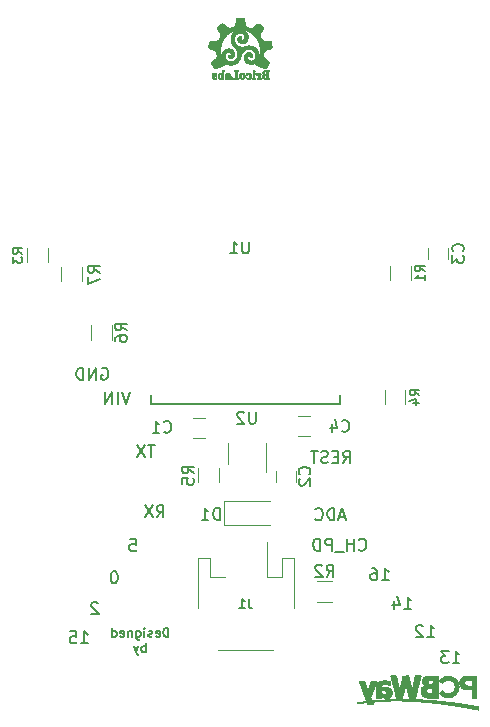
<source format=gbo>
G04 #@! TF.GenerationSoftware,KiCad,Pcbnew,no-vcs-found-84f1c8e~59~ubuntu16.04.1*
G04 #@! TF.CreationDate,2017-08-12T11:45:17-06:00*
G04 #@! TF.ProjectId,001,3030312E6B696361645F706362000000,rev?*
G04 #@! TF.SameCoordinates,Original*
G04 #@! TF.FileFunction,Legend,Bot*
G04 #@! TF.FilePolarity,Positive*
%FSLAX46Y46*%
G04 Gerber Fmt 4.6, Leading zero omitted, Abs format (unit mm)*
G04 Created by KiCad (PCBNEW no-vcs-found-84f1c8e~59~ubuntu16.04.1) date Sat Aug 12 11:45:17 2017*
%MOMM*%
%LPD*%
G01*
G04 APERTURE LIST*
%ADD10C,0.152400*%
%ADD11C,0.010000*%
%ADD12C,0.120000*%
%ADD13C,0.150000*%
G04 APERTURE END LIST*
D10*
X138826240Y-87446999D02*
X139164906Y-86963189D01*
X139406811Y-87446999D02*
X139406811Y-86430999D01*
X139019763Y-86430999D01*
X138923001Y-86479380D01*
X138874620Y-86527760D01*
X138826240Y-86624522D01*
X138826240Y-86769665D01*
X138874620Y-86866427D01*
X138923001Y-86914808D01*
X139019763Y-86963189D01*
X139406811Y-86963189D01*
X138390811Y-86914808D02*
X138052144Y-86914808D01*
X137907001Y-87446999D02*
X138390811Y-87446999D01*
X138390811Y-86430999D01*
X137907001Y-86430999D01*
X137519954Y-87398618D02*
X137374811Y-87446999D01*
X137132906Y-87446999D01*
X137036144Y-87398618D01*
X136987763Y-87350237D01*
X136939382Y-87253475D01*
X136939382Y-87156713D01*
X136987763Y-87059951D01*
X137036144Y-87011570D01*
X137132906Y-86963189D01*
X137326430Y-86914808D01*
X137423192Y-86866427D01*
X137471573Y-86818046D01*
X137519954Y-86721284D01*
X137519954Y-86624522D01*
X137471573Y-86527760D01*
X137423192Y-86479380D01*
X137326430Y-86430999D01*
X137084525Y-86430999D01*
X136939382Y-86479380D01*
X136649097Y-86430999D02*
X136068525Y-86430999D01*
X136358811Y-87446999D02*
X136358811Y-86430999D01*
X118355775Y-79423260D02*
X118452537Y-79374879D01*
X118597680Y-79374879D01*
X118742822Y-79423260D01*
X118839584Y-79520021D01*
X118887965Y-79616783D01*
X118936346Y-79810307D01*
X118936346Y-79955450D01*
X118887965Y-80148974D01*
X118839584Y-80245736D01*
X118742822Y-80342498D01*
X118597680Y-80390879D01*
X118500918Y-80390879D01*
X118355775Y-80342498D01*
X118307394Y-80294117D01*
X118307394Y-79955450D01*
X118500918Y-79955450D01*
X117871965Y-80390879D02*
X117871965Y-79374879D01*
X117291394Y-80390879D01*
X117291394Y-79374879D01*
X116807584Y-80390879D02*
X116807584Y-79374879D01*
X116565680Y-79374879D01*
X116420537Y-79423260D01*
X116323775Y-79520021D01*
X116275394Y-79616783D01*
X116227013Y-79810307D01*
X116227013Y-79955450D01*
X116275394Y-80148974D01*
X116323775Y-80245736D01*
X116420537Y-80342498D01*
X116565680Y-80390879D01*
X116807584Y-80390879D01*
X148071643Y-104385779D02*
X148652215Y-104385779D01*
X148361929Y-104385779D02*
X148361929Y-103369779D01*
X148458691Y-103514921D01*
X148555453Y-103611683D01*
X148652215Y-103660064D01*
X147732977Y-103369779D02*
X147104024Y-103369779D01*
X147442691Y-103756826D01*
X147297548Y-103756826D01*
X147200786Y-103805207D01*
X147152405Y-103853588D01*
X147104024Y-103950350D01*
X147104024Y-104192255D01*
X147152405Y-104289017D01*
X147200786Y-104337398D01*
X147297548Y-104385779D01*
X147587834Y-104385779D01*
X147684596Y-104337398D01*
X147732977Y-104289017D01*
X120736601Y-81472919D02*
X120397935Y-82488919D01*
X120059268Y-81472919D01*
X119720601Y-82488919D02*
X119720601Y-81472919D01*
X119236792Y-82488919D02*
X119236792Y-81472919D01*
X118656220Y-82488919D01*
X118656220Y-81472919D01*
X124016714Y-102167014D02*
X124016714Y-101405014D01*
X123835285Y-101405014D01*
X123726428Y-101441300D01*
X123653857Y-101513871D01*
X123617571Y-101586442D01*
X123581285Y-101731585D01*
X123581285Y-101840442D01*
X123617571Y-101985585D01*
X123653857Y-102058157D01*
X123726428Y-102130728D01*
X123835285Y-102167014D01*
X124016714Y-102167014D01*
X122964428Y-102130728D02*
X123037000Y-102167014D01*
X123182142Y-102167014D01*
X123254714Y-102130728D01*
X123291000Y-102058157D01*
X123291000Y-101767871D01*
X123254714Y-101695300D01*
X123182142Y-101659014D01*
X123037000Y-101659014D01*
X122964428Y-101695300D01*
X122928142Y-101767871D01*
X122928142Y-101840442D01*
X123291000Y-101913014D01*
X122637857Y-102130728D02*
X122565285Y-102167014D01*
X122420142Y-102167014D01*
X122347571Y-102130728D01*
X122311285Y-102058157D01*
X122311285Y-102021871D01*
X122347571Y-101949300D01*
X122420142Y-101913014D01*
X122529000Y-101913014D01*
X122601571Y-101876728D01*
X122637857Y-101804157D01*
X122637857Y-101767871D01*
X122601571Y-101695300D01*
X122529000Y-101659014D01*
X122420142Y-101659014D01*
X122347571Y-101695300D01*
X121984714Y-102167014D02*
X121984714Y-101659014D01*
X121984714Y-101405014D02*
X122021000Y-101441300D01*
X121984714Y-101477585D01*
X121948428Y-101441300D01*
X121984714Y-101405014D01*
X121984714Y-101477585D01*
X121295285Y-101659014D02*
X121295285Y-102275871D01*
X121331571Y-102348442D01*
X121367857Y-102384728D01*
X121440428Y-102421014D01*
X121549285Y-102421014D01*
X121621857Y-102384728D01*
X121295285Y-102130728D02*
X121367857Y-102167014D01*
X121513000Y-102167014D01*
X121585571Y-102130728D01*
X121621857Y-102094442D01*
X121658142Y-102021871D01*
X121658142Y-101804157D01*
X121621857Y-101731585D01*
X121585571Y-101695300D01*
X121513000Y-101659014D01*
X121367857Y-101659014D01*
X121295285Y-101695300D01*
X120932428Y-101659014D02*
X120932428Y-102167014D01*
X120932428Y-101731585D02*
X120896142Y-101695300D01*
X120823571Y-101659014D01*
X120714714Y-101659014D01*
X120642142Y-101695300D01*
X120605857Y-101767871D01*
X120605857Y-102167014D01*
X119952714Y-102130728D02*
X120025285Y-102167014D01*
X120170428Y-102167014D01*
X120243000Y-102130728D01*
X120279285Y-102058157D01*
X120279285Y-101767871D01*
X120243000Y-101695300D01*
X120170428Y-101659014D01*
X120025285Y-101659014D01*
X119952714Y-101695300D01*
X119916428Y-101767871D01*
X119916428Y-101840442D01*
X120279285Y-101913014D01*
X119263285Y-102167014D02*
X119263285Y-101405014D01*
X119263285Y-102130728D02*
X119335857Y-102167014D01*
X119481000Y-102167014D01*
X119553571Y-102130728D01*
X119589857Y-102094442D01*
X119626142Y-102021871D01*
X119626142Y-101804157D01*
X119589857Y-101731585D01*
X119553571Y-101695300D01*
X119481000Y-101659014D01*
X119335857Y-101659014D01*
X119263285Y-101695300D01*
X122093571Y-103462414D02*
X122093571Y-102700414D01*
X122093571Y-102990700D02*
X122021000Y-102954414D01*
X121875857Y-102954414D01*
X121803285Y-102990700D01*
X121767000Y-103026985D01*
X121730714Y-103099557D01*
X121730714Y-103317271D01*
X121767000Y-103389842D01*
X121803285Y-103426128D01*
X121875857Y-103462414D01*
X122021000Y-103462414D01*
X122093571Y-103426128D01*
X121476714Y-102954414D02*
X121295285Y-103462414D01*
X121113857Y-102954414D02*
X121295285Y-103462414D01*
X121367857Y-103643842D01*
X121404142Y-103680128D01*
X121476714Y-103716414D01*
X123007453Y-92045779D02*
X123346120Y-91561969D01*
X123588024Y-92045779D02*
X123588024Y-91029779D01*
X123200977Y-91029779D01*
X123104215Y-91078160D01*
X123055834Y-91126540D01*
X123007453Y-91223302D01*
X123007453Y-91368445D01*
X123055834Y-91465207D01*
X123104215Y-91513588D01*
X123200977Y-91561969D01*
X123588024Y-91561969D01*
X122668786Y-91029779D02*
X121991453Y-92045779D01*
X121991453Y-91029779D02*
X122668786Y-92045779D01*
X122871215Y-85887659D02*
X122290643Y-85887659D01*
X122580929Y-86903659D02*
X122580929Y-85887659D01*
X122048739Y-85887659D02*
X121371405Y-86903659D01*
X121371405Y-85887659D02*
X122048739Y-86903659D01*
X138976024Y-91995493D02*
X138492215Y-91995493D01*
X139072786Y-92285779D02*
X138734120Y-91269779D01*
X138395453Y-92285779D01*
X138056786Y-92285779D02*
X138056786Y-91269779D01*
X137814881Y-91269779D01*
X137669739Y-91318160D01*
X137572977Y-91414921D01*
X137524596Y-91511683D01*
X137476215Y-91705207D01*
X137476215Y-91850350D01*
X137524596Y-92043874D01*
X137572977Y-92140636D01*
X137669739Y-92237398D01*
X137814881Y-92285779D01*
X138056786Y-92285779D01*
X136460215Y-92189017D02*
X136508596Y-92237398D01*
X136653739Y-92285779D01*
X136750500Y-92285779D01*
X136895643Y-92237398D01*
X136992405Y-92140636D01*
X137040786Y-92043874D01*
X137089167Y-91850350D01*
X137089167Y-91705207D01*
X137040786Y-91511683D01*
X136992405Y-91414921D01*
X136895643Y-91318160D01*
X136750500Y-91269779D01*
X136653739Y-91269779D01*
X136508596Y-91318160D01*
X136460215Y-91366540D01*
X142091643Y-97385779D02*
X142672215Y-97385779D01*
X142381929Y-97385779D02*
X142381929Y-96369779D01*
X142478691Y-96514921D01*
X142575453Y-96611683D01*
X142672215Y-96660064D01*
X141220786Y-96369779D02*
X141414310Y-96369779D01*
X141511072Y-96418160D01*
X141559453Y-96466540D01*
X141656215Y-96611683D01*
X141704596Y-96805207D01*
X141704596Y-97192255D01*
X141656215Y-97289017D01*
X141607834Y-97337398D01*
X141511072Y-97385779D01*
X141317548Y-97385779D01*
X141220786Y-97337398D01*
X141172405Y-97289017D01*
X141124024Y-97192255D01*
X141124024Y-96950350D01*
X141172405Y-96853588D01*
X141220786Y-96805207D01*
X141317548Y-96756826D01*
X141511072Y-96756826D01*
X141607834Y-96805207D01*
X141656215Y-96853588D01*
X141704596Y-96950350D01*
X145921643Y-102175779D02*
X146502215Y-102175779D01*
X146211929Y-102175779D02*
X146211929Y-101159779D01*
X146308691Y-101304921D01*
X146405453Y-101401683D01*
X146502215Y-101450064D01*
X145534596Y-101256540D02*
X145486215Y-101208160D01*
X145389453Y-101159779D01*
X145147548Y-101159779D01*
X145050786Y-101208160D01*
X145002405Y-101256540D01*
X144954024Y-101353302D01*
X144954024Y-101450064D01*
X145002405Y-101595207D01*
X145582977Y-102175779D01*
X144954024Y-102175779D01*
X119466500Y-96619779D02*
X119369739Y-96619779D01*
X119272977Y-96668160D01*
X119224596Y-96716540D01*
X119176215Y-96813302D01*
X119127834Y-97006826D01*
X119127834Y-97248731D01*
X119176215Y-97442255D01*
X119224596Y-97539017D01*
X119272977Y-97587398D01*
X119369739Y-97635779D01*
X119466500Y-97635779D01*
X119563262Y-97587398D01*
X119611643Y-97539017D01*
X119660024Y-97442255D01*
X119708405Y-97248731D01*
X119708405Y-97006826D01*
X119660024Y-96813302D01*
X119611643Y-96716540D01*
X119563262Y-96668160D01*
X119466500Y-96619779D01*
X144001643Y-99805779D02*
X144582215Y-99805779D01*
X144291929Y-99805779D02*
X144291929Y-98789779D01*
X144388691Y-98934921D01*
X144485453Y-99031683D01*
X144582215Y-99080064D01*
X143130786Y-99128445D02*
X143130786Y-99805779D01*
X143372691Y-98741398D02*
X143614596Y-99467112D01*
X142985643Y-99467112D01*
X120766215Y-93909779D02*
X121250024Y-93909779D01*
X121298405Y-94393588D01*
X121250024Y-94345207D01*
X121153262Y-94296826D01*
X120911358Y-94296826D01*
X120814596Y-94345207D01*
X120766215Y-94393588D01*
X120717834Y-94490350D01*
X120717834Y-94732255D01*
X120766215Y-94829017D01*
X120814596Y-94877398D01*
X120911358Y-94925779D01*
X121153262Y-94925779D01*
X121250024Y-94877398D01*
X121298405Y-94829017D01*
X118058405Y-99336540D02*
X118010024Y-99288160D01*
X117913262Y-99239779D01*
X117671358Y-99239779D01*
X117574596Y-99288160D01*
X117526215Y-99336540D01*
X117477834Y-99433302D01*
X117477834Y-99530064D01*
X117526215Y-99675207D01*
X118106786Y-100255779D01*
X117477834Y-100255779D01*
X140138881Y-94769017D02*
X140187262Y-94817398D01*
X140332405Y-94865779D01*
X140429167Y-94865779D01*
X140574310Y-94817398D01*
X140671072Y-94720636D01*
X140719453Y-94623874D01*
X140767834Y-94430350D01*
X140767834Y-94285207D01*
X140719453Y-94091683D01*
X140671072Y-93994921D01*
X140574310Y-93898160D01*
X140429167Y-93849779D01*
X140332405Y-93849779D01*
X140187262Y-93898160D01*
X140138881Y-93946540D01*
X139703453Y-94865779D02*
X139703453Y-93849779D01*
X139703453Y-94333588D02*
X139122881Y-94333588D01*
X139122881Y-94865779D02*
X139122881Y-93849779D01*
X138880977Y-94962540D02*
X138106881Y-94962540D01*
X137864977Y-94865779D02*
X137864977Y-93849779D01*
X137477929Y-93849779D01*
X137381167Y-93898160D01*
X137332786Y-93946540D01*
X137284405Y-94043302D01*
X137284405Y-94188445D01*
X137332786Y-94285207D01*
X137381167Y-94333588D01*
X137477929Y-94381969D01*
X137864977Y-94381969D01*
X136848977Y-94865779D02*
X136848977Y-93849779D01*
X136607072Y-93849779D01*
X136461929Y-93898160D01*
X136365167Y-93994921D01*
X136316786Y-94091683D01*
X136268405Y-94285207D01*
X136268405Y-94430350D01*
X136316786Y-94623874D01*
X136365167Y-94720636D01*
X136461929Y-94817398D01*
X136607072Y-94865779D01*
X136848977Y-94865779D01*
X116611643Y-102725779D02*
X117192215Y-102725779D01*
X116901929Y-102725779D02*
X116901929Y-101709779D01*
X116998691Y-101854921D01*
X117095453Y-101951683D01*
X117192215Y-102000064D01*
X115692405Y-101709779D02*
X116176215Y-101709779D01*
X116224596Y-102193588D01*
X116176215Y-102145207D01*
X116079453Y-102096826D01*
X115837548Y-102096826D01*
X115740786Y-102145207D01*
X115692405Y-102193588D01*
X115644024Y-102290350D01*
X115644024Y-102532255D01*
X115692405Y-102629017D01*
X115740786Y-102677398D01*
X115837548Y-102725779D01*
X116079453Y-102725779D01*
X116176215Y-102677398D01*
X116224596Y-102629017D01*
D11*
G36*
X147610967Y-105482781D02*
X147588616Y-105484284D01*
X147533991Y-105489519D01*
X147482948Y-105496940D01*
X147434090Y-105506988D01*
X147386018Y-105520102D01*
X147337336Y-105536726D01*
X147286645Y-105557300D01*
X147232548Y-105582264D01*
X147173648Y-105612061D01*
X147158603Y-105620000D01*
X147138183Y-105632108D01*
X147113540Y-105648726D01*
X147086550Y-105668494D01*
X147059089Y-105690049D01*
X147039064Y-105706783D01*
X147023860Y-105720334D01*
X147006688Y-105736381D01*
X146988644Y-105753815D01*
X146970824Y-105771524D01*
X146954322Y-105788398D01*
X146940234Y-105803327D01*
X146929655Y-105815199D01*
X146923680Y-105822903D01*
X146922787Y-105824711D01*
X146925466Y-105828831D01*
X146933601Y-105837817D01*
X146946346Y-105850879D01*
X146962858Y-105867227D01*
X146982290Y-105886069D01*
X147003800Y-105906615D01*
X147026541Y-105928076D01*
X147049670Y-105949660D01*
X147072341Y-105970577D01*
X147093711Y-105990037D01*
X147112935Y-106007249D01*
X147129167Y-106021423D01*
X147141563Y-106031769D01*
X147149279Y-106037496D01*
X147151110Y-106038379D01*
X147159727Y-106035991D01*
X147172878Y-106026930D01*
X147184080Y-106017212D01*
X147219045Y-105986332D01*
X147255240Y-105956766D01*
X147291160Y-105929629D01*
X147325300Y-105906032D01*
X147356154Y-105887089D01*
X147370691Y-105879301D01*
X147397824Y-105866541D01*
X147428757Y-105853390D01*
X147460826Y-105840874D01*
X147491367Y-105830024D01*
X147517716Y-105821869D01*
X147523000Y-105820458D01*
X147563370Y-105812342D01*
X147609210Y-105806906D01*
X147657938Y-105804219D01*
X147706968Y-105804350D01*
X147753719Y-105807367D01*
X147795187Y-105813257D01*
X147825350Y-105820452D01*
X147858839Y-105830765D01*
X147893225Y-105843259D01*
X147926081Y-105857001D01*
X147954977Y-105871055D01*
X147973797Y-105882015D01*
X148033705Y-105925412D01*
X148086407Y-105973032D01*
X148131818Y-106024775D01*
X148169854Y-106080541D01*
X148200431Y-106140232D01*
X148207644Y-106157633D01*
X148220095Y-106190323D01*
X148229401Y-106218018D01*
X148236065Y-106243187D01*
X148240591Y-106268300D01*
X148243481Y-106295828D01*
X148245238Y-106328239D01*
X148245789Y-106344942D01*
X148246058Y-106401311D01*
X148243242Y-106451261D01*
X148237088Y-106496349D01*
X148227346Y-106538136D01*
X148213762Y-106578179D01*
X148204601Y-106599941D01*
X148198390Y-106614258D01*
X148193857Y-106625615D01*
X148191888Y-106631773D01*
X148191867Y-106632040D01*
X148189644Y-106638004D01*
X148183636Y-106649337D01*
X148174836Y-106664415D01*
X148164233Y-106681616D01*
X148152819Y-106699316D01*
X148141587Y-106715892D01*
X148135143Y-106724900D01*
X148110194Y-106754711D01*
X148078964Y-106785480D01*
X148043279Y-106815722D01*
X148004964Y-106843951D01*
X147965847Y-106868682D01*
X147943475Y-106880855D01*
X147926385Y-106888443D01*
X147903198Y-106897191D01*
X147876080Y-106906414D01*
X147847197Y-106915422D01*
X147818716Y-106923530D01*
X147792802Y-106930049D01*
X147779535Y-106932883D01*
X147752915Y-106936750D01*
X147720426Y-106939444D01*
X147684592Y-106940923D01*
X147647933Y-106941142D01*
X147612974Y-106940057D01*
X147582237Y-106937623D01*
X147573229Y-106936486D01*
X147511005Y-106923805D01*
X147448830Y-106903762D01*
X147388910Y-106877180D01*
X147340599Y-106849548D01*
X147326818Y-106840876D01*
X147315913Y-106834317D01*
X147309707Y-106830956D01*
X147309017Y-106830734D01*
X147304354Y-106828128D01*
X147294549Y-106820996D01*
X147280854Y-106810361D01*
X147264518Y-106797248D01*
X147246793Y-106782681D01*
X147228930Y-106767684D01*
X147212179Y-106753284D01*
X147197790Y-106740503D01*
X147189839Y-106733112D01*
X147176293Y-106720677D01*
X147164544Y-106710849D01*
X147156180Y-106704907D01*
X147153333Y-106703734D01*
X147148480Y-106706685D01*
X147139157Y-106714787D01*
X147126570Y-106726908D01*
X147111928Y-106741916D01*
X147107022Y-106747125D01*
X147091441Y-106763668D01*
X147071565Y-106784550D01*
X147049029Y-106808066D01*
X147025468Y-106832512D01*
X147002517Y-106856182D01*
X146998442Y-106860367D01*
X146979026Y-106880485D01*
X146961765Y-106898740D01*
X146947493Y-106914219D01*
X146937044Y-106926012D01*
X146931252Y-106933204D01*
X146930353Y-106934876D01*
X146933332Y-106939260D01*
X146941520Y-106948087D01*
X146953777Y-106960201D01*
X146968961Y-106974449D01*
X146974313Y-106979326D01*
X147002381Y-107004639D01*
X147025574Y-107025276D01*
X147045243Y-107042304D01*
X147062735Y-107056787D01*
X147079399Y-107069791D01*
X147096586Y-107082382D01*
X147115644Y-107095624D01*
X147137921Y-107110584D01*
X147153836Y-107121120D01*
X147170768Y-107131577D01*
X147192226Y-107143750D01*
X147216642Y-107156862D01*
X147242452Y-107170132D01*
X147268088Y-107182780D01*
X147291986Y-107194028D01*
X147312578Y-107203096D01*
X147328299Y-107209204D01*
X147334616Y-107211095D01*
X147345323Y-107213843D01*
X147361866Y-107218369D01*
X147381964Y-107224038D01*
X147402812Y-107230063D01*
X147432512Y-107238325D01*
X147460105Y-107244935D01*
X147487170Y-107250081D01*
X147515284Y-107253955D01*
X147546026Y-107256747D01*
X147580974Y-107258647D01*
X147621706Y-107259845D01*
X147654233Y-107260364D01*
X147685033Y-107260666D01*
X147713743Y-107260815D01*
X147739060Y-107260814D01*
X147759682Y-107260666D01*
X147774306Y-107260377D01*
X147781233Y-107260001D01*
X147842014Y-107251987D01*
X147896247Y-107242591D01*
X147945813Y-107231240D01*
X147992592Y-107217364D01*
X148038463Y-107200392D01*
X148085307Y-107179753D01*
X148135005Y-107154875D01*
X148145300Y-107149421D01*
X148201380Y-107115730D01*
X148256293Y-107075539D01*
X148309039Y-107029945D01*
X148358622Y-106980048D01*
X148404041Y-106926944D01*
X148444301Y-106871733D01*
X148478401Y-106815513D01*
X148505344Y-106759381D01*
X148509679Y-106748540D01*
X148527303Y-106701255D01*
X148541408Y-106659260D01*
X148552523Y-106620408D01*
X148561178Y-106582553D01*
X148567902Y-106543549D01*
X148573224Y-106501250D01*
X148575014Y-106483600D01*
X148578745Y-106438530D01*
X148580670Y-106397869D01*
X148580790Y-106358549D01*
X148579106Y-106317502D01*
X148575616Y-106271660D01*
X148575017Y-106265043D01*
X148570376Y-106221079D01*
X148564787Y-106182252D01*
X148557691Y-106146249D01*
X148548531Y-106110755D01*
X148536750Y-106073456D01*
X148521789Y-106032037D01*
X148513914Y-106011551D01*
X148500356Y-105980592D01*
X148482612Y-105945731D01*
X148462099Y-105909410D01*
X148440236Y-105874074D01*
X148418441Y-105842167D01*
X148406301Y-105826082D01*
X148394613Y-105812170D01*
X148379053Y-105794895D01*
X148360891Y-105775540D01*
X148341396Y-105755391D01*
X148321837Y-105735734D01*
X148303486Y-105717852D01*
X148287610Y-105703031D01*
X148275481Y-105692556D01*
X148271124Y-105689286D01*
X148259589Y-105681169D01*
X148250441Y-105674233D01*
X148247649Y-105671852D01*
X148229140Y-105656645D01*
X148204027Y-105639412D01*
X148173704Y-105620898D01*
X148139568Y-105601846D01*
X148103014Y-105583002D01*
X148065438Y-105565110D01*
X148028235Y-105548914D01*
X147992801Y-105535160D01*
X147988666Y-105533685D01*
X147915463Y-105510902D01*
X147842660Y-105494613D01*
X147768689Y-105484626D01*
X147691981Y-105480747D01*
X147610967Y-105482781D01*
X147610967Y-105482781D01*
G37*
X147610967Y-105482781D02*
X147588616Y-105484284D01*
X147533991Y-105489519D01*
X147482948Y-105496940D01*
X147434090Y-105506988D01*
X147386018Y-105520102D01*
X147337336Y-105536726D01*
X147286645Y-105557300D01*
X147232548Y-105582264D01*
X147173648Y-105612061D01*
X147158603Y-105620000D01*
X147138183Y-105632108D01*
X147113540Y-105648726D01*
X147086550Y-105668494D01*
X147059089Y-105690049D01*
X147039064Y-105706783D01*
X147023860Y-105720334D01*
X147006688Y-105736381D01*
X146988644Y-105753815D01*
X146970824Y-105771524D01*
X146954322Y-105788398D01*
X146940234Y-105803327D01*
X146929655Y-105815199D01*
X146923680Y-105822903D01*
X146922787Y-105824711D01*
X146925466Y-105828831D01*
X146933601Y-105837817D01*
X146946346Y-105850879D01*
X146962858Y-105867227D01*
X146982290Y-105886069D01*
X147003800Y-105906615D01*
X147026541Y-105928076D01*
X147049670Y-105949660D01*
X147072341Y-105970577D01*
X147093711Y-105990037D01*
X147112935Y-106007249D01*
X147129167Y-106021423D01*
X147141563Y-106031769D01*
X147149279Y-106037496D01*
X147151110Y-106038379D01*
X147159727Y-106035991D01*
X147172878Y-106026930D01*
X147184080Y-106017212D01*
X147219045Y-105986332D01*
X147255240Y-105956766D01*
X147291160Y-105929629D01*
X147325300Y-105906032D01*
X147356154Y-105887089D01*
X147370691Y-105879301D01*
X147397824Y-105866541D01*
X147428757Y-105853390D01*
X147460826Y-105840874D01*
X147491367Y-105830024D01*
X147517716Y-105821869D01*
X147523000Y-105820458D01*
X147563370Y-105812342D01*
X147609210Y-105806906D01*
X147657938Y-105804219D01*
X147706968Y-105804350D01*
X147753719Y-105807367D01*
X147795187Y-105813257D01*
X147825350Y-105820452D01*
X147858839Y-105830765D01*
X147893225Y-105843259D01*
X147926081Y-105857001D01*
X147954977Y-105871055D01*
X147973797Y-105882015D01*
X148033705Y-105925412D01*
X148086407Y-105973032D01*
X148131818Y-106024775D01*
X148169854Y-106080541D01*
X148200431Y-106140232D01*
X148207644Y-106157633D01*
X148220095Y-106190323D01*
X148229401Y-106218018D01*
X148236065Y-106243187D01*
X148240591Y-106268300D01*
X148243481Y-106295828D01*
X148245238Y-106328239D01*
X148245789Y-106344942D01*
X148246058Y-106401311D01*
X148243242Y-106451261D01*
X148237088Y-106496349D01*
X148227346Y-106538136D01*
X148213762Y-106578179D01*
X148204601Y-106599941D01*
X148198390Y-106614258D01*
X148193857Y-106625615D01*
X148191888Y-106631773D01*
X148191867Y-106632040D01*
X148189644Y-106638004D01*
X148183636Y-106649337D01*
X148174836Y-106664415D01*
X148164233Y-106681616D01*
X148152819Y-106699316D01*
X148141587Y-106715892D01*
X148135143Y-106724900D01*
X148110194Y-106754711D01*
X148078964Y-106785480D01*
X148043279Y-106815722D01*
X148004964Y-106843951D01*
X147965847Y-106868682D01*
X147943475Y-106880855D01*
X147926385Y-106888443D01*
X147903198Y-106897191D01*
X147876080Y-106906414D01*
X147847197Y-106915422D01*
X147818716Y-106923530D01*
X147792802Y-106930049D01*
X147779535Y-106932883D01*
X147752915Y-106936750D01*
X147720426Y-106939444D01*
X147684592Y-106940923D01*
X147647933Y-106941142D01*
X147612974Y-106940057D01*
X147582237Y-106937623D01*
X147573229Y-106936486D01*
X147511005Y-106923805D01*
X147448830Y-106903762D01*
X147388910Y-106877180D01*
X147340599Y-106849548D01*
X147326818Y-106840876D01*
X147315913Y-106834317D01*
X147309707Y-106830956D01*
X147309017Y-106830734D01*
X147304354Y-106828128D01*
X147294549Y-106820996D01*
X147280854Y-106810361D01*
X147264518Y-106797248D01*
X147246793Y-106782681D01*
X147228930Y-106767684D01*
X147212179Y-106753284D01*
X147197790Y-106740503D01*
X147189839Y-106733112D01*
X147176293Y-106720677D01*
X147164544Y-106710849D01*
X147156180Y-106704907D01*
X147153333Y-106703734D01*
X147148480Y-106706685D01*
X147139157Y-106714787D01*
X147126570Y-106726908D01*
X147111928Y-106741916D01*
X147107022Y-106747125D01*
X147091441Y-106763668D01*
X147071565Y-106784550D01*
X147049029Y-106808066D01*
X147025468Y-106832512D01*
X147002517Y-106856182D01*
X146998442Y-106860367D01*
X146979026Y-106880485D01*
X146961765Y-106898740D01*
X146947493Y-106914219D01*
X146937044Y-106926012D01*
X146931252Y-106933204D01*
X146930353Y-106934876D01*
X146933332Y-106939260D01*
X146941520Y-106948087D01*
X146953777Y-106960201D01*
X146968961Y-106974449D01*
X146974313Y-106979326D01*
X147002381Y-107004639D01*
X147025574Y-107025276D01*
X147045243Y-107042304D01*
X147062735Y-107056787D01*
X147079399Y-107069791D01*
X147096586Y-107082382D01*
X147115644Y-107095624D01*
X147137921Y-107110584D01*
X147153836Y-107121120D01*
X147170768Y-107131577D01*
X147192226Y-107143750D01*
X147216642Y-107156862D01*
X147242452Y-107170132D01*
X147268088Y-107182780D01*
X147291986Y-107194028D01*
X147312578Y-107203096D01*
X147328299Y-107209204D01*
X147334616Y-107211095D01*
X147345323Y-107213843D01*
X147361866Y-107218369D01*
X147381964Y-107224038D01*
X147402812Y-107230063D01*
X147432512Y-107238325D01*
X147460105Y-107244935D01*
X147487170Y-107250081D01*
X147515284Y-107253955D01*
X147546026Y-107256747D01*
X147580974Y-107258647D01*
X147621706Y-107259845D01*
X147654233Y-107260364D01*
X147685033Y-107260666D01*
X147713743Y-107260815D01*
X147739060Y-107260814D01*
X147759682Y-107260666D01*
X147774306Y-107260377D01*
X147781233Y-107260001D01*
X147842014Y-107251987D01*
X147896247Y-107242591D01*
X147945813Y-107231240D01*
X147992592Y-107217364D01*
X148038463Y-107200392D01*
X148085307Y-107179753D01*
X148135005Y-107154875D01*
X148145300Y-107149421D01*
X148201380Y-107115730D01*
X148256293Y-107075539D01*
X148309039Y-107029945D01*
X148358622Y-106980048D01*
X148404041Y-106926944D01*
X148444301Y-106871733D01*
X148478401Y-106815513D01*
X148505344Y-106759381D01*
X148509679Y-106748540D01*
X148527303Y-106701255D01*
X148541408Y-106659260D01*
X148552523Y-106620408D01*
X148561178Y-106582553D01*
X148567902Y-106543549D01*
X148573224Y-106501250D01*
X148575014Y-106483600D01*
X148578745Y-106438530D01*
X148580670Y-106397869D01*
X148580790Y-106358549D01*
X148579106Y-106317502D01*
X148575616Y-106271660D01*
X148575017Y-106265043D01*
X148570376Y-106221079D01*
X148564787Y-106182252D01*
X148557691Y-106146249D01*
X148548531Y-106110755D01*
X148536750Y-106073456D01*
X148521789Y-106032037D01*
X148513914Y-106011551D01*
X148500356Y-105980592D01*
X148482612Y-105945731D01*
X148462099Y-105909410D01*
X148440236Y-105874074D01*
X148418441Y-105842167D01*
X148406301Y-105826082D01*
X148394613Y-105812170D01*
X148379053Y-105794895D01*
X148360891Y-105775540D01*
X148341396Y-105755391D01*
X148321837Y-105735734D01*
X148303486Y-105717852D01*
X148287610Y-105703031D01*
X148275481Y-105692556D01*
X148271124Y-105689286D01*
X148259589Y-105681169D01*
X148250441Y-105674233D01*
X148247649Y-105671852D01*
X148229140Y-105656645D01*
X148204027Y-105639412D01*
X148173704Y-105620898D01*
X148139568Y-105601846D01*
X148103014Y-105583002D01*
X148065438Y-105565110D01*
X148028235Y-105548914D01*
X147992801Y-105535160D01*
X147988666Y-105533685D01*
X147915463Y-105510902D01*
X147842660Y-105494613D01*
X147768689Y-105484626D01*
X147691981Y-105480747D01*
X147610967Y-105482781D01*
G36*
X144867173Y-105466542D02*
X144864447Y-105479085D01*
X144860400Y-105498289D01*
X144855373Y-105522510D01*
X144849705Y-105550106D01*
X144843737Y-105579436D01*
X144841100Y-105592484D01*
X144835021Y-105622398D01*
X144827616Y-105658470D01*
X144819323Y-105698577D01*
X144810585Y-105740598D01*
X144801841Y-105782409D01*
X144793531Y-105821889D01*
X144792359Y-105827434D01*
X144785229Y-105861310D01*
X144778562Y-105893324D01*
X144772591Y-105922328D01*
X144767550Y-105947176D01*
X144763673Y-105966719D01*
X144761192Y-105979812D01*
X144760474Y-105984067D01*
X144758887Y-105993009D01*
X144755755Y-106009002D01*
X144751329Y-106030821D01*
X144745860Y-106057244D01*
X144739601Y-106087046D01*
X144732803Y-106119005D01*
X144730874Y-106128000D01*
X144723835Y-106161003D01*
X144717148Y-106192786D01*
X144711090Y-106221994D01*
X144705940Y-106247276D01*
X144701975Y-106267279D01*
X144699472Y-106280651D01*
X144699154Y-106282517D01*
X144696997Y-106294296D01*
X144693312Y-106312994D01*
X144688378Y-106337260D01*
X144682473Y-106365740D01*
X144675877Y-106397083D01*
X144668866Y-106429937D01*
X144667338Y-106437034D01*
X144660259Y-106470168D01*
X144653530Y-106502204D01*
X144647433Y-106531764D01*
X144642249Y-106557467D01*
X144638257Y-106577937D01*
X144635740Y-106591793D01*
X144635435Y-106593667D01*
X144631962Y-106615763D01*
X144629103Y-106632238D01*
X144626511Y-106642779D01*
X144623841Y-106647074D01*
X144620749Y-106644811D01*
X144616887Y-106635677D01*
X144611910Y-106619362D01*
X144605474Y-106595551D01*
X144597231Y-106563934D01*
X144595606Y-106557684D01*
X144587369Y-106525837D01*
X144579028Y-106493237D01*
X144571090Y-106461897D01*
X144564065Y-106433829D01*
X144558461Y-106411046D01*
X144556566Y-106403167D01*
X144551434Y-106381892D01*
X144544801Y-106354804D01*
X144537257Y-106324295D01*
X144529394Y-106292755D01*
X144522029Y-106263467D01*
X144514691Y-106234419D01*
X144505881Y-106199525D01*
X144496197Y-106161149D01*
X144486235Y-106121653D01*
X144476591Y-106083401D01*
X144470761Y-106060267D01*
X144461464Y-106023378D01*
X144451295Y-105983044D01*
X144440892Y-105941801D01*
X144430896Y-105902184D01*
X144421946Y-105866729D01*
X144417368Y-105848600D01*
X144409714Y-105818158D01*
X144402057Y-105787449D01*
X144394883Y-105758443D01*
X144388679Y-105733109D01*
X144383932Y-105713418D01*
X144382863Y-105708900D01*
X144379573Y-105695258D01*
X144374732Y-105675660D01*
X144368678Y-105651432D01*
X144361748Y-105623904D01*
X144354282Y-105594403D01*
X144346616Y-105564257D01*
X144339091Y-105534794D01*
X144332043Y-105507342D01*
X144325811Y-105483230D01*
X144320733Y-105463785D01*
X144317147Y-105450335D01*
X144315748Y-105445340D01*
X144314881Y-105443740D01*
X144312868Y-105442393D01*
X144309053Y-105441281D01*
X144302778Y-105440387D01*
X144293384Y-105439692D01*
X144280215Y-105439180D01*
X144262613Y-105438833D01*
X144239920Y-105438633D01*
X144211479Y-105438563D01*
X144176632Y-105438605D01*
X144134722Y-105438742D01*
X144085091Y-105438956D01*
X144077828Y-105438990D01*
X143842116Y-105440084D01*
X143824164Y-105514167D01*
X143816418Y-105546269D01*
X143806919Y-105585863D01*
X143795847Y-105632197D01*
X143783381Y-105684518D01*
X143769699Y-105742074D01*
X143754981Y-105804113D01*
X143739404Y-105869884D01*
X143723149Y-105938634D01*
X143710922Y-105990417D01*
X143689510Y-106081084D01*
X143669943Y-106163799D01*
X143652148Y-106238854D01*
X143636053Y-106306545D01*
X143621585Y-106367164D01*
X143608674Y-106421006D01*
X143597245Y-106468365D01*
X143587228Y-106509534D01*
X143578549Y-106544808D01*
X143571136Y-106574481D01*
X143564918Y-106598845D01*
X143559821Y-106618196D01*
X143555774Y-106632827D01*
X143552705Y-106643033D01*
X143550540Y-106649106D01*
X143549209Y-106651341D01*
X143548665Y-106650338D01*
X143547433Y-106643352D01*
X143544561Y-106629182D01*
X143540281Y-106608903D01*
X143534824Y-106583590D01*
X143528420Y-106554316D01*
X143521300Y-106522156D01*
X143516470Y-106500534D01*
X143508606Y-106465318D01*
X143500943Y-106430739D01*
X143493784Y-106398187D01*
X143487434Y-106369055D01*
X143482196Y-106344738D01*
X143478377Y-106326626D01*
X143477150Y-106320617D01*
X143473861Y-106304582D01*
X143469113Y-106281977D01*
X143463269Y-106254501D01*
X143456691Y-106223850D01*
X143449742Y-106191725D01*
X143444621Y-106168217D01*
X143437450Y-106135355D01*
X143428969Y-106096408D01*
X143419655Y-106053570D01*
X143409983Y-106009032D01*
X143400430Y-105964985D01*
X143391472Y-105923622D01*
X143389437Y-105914217D01*
X143380195Y-105871576D01*
X143369785Y-105823702D01*
X143358789Y-105773262D01*
X143347789Y-105722921D01*
X143337366Y-105675344D01*
X143328103Y-105633196D01*
X143327528Y-105630584D01*
X143320029Y-105596324D01*
X143313002Y-105563781D01*
X143306688Y-105534117D01*
X143301331Y-105508492D01*
X143297176Y-105488067D01*
X143294466Y-105474005D01*
X143293605Y-105468898D01*
X143291312Y-105455539D01*
X143288901Y-105445519D01*
X143287698Y-105442439D01*
X143283294Y-105441345D01*
X143271437Y-105440409D01*
X143251977Y-105439629D01*
X143224765Y-105439002D01*
X143189654Y-105438525D01*
X143146493Y-105438196D01*
X143095135Y-105438012D01*
X143047984Y-105437967D01*
X142996902Y-105437984D01*
X142953638Y-105438050D01*
X142917543Y-105438181D01*
X142887968Y-105438397D01*
X142864265Y-105438717D01*
X142845785Y-105439157D01*
X142831878Y-105439738D01*
X142821896Y-105440478D01*
X142815191Y-105441395D01*
X142811114Y-105442507D01*
X142809015Y-105443834D01*
X142808413Y-105444798D01*
X142808669Y-105450742D01*
X142810845Y-105463590D01*
X142814668Y-105482067D01*
X142819869Y-105504899D01*
X142826177Y-105530810D01*
X142829326Y-105543223D01*
X142841833Y-105591975D01*
X142854296Y-105640704D01*
X142866391Y-105688130D01*
X142877792Y-105732974D01*
X142888174Y-105773956D01*
X142897212Y-105809795D01*
X142904581Y-105839213D01*
X142906915Y-105848600D01*
X142910929Y-105864571D01*
X142916681Y-105887162D01*
X142923767Y-105914802D01*
X142931784Y-105945918D01*
X142940327Y-105978939D01*
X142948993Y-106012295D01*
X142949359Y-106013700D01*
X142957339Y-106044563D01*
X142964566Y-106072939D01*
X142970773Y-106097747D01*
X142975694Y-106117906D01*
X142979062Y-106132335D01*
X142980611Y-106139951D01*
X142980682Y-106140700D01*
X142981692Y-106146284D01*
X142984597Y-106158972D01*
X142989129Y-106177684D01*
X142995021Y-106201338D01*
X143002006Y-106228853D01*
X143009817Y-106259147D01*
X143012043Y-106267700D01*
X143028366Y-106330544D01*
X143044568Y-106393384D01*
X143060215Y-106454516D01*
X143074873Y-106512240D01*
X143088108Y-106564853D01*
X143097382Y-106602134D01*
X143102388Y-106622244D01*
X143109482Y-106650525D01*
X143118657Y-106686942D01*
X143129905Y-106731463D01*
X143143215Y-106784056D01*
X143158581Y-106844685D01*
X143175994Y-106913320D01*
X143195446Y-106989927D01*
X143202592Y-107018058D01*
X143211469Y-107053040D01*
X143220535Y-107088842D01*
X143229334Y-107123664D01*
X143237414Y-107155706D01*
X143244319Y-107183169D01*
X143249595Y-107204252D01*
X143249656Y-107204494D01*
X143255561Y-107227974D01*
X143261200Y-107250004D01*
X143266054Y-107268586D01*
X143269605Y-107281721D01*
X143270522Y-107284928D01*
X143275784Y-107302750D01*
X143536636Y-107303841D01*
X143797489Y-107304931D01*
X143800034Y-107293257D01*
X143801741Y-107286241D01*
X143805305Y-107272194D01*
X143810427Y-107252273D01*
X143816809Y-107227633D01*
X143824152Y-107199433D01*
X143832156Y-107168829D01*
X143833671Y-107163050D01*
X143852895Y-107089721D01*
X143869969Y-107024497D01*
X143884914Y-106967303D01*
X143897748Y-106918061D01*
X143908494Y-106876693D01*
X143917169Y-106843122D01*
X143923796Y-106817271D01*
X143928393Y-106799062D01*
X143930981Y-106788417D01*
X143931453Y-106786284D01*
X143933225Y-106778845D01*
X143936870Y-106764467D01*
X143942063Y-106744390D01*
X143948484Y-106719853D01*
X143955810Y-106692094D01*
X143962843Y-106665634D01*
X143970733Y-106635905D01*
X143978023Y-106608162D01*
X143984386Y-106583673D01*
X143989494Y-106563708D01*
X143993019Y-106549535D01*
X143994551Y-106542867D01*
X143996441Y-106534808D01*
X144000235Y-106519865D01*
X144005596Y-106499315D01*
X144012189Y-106474439D01*
X144019677Y-106446517D01*
X144026379Y-106421771D01*
X144034370Y-106392172D01*
X144041746Y-106364444D01*
X144048167Y-106339891D01*
X144053296Y-106319816D01*
X144056794Y-106305523D01*
X144058214Y-106299004D01*
X144060805Y-106286663D01*
X144064823Y-106270078D01*
X144069750Y-106251119D01*
X144075068Y-106231650D01*
X144080259Y-106213538D01*
X144084805Y-106198650D01*
X144088189Y-106188853D01*
X144089557Y-106186056D01*
X144091586Y-106188728D01*
X144095141Y-106198302D01*
X144099795Y-106213444D01*
X144105122Y-106232818D01*
X144107787Y-106243206D01*
X144113559Y-106266151D01*
X144120826Y-106294960D01*
X144128997Y-106327292D01*
X144137481Y-106360804D01*
X144145684Y-106393157D01*
X144147151Y-106398934D01*
X144154669Y-106428658D01*
X144162033Y-106457985D01*
X144168798Y-106485124D01*
X144174518Y-106508283D01*
X144178746Y-106525674D01*
X144179815Y-106530167D01*
X144183071Y-106543694D01*
X144188049Y-106563992D01*
X144194390Y-106589623D01*
X144201739Y-106619151D01*
X144209738Y-106651138D01*
X144218031Y-106684148D01*
X144219233Y-106688917D01*
X144229056Y-106727944D01*
X144240223Y-106772392D01*
X144252033Y-106819463D01*
X144263785Y-106866363D01*
X144274777Y-106910294D01*
X144281868Y-106938683D01*
X144292165Y-106979871D01*
X144303092Y-107023454D01*
X144314309Y-107068087D01*
X144325478Y-107112426D01*
X144336257Y-107155125D01*
X144346309Y-107194840D01*
X144355294Y-107230227D01*
X144362871Y-107259940D01*
X144368158Y-107280525D01*
X144374442Y-107304867D01*
X144893780Y-107304867D01*
X144903846Y-107272058D01*
X144908350Y-107256570D01*
X144914252Y-107235104D01*
X144920950Y-107209911D01*
X144927842Y-107183241D01*
X144931865Y-107167283D01*
X144938098Y-107142453D01*
X144945905Y-107111595D01*
X144954733Y-107076877D01*
X144964031Y-107040467D01*
X144973247Y-107004532D01*
X144978757Y-106983133D01*
X144986536Y-106952820D01*
X144993725Y-106924507D01*
X145000014Y-106899438D01*
X145005095Y-106878852D01*
X145008659Y-106863990D01*
X145010389Y-106856134D01*
X145012192Y-106848012D01*
X145015837Y-106833012D01*
X145020994Y-106812440D01*
X145027334Y-106787599D01*
X145034526Y-106759795D01*
X145040330Y-106737600D01*
X145048337Y-106706875D01*
X145056083Y-106676696D01*
X145063153Y-106648716D01*
X145069132Y-106624588D01*
X145073604Y-106605964D01*
X145075439Y-106597900D01*
X145077366Y-106589285D01*
X145079736Y-106579120D01*
X145082693Y-106566840D01*
X145086382Y-106551879D01*
X145090948Y-106533670D01*
X145096534Y-106511649D01*
X145103286Y-106485248D01*
X145111349Y-106453902D01*
X145120866Y-106417044D01*
X145131984Y-106374109D01*
X145144845Y-106324531D01*
X145159595Y-106267744D01*
X145171738Y-106221032D01*
X145179708Y-106190190D01*
X145186933Y-106161869D01*
X145193146Y-106137143D01*
X145198082Y-106117086D01*
X145201472Y-106102772D01*
X145203052Y-106095275D01*
X145203133Y-106094549D01*
X145204169Y-106089120D01*
X145207098Y-106076586D01*
X145211649Y-106058031D01*
X145217552Y-106034537D01*
X145224539Y-106007187D01*
X145232338Y-105977061D01*
X145234241Y-105969768D01*
X145245342Y-105927201D01*
X145255698Y-105887282D01*
X145265620Y-105848794D01*
X145275415Y-105810519D01*
X145285391Y-105771238D01*
X145295857Y-105729735D01*
X145307120Y-105684791D01*
X145319489Y-105635190D01*
X145333273Y-105579712D01*
X145347615Y-105521838D01*
X145353231Y-105498212D01*
X145357798Y-105477153D01*
X145361027Y-105460150D01*
X145362630Y-105448694D01*
X145362570Y-105444580D01*
X145361329Y-105443168D01*
X145358352Y-105441970D01*
X145353005Y-105440969D01*
X145344651Y-105440147D01*
X145332655Y-105439486D01*
X145316382Y-105438971D01*
X145295196Y-105438584D01*
X145268462Y-105438308D01*
X145235545Y-105438125D01*
X145195809Y-105438019D01*
X145148620Y-105437973D01*
X145116822Y-105437967D01*
X144873612Y-105437967D01*
X144867173Y-105466542D01*
X144867173Y-105466542D01*
G37*
X144867173Y-105466542D02*
X144864447Y-105479085D01*
X144860400Y-105498289D01*
X144855373Y-105522510D01*
X144849705Y-105550106D01*
X144843737Y-105579436D01*
X144841100Y-105592484D01*
X144835021Y-105622398D01*
X144827616Y-105658470D01*
X144819323Y-105698577D01*
X144810585Y-105740598D01*
X144801841Y-105782409D01*
X144793531Y-105821889D01*
X144792359Y-105827434D01*
X144785229Y-105861310D01*
X144778562Y-105893324D01*
X144772591Y-105922328D01*
X144767550Y-105947176D01*
X144763673Y-105966719D01*
X144761192Y-105979812D01*
X144760474Y-105984067D01*
X144758887Y-105993009D01*
X144755755Y-106009002D01*
X144751329Y-106030821D01*
X144745860Y-106057244D01*
X144739601Y-106087046D01*
X144732803Y-106119005D01*
X144730874Y-106128000D01*
X144723835Y-106161003D01*
X144717148Y-106192786D01*
X144711090Y-106221994D01*
X144705940Y-106247276D01*
X144701975Y-106267279D01*
X144699472Y-106280651D01*
X144699154Y-106282517D01*
X144696997Y-106294296D01*
X144693312Y-106312994D01*
X144688378Y-106337260D01*
X144682473Y-106365740D01*
X144675877Y-106397083D01*
X144668866Y-106429937D01*
X144667338Y-106437034D01*
X144660259Y-106470168D01*
X144653530Y-106502204D01*
X144647433Y-106531764D01*
X144642249Y-106557467D01*
X144638257Y-106577937D01*
X144635740Y-106591793D01*
X144635435Y-106593667D01*
X144631962Y-106615763D01*
X144629103Y-106632238D01*
X144626511Y-106642779D01*
X144623841Y-106647074D01*
X144620749Y-106644811D01*
X144616887Y-106635677D01*
X144611910Y-106619362D01*
X144605474Y-106595551D01*
X144597231Y-106563934D01*
X144595606Y-106557684D01*
X144587369Y-106525837D01*
X144579028Y-106493237D01*
X144571090Y-106461897D01*
X144564065Y-106433829D01*
X144558461Y-106411046D01*
X144556566Y-106403167D01*
X144551434Y-106381892D01*
X144544801Y-106354804D01*
X144537257Y-106324295D01*
X144529394Y-106292755D01*
X144522029Y-106263467D01*
X144514691Y-106234419D01*
X144505881Y-106199525D01*
X144496197Y-106161149D01*
X144486235Y-106121653D01*
X144476591Y-106083401D01*
X144470761Y-106060267D01*
X144461464Y-106023378D01*
X144451295Y-105983044D01*
X144440892Y-105941801D01*
X144430896Y-105902184D01*
X144421946Y-105866729D01*
X144417368Y-105848600D01*
X144409714Y-105818158D01*
X144402057Y-105787449D01*
X144394883Y-105758443D01*
X144388679Y-105733109D01*
X144383932Y-105713418D01*
X144382863Y-105708900D01*
X144379573Y-105695258D01*
X144374732Y-105675660D01*
X144368678Y-105651432D01*
X144361748Y-105623904D01*
X144354282Y-105594403D01*
X144346616Y-105564257D01*
X144339091Y-105534794D01*
X144332043Y-105507342D01*
X144325811Y-105483230D01*
X144320733Y-105463785D01*
X144317147Y-105450335D01*
X144315748Y-105445340D01*
X144314881Y-105443740D01*
X144312868Y-105442393D01*
X144309053Y-105441281D01*
X144302778Y-105440387D01*
X144293384Y-105439692D01*
X144280215Y-105439180D01*
X144262613Y-105438833D01*
X144239920Y-105438633D01*
X144211479Y-105438563D01*
X144176632Y-105438605D01*
X144134722Y-105438742D01*
X144085091Y-105438956D01*
X144077828Y-105438990D01*
X143842116Y-105440084D01*
X143824164Y-105514167D01*
X143816418Y-105546269D01*
X143806919Y-105585863D01*
X143795847Y-105632197D01*
X143783381Y-105684518D01*
X143769699Y-105742074D01*
X143754981Y-105804113D01*
X143739404Y-105869884D01*
X143723149Y-105938634D01*
X143710922Y-105990417D01*
X143689510Y-106081084D01*
X143669943Y-106163799D01*
X143652148Y-106238854D01*
X143636053Y-106306545D01*
X143621585Y-106367164D01*
X143608674Y-106421006D01*
X143597245Y-106468365D01*
X143587228Y-106509534D01*
X143578549Y-106544808D01*
X143571136Y-106574481D01*
X143564918Y-106598845D01*
X143559821Y-106618196D01*
X143555774Y-106632827D01*
X143552705Y-106643033D01*
X143550540Y-106649106D01*
X143549209Y-106651341D01*
X143548665Y-106650338D01*
X143547433Y-106643352D01*
X143544561Y-106629182D01*
X143540281Y-106608903D01*
X143534824Y-106583590D01*
X143528420Y-106554316D01*
X143521300Y-106522156D01*
X143516470Y-106500534D01*
X143508606Y-106465318D01*
X143500943Y-106430739D01*
X143493784Y-106398187D01*
X143487434Y-106369055D01*
X143482196Y-106344738D01*
X143478377Y-106326626D01*
X143477150Y-106320617D01*
X143473861Y-106304582D01*
X143469113Y-106281977D01*
X143463269Y-106254501D01*
X143456691Y-106223850D01*
X143449742Y-106191725D01*
X143444621Y-106168217D01*
X143437450Y-106135355D01*
X143428969Y-106096408D01*
X143419655Y-106053570D01*
X143409983Y-106009032D01*
X143400430Y-105964985D01*
X143391472Y-105923622D01*
X143389437Y-105914217D01*
X143380195Y-105871576D01*
X143369785Y-105823702D01*
X143358789Y-105773262D01*
X143347789Y-105722921D01*
X143337366Y-105675344D01*
X143328103Y-105633196D01*
X143327528Y-105630584D01*
X143320029Y-105596324D01*
X143313002Y-105563781D01*
X143306688Y-105534117D01*
X143301331Y-105508492D01*
X143297176Y-105488067D01*
X143294466Y-105474005D01*
X143293605Y-105468898D01*
X143291312Y-105455539D01*
X143288901Y-105445519D01*
X143287698Y-105442439D01*
X143283294Y-105441345D01*
X143271437Y-105440409D01*
X143251977Y-105439629D01*
X143224765Y-105439002D01*
X143189654Y-105438525D01*
X143146493Y-105438196D01*
X143095135Y-105438012D01*
X143047984Y-105437967D01*
X142996902Y-105437984D01*
X142953638Y-105438050D01*
X142917543Y-105438181D01*
X142887968Y-105438397D01*
X142864265Y-105438717D01*
X142845785Y-105439157D01*
X142831878Y-105439738D01*
X142821896Y-105440478D01*
X142815191Y-105441395D01*
X142811114Y-105442507D01*
X142809015Y-105443834D01*
X142808413Y-105444798D01*
X142808669Y-105450742D01*
X142810845Y-105463590D01*
X142814668Y-105482067D01*
X142819869Y-105504899D01*
X142826177Y-105530810D01*
X142829326Y-105543223D01*
X142841833Y-105591975D01*
X142854296Y-105640704D01*
X142866391Y-105688130D01*
X142877792Y-105732974D01*
X142888174Y-105773956D01*
X142897212Y-105809795D01*
X142904581Y-105839213D01*
X142906915Y-105848600D01*
X142910929Y-105864571D01*
X142916681Y-105887162D01*
X142923767Y-105914802D01*
X142931784Y-105945918D01*
X142940327Y-105978939D01*
X142948993Y-106012295D01*
X142949359Y-106013700D01*
X142957339Y-106044563D01*
X142964566Y-106072939D01*
X142970773Y-106097747D01*
X142975694Y-106117906D01*
X142979062Y-106132335D01*
X142980611Y-106139951D01*
X142980682Y-106140700D01*
X142981692Y-106146284D01*
X142984597Y-106158972D01*
X142989129Y-106177684D01*
X142995021Y-106201338D01*
X143002006Y-106228853D01*
X143009817Y-106259147D01*
X143012043Y-106267700D01*
X143028366Y-106330544D01*
X143044568Y-106393384D01*
X143060215Y-106454516D01*
X143074873Y-106512240D01*
X143088108Y-106564853D01*
X143097382Y-106602134D01*
X143102388Y-106622244D01*
X143109482Y-106650525D01*
X143118657Y-106686942D01*
X143129905Y-106731463D01*
X143143215Y-106784056D01*
X143158581Y-106844685D01*
X143175994Y-106913320D01*
X143195446Y-106989927D01*
X143202592Y-107018058D01*
X143211469Y-107053040D01*
X143220535Y-107088842D01*
X143229334Y-107123664D01*
X143237414Y-107155706D01*
X143244319Y-107183169D01*
X143249595Y-107204252D01*
X143249656Y-107204494D01*
X143255561Y-107227974D01*
X143261200Y-107250004D01*
X143266054Y-107268586D01*
X143269605Y-107281721D01*
X143270522Y-107284928D01*
X143275784Y-107302750D01*
X143536636Y-107303841D01*
X143797489Y-107304931D01*
X143800034Y-107293257D01*
X143801741Y-107286241D01*
X143805305Y-107272194D01*
X143810427Y-107252273D01*
X143816809Y-107227633D01*
X143824152Y-107199433D01*
X143832156Y-107168829D01*
X143833671Y-107163050D01*
X143852895Y-107089721D01*
X143869969Y-107024497D01*
X143884914Y-106967303D01*
X143897748Y-106918061D01*
X143908494Y-106876693D01*
X143917169Y-106843122D01*
X143923796Y-106817271D01*
X143928393Y-106799062D01*
X143930981Y-106788417D01*
X143931453Y-106786284D01*
X143933225Y-106778845D01*
X143936870Y-106764467D01*
X143942063Y-106744390D01*
X143948484Y-106719853D01*
X143955810Y-106692094D01*
X143962843Y-106665634D01*
X143970733Y-106635905D01*
X143978023Y-106608162D01*
X143984386Y-106583673D01*
X143989494Y-106563708D01*
X143993019Y-106549535D01*
X143994551Y-106542867D01*
X143996441Y-106534808D01*
X144000235Y-106519865D01*
X144005596Y-106499315D01*
X144012189Y-106474439D01*
X144019677Y-106446517D01*
X144026379Y-106421771D01*
X144034370Y-106392172D01*
X144041746Y-106364444D01*
X144048167Y-106339891D01*
X144053296Y-106319816D01*
X144056794Y-106305523D01*
X144058214Y-106299004D01*
X144060805Y-106286663D01*
X144064823Y-106270078D01*
X144069750Y-106251119D01*
X144075068Y-106231650D01*
X144080259Y-106213538D01*
X144084805Y-106198650D01*
X144088189Y-106188853D01*
X144089557Y-106186056D01*
X144091586Y-106188728D01*
X144095141Y-106198302D01*
X144099795Y-106213444D01*
X144105122Y-106232818D01*
X144107787Y-106243206D01*
X144113559Y-106266151D01*
X144120826Y-106294960D01*
X144128997Y-106327292D01*
X144137481Y-106360804D01*
X144145684Y-106393157D01*
X144147151Y-106398934D01*
X144154669Y-106428658D01*
X144162033Y-106457985D01*
X144168798Y-106485124D01*
X144174518Y-106508283D01*
X144178746Y-106525674D01*
X144179815Y-106530167D01*
X144183071Y-106543694D01*
X144188049Y-106563992D01*
X144194390Y-106589623D01*
X144201739Y-106619151D01*
X144209738Y-106651138D01*
X144218031Y-106684148D01*
X144219233Y-106688917D01*
X144229056Y-106727944D01*
X144240223Y-106772392D01*
X144252033Y-106819463D01*
X144263785Y-106866363D01*
X144274777Y-106910294D01*
X144281868Y-106938683D01*
X144292165Y-106979871D01*
X144303092Y-107023454D01*
X144314309Y-107068087D01*
X144325478Y-107112426D01*
X144336257Y-107155125D01*
X144346309Y-107194840D01*
X144355294Y-107230227D01*
X144362871Y-107259940D01*
X144368158Y-107280525D01*
X144374442Y-107304867D01*
X144893780Y-107304867D01*
X144903846Y-107272058D01*
X144908350Y-107256570D01*
X144914252Y-107235104D01*
X144920950Y-107209911D01*
X144927842Y-107183241D01*
X144931865Y-107167283D01*
X144938098Y-107142453D01*
X144945905Y-107111595D01*
X144954733Y-107076877D01*
X144964031Y-107040467D01*
X144973247Y-107004532D01*
X144978757Y-106983133D01*
X144986536Y-106952820D01*
X144993725Y-106924507D01*
X145000014Y-106899438D01*
X145005095Y-106878852D01*
X145008659Y-106863990D01*
X145010389Y-106856134D01*
X145012192Y-106848012D01*
X145015837Y-106833012D01*
X145020994Y-106812440D01*
X145027334Y-106787599D01*
X145034526Y-106759795D01*
X145040330Y-106737600D01*
X145048337Y-106706875D01*
X145056083Y-106676696D01*
X145063153Y-106648716D01*
X145069132Y-106624588D01*
X145073604Y-106605964D01*
X145075439Y-106597900D01*
X145077366Y-106589285D01*
X145079736Y-106579120D01*
X145082693Y-106566840D01*
X145086382Y-106551879D01*
X145090948Y-106533670D01*
X145096534Y-106511649D01*
X145103286Y-106485248D01*
X145111349Y-106453902D01*
X145120866Y-106417044D01*
X145131984Y-106374109D01*
X145144845Y-106324531D01*
X145159595Y-106267744D01*
X145171738Y-106221032D01*
X145179708Y-106190190D01*
X145186933Y-106161869D01*
X145193146Y-106137143D01*
X145198082Y-106117086D01*
X145201472Y-106102772D01*
X145203052Y-106095275D01*
X145203133Y-106094549D01*
X145204169Y-106089120D01*
X145207098Y-106076586D01*
X145211649Y-106058031D01*
X145217552Y-106034537D01*
X145224539Y-106007187D01*
X145232338Y-105977061D01*
X145234241Y-105969768D01*
X145245342Y-105927201D01*
X145255698Y-105887282D01*
X145265620Y-105848794D01*
X145275415Y-105810519D01*
X145285391Y-105771238D01*
X145295857Y-105729735D01*
X145307120Y-105684791D01*
X145319489Y-105635190D01*
X145333273Y-105579712D01*
X145347615Y-105521838D01*
X145353231Y-105498212D01*
X145357798Y-105477153D01*
X145361027Y-105460150D01*
X145362630Y-105448694D01*
X145362570Y-105444580D01*
X145361329Y-105443168D01*
X145358352Y-105441970D01*
X145353005Y-105440969D01*
X145344651Y-105440147D01*
X145332655Y-105439486D01*
X145316382Y-105438971D01*
X145295196Y-105438584D01*
X145268462Y-105438308D01*
X145235545Y-105438125D01*
X145195809Y-105438019D01*
X145148620Y-105437973D01*
X145116822Y-105437967D01*
X144873612Y-105437967D01*
X144867173Y-105466542D01*
G36*
X149539689Y-105468423D02*
X149462249Y-105468782D01*
X149392089Y-105469449D01*
X149328813Y-105470443D01*
X149272028Y-105471779D01*
X149221337Y-105473477D01*
X149176348Y-105475553D01*
X149136664Y-105478026D01*
X149101893Y-105480911D01*
X149071638Y-105484228D01*
X149045506Y-105487993D01*
X149023102Y-105492224D01*
X149004031Y-105496939D01*
X148991754Y-105500777D01*
X148971024Y-105508819D01*
X148945862Y-105519921D01*
X148919083Y-105532765D01*
X148893502Y-105546030D01*
X148884374Y-105551081D01*
X148875554Y-105557047D01*
X148862747Y-105566963D01*
X148847180Y-105579745D01*
X148830079Y-105594309D01*
X148812670Y-105609571D01*
X148796180Y-105624448D01*
X148781833Y-105637855D01*
X148770857Y-105648709D01*
X148764478Y-105655926D01*
X148763367Y-105658046D01*
X148760840Y-105662817D01*
X148754257Y-105671906D01*
X148746164Y-105681981D01*
X148729547Y-105705488D01*
X148712850Y-105735823D01*
X148696733Y-105771381D01*
X148681858Y-105810555D01*
X148668884Y-105851738D01*
X148658471Y-105893326D01*
X148657630Y-105897284D01*
X148652229Y-105930229D01*
X148648332Y-105968710D01*
X148646054Y-106009908D01*
X148645514Y-106051005D01*
X148646828Y-106089185D01*
X148648728Y-106111067D01*
X148660608Y-106183296D01*
X148679205Y-106250468D01*
X148704498Y-106312527D01*
X148736470Y-106369420D01*
X148746433Y-106384156D01*
X148755659Y-106395900D01*
X148769006Y-106411102D01*
X148785182Y-106428467D01*
X148802891Y-106446700D01*
X148820839Y-106464507D01*
X148837732Y-106480591D01*
X148852275Y-106493658D01*
X148863174Y-106502413D01*
X148867112Y-106504904D01*
X148877276Y-106510583D01*
X148891272Y-106519053D01*
X148904662Y-106527571D01*
X148930953Y-106543469D01*
X148957927Y-106556982D01*
X148986902Y-106568521D01*
X149019193Y-106578498D01*
X149056119Y-106587324D01*
X149098994Y-106595411D01*
X149144366Y-106602484D01*
X149160012Y-106604573D01*
X149176227Y-106606331D01*
X149193991Y-106607801D01*
X149214279Y-106609024D01*
X149238070Y-106610040D01*
X149266339Y-106610891D01*
X149300064Y-106611618D01*
X149340223Y-106612262D01*
X149387791Y-106612864D01*
X149392017Y-106612913D01*
X149433445Y-106613427D01*
X149473973Y-106614009D01*
X149512448Y-106614639D01*
X149547721Y-106615292D01*
X149578640Y-106615948D01*
X149604055Y-106616584D01*
X149622817Y-106617178D01*
X149630141Y-106617492D01*
X149677766Y-106619902D01*
X149677766Y-107304867D01*
X150054552Y-107304867D01*
X150053484Y-106387292D01*
X150053381Y-106298617D01*
X149677766Y-106298617D01*
X149528541Y-106295643D01*
X149491123Y-106294807D01*
X149454067Y-106293814D01*
X149418810Y-106292713D01*
X149386793Y-106291556D01*
X149359454Y-106290394D01*
X149338230Y-106289275D01*
X149328608Y-106288613D01*
X149281744Y-106283997D01*
X149242086Y-106278015D01*
X149208430Y-106270263D01*
X149179569Y-106260340D01*
X149154299Y-106247842D01*
X149131414Y-106232366D01*
X149112832Y-106216472D01*
X149098861Y-106202380D01*
X149086418Y-106188017D01*
X149077600Y-106175863D01*
X149075831Y-106172734D01*
X149069379Y-106160724D01*
X149063569Y-106151246D01*
X149062050Y-106149167D01*
X149054845Y-106135793D01*
X149048697Y-106115919D01*
X149043826Y-106091469D01*
X149040451Y-106064367D01*
X149038794Y-106036537D01*
X149039073Y-106009905D01*
X149041508Y-105986395D01*
X149042724Y-105980096D01*
X149047101Y-105965506D01*
X149054339Y-105946768D01*
X149063146Y-105927116D01*
X149066786Y-105919790D01*
X149076132Y-105902398D01*
X149084672Y-105889175D01*
X149094383Y-105877750D01*
X149107243Y-105865751D01*
X149122425Y-105853088D01*
X149138129Y-105840728D01*
X149153066Y-105830202D01*
X149168074Y-105821343D01*
X149183994Y-105813986D01*
X149201665Y-105807964D01*
X149221926Y-105803112D01*
X149245616Y-105799262D01*
X149273576Y-105796249D01*
X149306644Y-105793906D01*
X149345660Y-105792068D01*
X149391463Y-105790568D01*
X149444892Y-105789240D01*
X149444933Y-105789239D01*
X149483255Y-105788389D01*
X149520195Y-105787596D01*
X149554598Y-105786884D01*
X149585312Y-105786274D01*
X149611185Y-105785791D01*
X149631063Y-105785456D01*
X149643794Y-105785292D01*
X149644958Y-105785284D01*
X149677766Y-105785100D01*
X149677766Y-106298617D01*
X150053381Y-106298617D01*
X150052417Y-105469717D01*
X149717983Y-105468561D01*
X149624802Y-105468355D01*
X149539689Y-105468423D01*
X149539689Y-105468423D01*
G37*
X149539689Y-105468423D02*
X149462249Y-105468782D01*
X149392089Y-105469449D01*
X149328813Y-105470443D01*
X149272028Y-105471779D01*
X149221337Y-105473477D01*
X149176348Y-105475553D01*
X149136664Y-105478026D01*
X149101893Y-105480911D01*
X149071638Y-105484228D01*
X149045506Y-105487993D01*
X149023102Y-105492224D01*
X149004031Y-105496939D01*
X148991754Y-105500777D01*
X148971024Y-105508819D01*
X148945862Y-105519921D01*
X148919083Y-105532765D01*
X148893502Y-105546030D01*
X148884374Y-105551081D01*
X148875554Y-105557047D01*
X148862747Y-105566963D01*
X148847180Y-105579745D01*
X148830079Y-105594309D01*
X148812670Y-105609571D01*
X148796180Y-105624448D01*
X148781833Y-105637855D01*
X148770857Y-105648709D01*
X148764478Y-105655926D01*
X148763367Y-105658046D01*
X148760840Y-105662817D01*
X148754257Y-105671906D01*
X148746164Y-105681981D01*
X148729547Y-105705488D01*
X148712850Y-105735823D01*
X148696733Y-105771381D01*
X148681858Y-105810555D01*
X148668884Y-105851738D01*
X148658471Y-105893326D01*
X148657630Y-105897284D01*
X148652229Y-105930229D01*
X148648332Y-105968710D01*
X148646054Y-106009908D01*
X148645514Y-106051005D01*
X148646828Y-106089185D01*
X148648728Y-106111067D01*
X148660608Y-106183296D01*
X148679205Y-106250468D01*
X148704498Y-106312527D01*
X148736470Y-106369420D01*
X148746433Y-106384156D01*
X148755659Y-106395900D01*
X148769006Y-106411102D01*
X148785182Y-106428467D01*
X148802891Y-106446700D01*
X148820839Y-106464507D01*
X148837732Y-106480591D01*
X148852275Y-106493658D01*
X148863174Y-106502413D01*
X148867112Y-106504904D01*
X148877276Y-106510583D01*
X148891272Y-106519053D01*
X148904662Y-106527571D01*
X148930953Y-106543469D01*
X148957927Y-106556982D01*
X148986902Y-106568521D01*
X149019193Y-106578498D01*
X149056119Y-106587324D01*
X149098994Y-106595411D01*
X149144366Y-106602484D01*
X149160012Y-106604573D01*
X149176227Y-106606331D01*
X149193991Y-106607801D01*
X149214279Y-106609024D01*
X149238070Y-106610040D01*
X149266339Y-106610891D01*
X149300064Y-106611618D01*
X149340223Y-106612262D01*
X149387791Y-106612864D01*
X149392017Y-106612913D01*
X149433445Y-106613427D01*
X149473973Y-106614009D01*
X149512448Y-106614639D01*
X149547721Y-106615292D01*
X149578640Y-106615948D01*
X149604055Y-106616584D01*
X149622817Y-106617178D01*
X149630141Y-106617492D01*
X149677766Y-106619902D01*
X149677766Y-107304867D01*
X150054552Y-107304867D01*
X150053484Y-106387292D01*
X150053381Y-106298617D01*
X149677766Y-106298617D01*
X149528541Y-106295643D01*
X149491123Y-106294807D01*
X149454067Y-106293814D01*
X149418810Y-106292713D01*
X149386793Y-106291556D01*
X149359454Y-106290394D01*
X149338230Y-106289275D01*
X149328608Y-106288613D01*
X149281744Y-106283997D01*
X149242086Y-106278015D01*
X149208430Y-106270263D01*
X149179569Y-106260340D01*
X149154299Y-106247842D01*
X149131414Y-106232366D01*
X149112832Y-106216472D01*
X149098861Y-106202380D01*
X149086418Y-106188017D01*
X149077600Y-106175863D01*
X149075831Y-106172734D01*
X149069379Y-106160724D01*
X149063569Y-106151246D01*
X149062050Y-106149167D01*
X149054845Y-106135793D01*
X149048697Y-106115919D01*
X149043826Y-106091469D01*
X149040451Y-106064367D01*
X149038794Y-106036537D01*
X149039073Y-106009905D01*
X149041508Y-105986395D01*
X149042724Y-105980096D01*
X149047101Y-105965506D01*
X149054339Y-105946768D01*
X149063146Y-105927116D01*
X149066786Y-105919790D01*
X149076132Y-105902398D01*
X149084672Y-105889175D01*
X149094383Y-105877750D01*
X149107243Y-105865751D01*
X149122425Y-105853088D01*
X149138129Y-105840728D01*
X149153066Y-105830202D01*
X149168074Y-105821343D01*
X149183994Y-105813986D01*
X149201665Y-105807964D01*
X149221926Y-105803112D01*
X149245616Y-105799262D01*
X149273576Y-105796249D01*
X149306644Y-105793906D01*
X149345660Y-105792068D01*
X149391463Y-105790568D01*
X149444892Y-105789240D01*
X149444933Y-105789239D01*
X149483255Y-105788389D01*
X149520195Y-105787596D01*
X149554598Y-105786884D01*
X149585312Y-105786274D01*
X149611185Y-105785791D01*
X149631063Y-105785456D01*
X149643794Y-105785292D01*
X149644958Y-105785284D01*
X149677766Y-105785100D01*
X149677766Y-106298617D01*
X150053381Y-106298617D01*
X150052417Y-105469717D01*
X149717983Y-105468561D01*
X149624802Y-105468355D01*
X149539689Y-105468423D01*
G36*
X146641516Y-105442361D02*
X146594538Y-105442467D01*
X146544649Y-105442641D01*
X146492545Y-105442881D01*
X146438919Y-105443180D01*
X146384467Y-105443534D01*
X146329883Y-105443938D01*
X146275862Y-105444387D01*
X146223097Y-105444876D01*
X146172284Y-105445401D01*
X146124116Y-105445957D01*
X146079289Y-105446538D01*
X146038497Y-105447140D01*
X146002434Y-105447757D01*
X145971795Y-105448386D01*
X145947274Y-105449021D01*
X145929567Y-105449658D01*
X145919366Y-105450290D01*
X145918566Y-105450380D01*
X145845364Y-105462360D01*
X145778925Y-105479267D01*
X145719071Y-105501180D01*
X145665622Y-105528179D01*
X145618400Y-105560344D01*
X145577226Y-105597755D01*
X145568828Y-105606846D01*
X145535679Y-105649969D01*
X145509750Y-105697207D01*
X145490998Y-105748695D01*
X145479381Y-105804567D01*
X145474854Y-105864958D01*
X145475337Y-105899361D01*
X145478629Y-105943258D01*
X145484943Y-105982226D01*
X145495022Y-106019490D01*
X145509612Y-106058277D01*
X145514794Y-106070271D01*
X145536421Y-106113090D01*
X145561430Y-106150394D01*
X145591785Y-106185014D01*
X145600019Y-106193175D01*
X145620141Y-106212118D01*
X145637284Y-106226725D01*
X145654097Y-106238984D01*
X145673234Y-106250880D01*
X145688908Y-106259766D01*
X145703008Y-106267982D01*
X145713693Y-106274987D01*
X145719211Y-106279604D01*
X145719600Y-106280396D01*
X145715868Y-106283377D01*
X145706180Y-106287426D01*
X145695258Y-106290892D01*
X145654722Y-106304124D01*
X145614040Y-106320736D01*
X145574712Y-106339894D01*
X145538238Y-106360762D01*
X145506116Y-106382505D01*
X145479847Y-106404287D01*
X145466262Y-106418493D01*
X145455700Y-106430729D01*
X145445438Y-106442213D01*
X145442163Y-106445748D01*
X145435831Y-106454392D01*
X145427513Y-106468383D01*
X145418602Y-106485302D01*
X145414694Y-106493388D01*
X145407423Y-106510157D01*
X145401334Y-106527366D01*
X145396330Y-106545924D01*
X145392311Y-106566741D01*
X145389176Y-106590726D01*
X145386826Y-106618787D01*
X145385163Y-106651834D01*
X145384085Y-106690775D01*
X145383493Y-106736521D01*
X145383301Y-106779934D01*
X145383270Y-106823486D01*
X145383488Y-106859664D01*
X145384177Y-106889559D01*
X145385559Y-106914262D01*
X145387858Y-106934865D01*
X145391294Y-106952459D01*
X145396090Y-106968137D01*
X145402469Y-106982989D01*
X145410651Y-106998108D01*
X145420861Y-107014586D01*
X145433318Y-107033512D01*
X145435608Y-107036951D01*
X145475481Y-107089622D01*
X145521271Y-107136661D01*
X145573365Y-107178411D01*
X145632147Y-107215212D01*
X145643512Y-107221361D01*
X145678989Y-107239352D01*
X145710596Y-107253413D01*
X145741291Y-107264621D01*
X145774034Y-107274052D01*
X145811781Y-107282783D01*
X145813109Y-107283063D01*
X145832385Y-107287075D01*
X145850426Y-107290652D01*
X145867814Y-107293820D01*
X145885128Y-107296604D01*
X145902949Y-107299028D01*
X145921856Y-107301117D01*
X145942430Y-107302896D01*
X145965252Y-107304390D01*
X145990901Y-107305624D01*
X146019957Y-107306622D01*
X146053001Y-107307409D01*
X146090613Y-107308010D01*
X146133373Y-107308450D01*
X146181861Y-107308754D01*
X146236658Y-107308945D01*
X146298344Y-107309051D01*
X146367498Y-107309094D01*
X146422213Y-107309100D01*
X146845667Y-107309100D01*
X146845667Y-106957733D01*
X146371533Y-106957733D01*
X146228658Y-106957586D01*
X146182030Y-106957395D01*
X146143239Y-106956915D01*
X146111660Y-106956124D01*
X146086667Y-106955000D01*
X146067634Y-106953523D01*
X146054033Y-106951690D01*
X146019915Y-106943528D01*
X145986030Y-106931802D01*
X145954134Y-106917376D01*
X145925981Y-106901112D01*
X145903325Y-106883873D01*
X145891902Y-106871968D01*
X145870608Y-106841861D01*
X145855793Y-106811605D01*
X145846738Y-106779062D01*
X145842723Y-106742095D01*
X145842366Y-106724900D01*
X145845307Y-106680879D01*
X145854346Y-106642492D01*
X145869805Y-106609182D01*
X145892008Y-106580390D01*
X145921278Y-106555559D01*
X145950828Y-106537737D01*
X145963649Y-106531128D01*
X145975165Y-106525631D01*
X145986302Y-106521130D01*
X145997990Y-106517505D01*
X146011157Y-106514639D01*
X146026731Y-106512415D01*
X146045640Y-106510715D01*
X146068813Y-106509421D01*
X146097179Y-106508415D01*
X146131664Y-106507580D01*
X146173199Y-106506797D01*
X146198203Y-106506367D01*
X146371533Y-106503418D01*
X146371533Y-106957733D01*
X146845667Y-106957733D01*
X146845667Y-105915059D01*
X146375767Y-105915059D01*
X146375661Y-105951083D01*
X146375365Y-105988496D01*
X146374908Y-106025260D01*
X146374319Y-106059342D01*
X146373626Y-106088705D01*
X146372985Y-106108274D01*
X146370204Y-106178800D01*
X146302077Y-106178569D01*
X146272435Y-106178230D01*
X146239641Y-106177465D01*
X146207341Y-106176381D01*
X146179182Y-106175086D01*
X146174683Y-106174830D01*
X146133828Y-106171224D01*
X146099660Y-106165397D01*
X146070583Y-106156884D01*
X146045002Y-106145225D01*
X146022283Y-106130664D01*
X146002790Y-106114492D01*
X145988271Y-106097279D01*
X145975831Y-106075522D01*
X145974593Y-106072967D01*
X145970383Y-106063723D01*
X145967384Y-106055266D01*
X145965385Y-106045912D01*
X145964176Y-106033977D01*
X145963546Y-106017777D01*
X145963286Y-105995628D01*
X145963229Y-105981950D01*
X145963198Y-105956498D01*
X145963440Y-105937821D01*
X145964180Y-105924229D01*
X145965644Y-105914032D01*
X145968057Y-105905538D01*
X145971643Y-105897057D01*
X145975631Y-105888903D01*
X145994481Y-105859114D01*
X146018541Y-105835645D01*
X146044385Y-105819620D01*
X146056818Y-105813734D01*
X146069054Y-105808937D01*
X146082154Y-105805098D01*
X146097179Y-105802085D01*
X146115192Y-105799767D01*
X146137255Y-105798011D01*
X146164430Y-105796687D01*
X146197777Y-105795662D01*
X146238360Y-105794805D01*
X146245592Y-105794675D01*
X146375767Y-105792369D01*
X146375767Y-105915059D01*
X146845667Y-105915059D01*
X146845667Y-105446817D01*
X146830549Y-105443981D01*
X146823386Y-105443463D01*
X146808452Y-105443049D01*
X146786441Y-105442733D01*
X146758047Y-105442512D01*
X146723966Y-105442379D01*
X146684891Y-105442331D01*
X146641516Y-105442361D01*
X146641516Y-105442361D01*
G37*
X146641516Y-105442361D02*
X146594538Y-105442467D01*
X146544649Y-105442641D01*
X146492545Y-105442881D01*
X146438919Y-105443180D01*
X146384467Y-105443534D01*
X146329883Y-105443938D01*
X146275862Y-105444387D01*
X146223097Y-105444876D01*
X146172284Y-105445401D01*
X146124116Y-105445957D01*
X146079289Y-105446538D01*
X146038497Y-105447140D01*
X146002434Y-105447757D01*
X145971795Y-105448386D01*
X145947274Y-105449021D01*
X145929567Y-105449658D01*
X145919366Y-105450290D01*
X145918566Y-105450380D01*
X145845364Y-105462360D01*
X145778925Y-105479267D01*
X145719071Y-105501180D01*
X145665622Y-105528179D01*
X145618400Y-105560344D01*
X145577226Y-105597755D01*
X145568828Y-105606846D01*
X145535679Y-105649969D01*
X145509750Y-105697207D01*
X145490998Y-105748695D01*
X145479381Y-105804567D01*
X145474854Y-105864958D01*
X145475337Y-105899361D01*
X145478629Y-105943258D01*
X145484943Y-105982226D01*
X145495022Y-106019490D01*
X145509612Y-106058277D01*
X145514794Y-106070271D01*
X145536421Y-106113090D01*
X145561430Y-106150394D01*
X145591785Y-106185014D01*
X145600019Y-106193175D01*
X145620141Y-106212118D01*
X145637284Y-106226725D01*
X145654097Y-106238984D01*
X145673234Y-106250880D01*
X145688908Y-106259766D01*
X145703008Y-106267982D01*
X145713693Y-106274987D01*
X145719211Y-106279604D01*
X145719600Y-106280396D01*
X145715868Y-106283377D01*
X145706180Y-106287426D01*
X145695258Y-106290892D01*
X145654722Y-106304124D01*
X145614040Y-106320736D01*
X145574712Y-106339894D01*
X145538238Y-106360762D01*
X145506116Y-106382505D01*
X145479847Y-106404287D01*
X145466262Y-106418493D01*
X145455700Y-106430729D01*
X145445438Y-106442213D01*
X145442163Y-106445748D01*
X145435831Y-106454392D01*
X145427513Y-106468383D01*
X145418602Y-106485302D01*
X145414694Y-106493388D01*
X145407423Y-106510157D01*
X145401334Y-106527366D01*
X145396330Y-106545924D01*
X145392311Y-106566741D01*
X145389176Y-106590726D01*
X145386826Y-106618787D01*
X145385163Y-106651834D01*
X145384085Y-106690775D01*
X145383493Y-106736521D01*
X145383301Y-106779934D01*
X145383270Y-106823486D01*
X145383488Y-106859664D01*
X145384177Y-106889559D01*
X145385559Y-106914262D01*
X145387858Y-106934865D01*
X145391294Y-106952459D01*
X145396090Y-106968137D01*
X145402469Y-106982989D01*
X145410651Y-106998108D01*
X145420861Y-107014586D01*
X145433318Y-107033512D01*
X145435608Y-107036951D01*
X145475481Y-107089622D01*
X145521271Y-107136661D01*
X145573365Y-107178411D01*
X145632147Y-107215212D01*
X145643512Y-107221361D01*
X145678989Y-107239352D01*
X145710596Y-107253413D01*
X145741291Y-107264621D01*
X145774034Y-107274052D01*
X145811781Y-107282783D01*
X145813109Y-107283063D01*
X145832385Y-107287075D01*
X145850426Y-107290652D01*
X145867814Y-107293820D01*
X145885128Y-107296604D01*
X145902949Y-107299028D01*
X145921856Y-107301117D01*
X145942430Y-107302896D01*
X145965252Y-107304390D01*
X145990901Y-107305624D01*
X146019957Y-107306622D01*
X146053001Y-107307409D01*
X146090613Y-107308010D01*
X146133373Y-107308450D01*
X146181861Y-107308754D01*
X146236658Y-107308945D01*
X146298344Y-107309051D01*
X146367498Y-107309094D01*
X146422213Y-107309100D01*
X146845667Y-107309100D01*
X146845667Y-106957733D01*
X146371533Y-106957733D01*
X146228658Y-106957586D01*
X146182030Y-106957395D01*
X146143239Y-106956915D01*
X146111660Y-106956124D01*
X146086667Y-106955000D01*
X146067634Y-106953523D01*
X146054033Y-106951690D01*
X146019915Y-106943528D01*
X145986030Y-106931802D01*
X145954134Y-106917376D01*
X145925981Y-106901112D01*
X145903325Y-106883873D01*
X145891902Y-106871968D01*
X145870608Y-106841861D01*
X145855793Y-106811605D01*
X145846738Y-106779062D01*
X145842723Y-106742095D01*
X145842366Y-106724900D01*
X145845307Y-106680879D01*
X145854346Y-106642492D01*
X145869805Y-106609182D01*
X145892008Y-106580390D01*
X145921278Y-106555559D01*
X145950828Y-106537737D01*
X145963649Y-106531128D01*
X145975165Y-106525631D01*
X145986302Y-106521130D01*
X145997990Y-106517505D01*
X146011157Y-106514639D01*
X146026731Y-106512415D01*
X146045640Y-106510715D01*
X146068813Y-106509421D01*
X146097179Y-106508415D01*
X146131664Y-106507580D01*
X146173199Y-106506797D01*
X146198203Y-106506367D01*
X146371533Y-106503418D01*
X146371533Y-106957733D01*
X146845667Y-106957733D01*
X146845667Y-105915059D01*
X146375767Y-105915059D01*
X146375661Y-105951083D01*
X146375365Y-105988496D01*
X146374908Y-106025260D01*
X146374319Y-106059342D01*
X146373626Y-106088705D01*
X146372985Y-106108274D01*
X146370204Y-106178800D01*
X146302077Y-106178569D01*
X146272435Y-106178230D01*
X146239641Y-106177465D01*
X146207341Y-106176381D01*
X146179182Y-106175086D01*
X146174683Y-106174830D01*
X146133828Y-106171224D01*
X146099660Y-106165397D01*
X146070583Y-106156884D01*
X146045002Y-106145225D01*
X146022283Y-106130664D01*
X146002790Y-106114492D01*
X145988271Y-106097279D01*
X145975831Y-106075522D01*
X145974593Y-106072967D01*
X145970383Y-106063723D01*
X145967384Y-106055266D01*
X145965385Y-106045912D01*
X145964176Y-106033977D01*
X145963546Y-106017777D01*
X145963286Y-105995628D01*
X145963229Y-105981950D01*
X145963198Y-105956498D01*
X145963440Y-105937821D01*
X145964180Y-105924229D01*
X145965644Y-105914032D01*
X145968057Y-105905538D01*
X145971643Y-105897057D01*
X145975631Y-105888903D01*
X145994481Y-105859114D01*
X146018541Y-105835645D01*
X146044385Y-105819620D01*
X146056818Y-105813734D01*
X146069054Y-105808937D01*
X146082154Y-105805098D01*
X146097179Y-105802085D01*
X146115192Y-105799767D01*
X146137255Y-105798011D01*
X146164430Y-105796687D01*
X146197777Y-105795662D01*
X146238360Y-105794805D01*
X146245592Y-105794675D01*
X146375767Y-105792369D01*
X146375767Y-105915059D01*
X146845667Y-105915059D01*
X146845667Y-105446817D01*
X146830549Y-105443981D01*
X146823386Y-105443463D01*
X146808452Y-105443049D01*
X146786441Y-105442733D01*
X146758047Y-105442512D01*
X146723966Y-105442379D01*
X146684891Y-105442331D01*
X146641516Y-105442361D01*
G36*
X142283713Y-105857906D02*
X142259909Y-105858327D01*
X142200943Y-105859954D01*
X142149276Y-105862279D01*
X142103760Y-105865414D01*
X142063247Y-105869471D01*
X142026589Y-105874561D01*
X141992638Y-105880797D01*
X141965122Y-105887065D01*
X141936844Y-105894884D01*
X141906077Y-105904757D01*
X141874851Y-105915911D01*
X141845201Y-105927575D01*
X141819158Y-105938977D01*
X141798754Y-105949345D01*
X141794458Y-105951878D01*
X141746052Y-105986482D01*
X141703787Y-106026819D01*
X141667968Y-106072504D01*
X141638901Y-106123151D01*
X141618090Y-106174688D01*
X141614757Y-106184701D01*
X141611763Y-106193805D01*
X141609088Y-106202482D01*
X141606712Y-106211217D01*
X141604616Y-106220491D01*
X141602780Y-106230790D01*
X141601185Y-106242596D01*
X141599811Y-106256392D01*
X141598638Y-106272663D01*
X141597647Y-106291892D01*
X141596818Y-106314562D01*
X141596132Y-106341156D01*
X141595568Y-106372159D01*
X141595108Y-106408053D01*
X141594731Y-106449322D01*
X141594418Y-106496449D01*
X141594150Y-106549918D01*
X141593906Y-106610213D01*
X141593667Y-106677817D01*
X141593414Y-106753213D01*
X141593305Y-106785225D01*
X141591534Y-107304867D01*
X142036600Y-107304867D01*
X142037126Y-107265708D01*
X142037687Y-107243959D01*
X142038703Y-107221370D01*
X142039978Y-107202096D01*
X142040301Y-107198432D01*
X142042950Y-107170313D01*
X142078933Y-107199413D01*
X142124551Y-107234208D01*
X142168557Y-107263076D01*
X142213521Y-107287455D01*
X142262011Y-107308780D01*
X142299554Y-107322703D01*
X142339283Y-107336527D01*
X142455700Y-107337556D01*
X142490305Y-107337836D01*
X142517670Y-107337941D01*
X142539024Y-107337795D01*
X142555592Y-107337320D01*
X142568602Y-107336441D01*
X142579281Y-107335080D01*
X142588856Y-107333161D01*
X142598553Y-107330606D01*
X142607145Y-107328077D01*
X142653723Y-107310791D01*
X142701879Y-107286621D01*
X142731459Y-107268734D01*
X142747378Y-107257009D01*
X142766631Y-107240625D01*
X142787210Y-107221489D01*
X142807106Y-107201510D01*
X142824311Y-107182595D01*
X142831936Y-107173288D01*
X142840650Y-107160235D01*
X142851418Y-107141369D01*
X142863218Y-107118763D01*
X142875028Y-107094494D01*
X142885825Y-107070634D01*
X142894587Y-107049258D01*
X142898546Y-107038167D01*
X142902414Y-107025950D01*
X142905360Y-107015060D01*
X142907537Y-107004026D01*
X142909096Y-106991375D01*
X142910189Y-106975636D01*
X142910967Y-106955335D01*
X142911583Y-106929002D01*
X142911969Y-106907846D01*
X142912355Y-106867781D01*
X142912324Y-106865750D01*
X142468776Y-106865750D01*
X142467026Y-106901639D01*
X142459631Y-106932314D01*
X142446026Y-106959330D01*
X142426152Y-106983732D01*
X142414595Y-106995206D01*
X142405182Y-107003866D01*
X142399511Y-107008263D01*
X142398777Y-107008533D01*
X142393065Y-107010097D01*
X142383379Y-107013909D01*
X142382256Y-107014398D01*
X142365883Y-107019711D01*
X142343612Y-107024393D01*
X142318006Y-107028136D01*
X142291626Y-107030634D01*
X142267036Y-107031580D01*
X142246797Y-107030667D01*
X142246627Y-107030648D01*
X142230918Y-107028971D01*
X142215480Y-107027504D01*
X142214877Y-107027452D01*
X142191098Y-107023772D01*
X142166788Y-107016353D01*
X142139576Y-107004398D01*
X142126508Y-106997725D01*
X142107017Y-106986633D01*
X142087183Y-106973959D01*
X142068537Y-106960837D01*
X142052610Y-106948401D01*
X142040934Y-106937786D01*
X142035041Y-106930127D01*
X142034934Y-106929865D01*
X142034030Y-106923230D01*
X142033333Y-106909457D01*
X142032840Y-106889872D01*
X142032550Y-106865801D01*
X142032463Y-106838569D01*
X142032576Y-106809504D01*
X142032888Y-106779930D01*
X142033398Y-106751174D01*
X142034105Y-106724563D01*
X142035007Y-106701421D01*
X142035167Y-106698176D01*
X142037933Y-106643936D01*
X142065842Y-106646559D01*
X142085179Y-106648611D01*
X142107591Y-106651328D01*
X142125500Y-106653742D01*
X142143782Y-106656192D01*
X142161250Y-106658241D01*
X142174137Y-106659447D01*
X142174183Y-106659450D01*
X142190053Y-106660818D01*
X142208406Y-106662843D01*
X142227140Y-106665234D01*
X142244158Y-106667704D01*
X142257359Y-106669963D01*
X142264644Y-106671721D01*
X142265195Y-106671981D01*
X142271155Y-106674288D01*
X142283280Y-106678103D01*
X142299529Y-106682844D01*
X142317864Y-106687927D01*
X142336244Y-106692768D01*
X142348683Y-106695855D01*
X142364424Y-106701324D01*
X142379792Y-106709177D01*
X142381783Y-106710470D01*
X142391913Y-106716273D01*
X142399380Y-106718646D01*
X142400958Y-106718370D01*
X142404644Y-106719009D01*
X142404900Y-106720445D01*
X142407834Y-106726049D01*
X142414988Y-106733676D01*
X142415869Y-106734453D01*
X142438009Y-106758343D01*
X142453983Y-106786639D01*
X142464074Y-106820045D01*
X142468566Y-106859265D01*
X142468776Y-106865750D01*
X142912324Y-106865750D01*
X142911846Y-106834587D01*
X142910234Y-106806696D01*
X142907310Y-106782541D01*
X142902865Y-106760554D01*
X142896693Y-106739167D01*
X142888584Y-106716813D01*
X142885609Y-106709352D01*
X142859872Y-106656867D01*
X142827322Y-106609378D01*
X142788136Y-106567114D01*
X142752889Y-106537783D01*
X142733725Y-106524935D01*
X142709041Y-106510394D01*
X142681251Y-106495423D01*
X142652769Y-106481286D01*
X142626009Y-106469245D01*
X142609267Y-106462620D01*
X142566662Y-106448832D01*
X142516751Y-106435716D01*
X142460678Y-106423467D01*
X142399591Y-106412277D01*
X142334634Y-106402339D01*
X142266955Y-106393845D01*
X142197698Y-106386988D01*
X142130456Y-106382105D01*
X142099670Y-106380306D01*
X142076334Y-106378767D01*
X142059457Y-106377083D01*
X142048047Y-106374849D01*
X142041115Y-106371660D01*
X142037669Y-106367112D01*
X142036719Y-106360799D01*
X142037273Y-106352317D01*
X142038073Y-106344360D01*
X142042434Y-106321533D01*
X142050792Y-106296972D01*
X142061882Y-106273527D01*
X142074440Y-106254046D01*
X142081822Y-106245759D01*
X142097723Y-106233041D01*
X142118432Y-106219759D01*
X142140654Y-106207807D01*
X142161093Y-106199078D01*
X142165717Y-106197567D01*
X142199491Y-106189519D01*
X142239648Y-106183350D01*
X142284293Y-106179140D01*
X142331536Y-106176971D01*
X142379484Y-106176922D01*
X142426245Y-106179074D01*
X142469926Y-106183508D01*
X142476047Y-106184367D01*
X142494223Y-106187273D01*
X142512123Y-106190748D01*
X142530852Y-106195115D01*
X142551517Y-106200697D01*
X142575222Y-106207818D01*
X142603072Y-106216801D01*
X142636174Y-106227969D01*
X142675633Y-106241645D01*
X142694487Y-106248258D01*
X142724000Y-106258192D01*
X142748810Y-106265638D01*
X142767890Y-106270313D01*
X142780212Y-106271934D01*
X142798600Y-106271933D01*
X142798600Y-105925457D01*
X142784842Y-105921008D01*
X142771034Y-105917126D01*
X142750573Y-105912133D01*
X142725143Y-105906385D01*
X142696428Y-105900239D01*
X142666114Y-105894051D01*
X142635883Y-105888178D01*
X142607423Y-105882977D01*
X142595400Y-105880910D01*
X142541718Y-105872529D01*
X142491719Y-105866168D01*
X142443161Y-105861677D01*
X142393802Y-105858903D01*
X142341400Y-105857697D01*
X142283713Y-105857906D01*
X142283713Y-105857906D01*
G37*
X142283713Y-105857906D02*
X142259909Y-105858327D01*
X142200943Y-105859954D01*
X142149276Y-105862279D01*
X142103760Y-105865414D01*
X142063247Y-105869471D01*
X142026589Y-105874561D01*
X141992638Y-105880797D01*
X141965122Y-105887065D01*
X141936844Y-105894884D01*
X141906077Y-105904757D01*
X141874851Y-105915911D01*
X141845201Y-105927575D01*
X141819158Y-105938977D01*
X141798754Y-105949345D01*
X141794458Y-105951878D01*
X141746052Y-105986482D01*
X141703787Y-106026819D01*
X141667968Y-106072504D01*
X141638901Y-106123151D01*
X141618090Y-106174688D01*
X141614757Y-106184701D01*
X141611763Y-106193805D01*
X141609088Y-106202482D01*
X141606712Y-106211217D01*
X141604616Y-106220491D01*
X141602780Y-106230790D01*
X141601185Y-106242596D01*
X141599811Y-106256392D01*
X141598638Y-106272663D01*
X141597647Y-106291892D01*
X141596818Y-106314562D01*
X141596132Y-106341156D01*
X141595568Y-106372159D01*
X141595108Y-106408053D01*
X141594731Y-106449322D01*
X141594418Y-106496449D01*
X141594150Y-106549918D01*
X141593906Y-106610213D01*
X141593667Y-106677817D01*
X141593414Y-106753213D01*
X141593305Y-106785225D01*
X141591534Y-107304867D01*
X142036600Y-107304867D01*
X142037126Y-107265708D01*
X142037687Y-107243959D01*
X142038703Y-107221370D01*
X142039978Y-107202096D01*
X142040301Y-107198432D01*
X142042950Y-107170313D01*
X142078933Y-107199413D01*
X142124551Y-107234208D01*
X142168557Y-107263076D01*
X142213521Y-107287455D01*
X142262011Y-107308780D01*
X142299554Y-107322703D01*
X142339283Y-107336527D01*
X142455700Y-107337556D01*
X142490305Y-107337836D01*
X142517670Y-107337941D01*
X142539024Y-107337795D01*
X142555592Y-107337320D01*
X142568602Y-107336441D01*
X142579281Y-107335080D01*
X142588856Y-107333161D01*
X142598553Y-107330606D01*
X142607145Y-107328077D01*
X142653723Y-107310791D01*
X142701879Y-107286621D01*
X142731459Y-107268734D01*
X142747378Y-107257009D01*
X142766631Y-107240625D01*
X142787210Y-107221489D01*
X142807106Y-107201510D01*
X142824311Y-107182595D01*
X142831936Y-107173288D01*
X142840650Y-107160235D01*
X142851418Y-107141369D01*
X142863218Y-107118763D01*
X142875028Y-107094494D01*
X142885825Y-107070634D01*
X142894587Y-107049258D01*
X142898546Y-107038167D01*
X142902414Y-107025950D01*
X142905360Y-107015060D01*
X142907537Y-107004026D01*
X142909096Y-106991375D01*
X142910189Y-106975636D01*
X142910967Y-106955335D01*
X142911583Y-106929002D01*
X142911969Y-106907846D01*
X142912355Y-106867781D01*
X142912324Y-106865750D01*
X142468776Y-106865750D01*
X142467026Y-106901639D01*
X142459631Y-106932314D01*
X142446026Y-106959330D01*
X142426152Y-106983732D01*
X142414595Y-106995206D01*
X142405182Y-107003866D01*
X142399511Y-107008263D01*
X142398777Y-107008533D01*
X142393065Y-107010097D01*
X142383379Y-107013909D01*
X142382256Y-107014398D01*
X142365883Y-107019711D01*
X142343612Y-107024393D01*
X142318006Y-107028136D01*
X142291626Y-107030634D01*
X142267036Y-107031580D01*
X142246797Y-107030667D01*
X142246627Y-107030648D01*
X142230918Y-107028971D01*
X142215480Y-107027504D01*
X142214877Y-107027452D01*
X142191098Y-107023772D01*
X142166788Y-107016353D01*
X142139576Y-107004398D01*
X142126508Y-106997725D01*
X142107017Y-106986633D01*
X142087183Y-106973959D01*
X142068537Y-106960837D01*
X142052610Y-106948401D01*
X142040934Y-106937786D01*
X142035041Y-106930127D01*
X142034934Y-106929865D01*
X142034030Y-106923230D01*
X142033333Y-106909457D01*
X142032840Y-106889872D01*
X142032550Y-106865801D01*
X142032463Y-106838569D01*
X142032576Y-106809504D01*
X142032888Y-106779930D01*
X142033398Y-106751174D01*
X142034105Y-106724563D01*
X142035007Y-106701421D01*
X142035167Y-106698176D01*
X142037933Y-106643936D01*
X142065842Y-106646559D01*
X142085179Y-106648611D01*
X142107591Y-106651328D01*
X142125500Y-106653742D01*
X142143782Y-106656192D01*
X142161250Y-106658241D01*
X142174137Y-106659447D01*
X142174183Y-106659450D01*
X142190053Y-106660818D01*
X142208406Y-106662843D01*
X142227140Y-106665234D01*
X142244158Y-106667704D01*
X142257359Y-106669963D01*
X142264644Y-106671721D01*
X142265195Y-106671981D01*
X142271155Y-106674288D01*
X142283280Y-106678103D01*
X142299529Y-106682844D01*
X142317864Y-106687927D01*
X142336244Y-106692768D01*
X142348683Y-106695855D01*
X142364424Y-106701324D01*
X142379792Y-106709177D01*
X142381783Y-106710470D01*
X142391913Y-106716273D01*
X142399380Y-106718646D01*
X142400958Y-106718370D01*
X142404644Y-106719009D01*
X142404900Y-106720445D01*
X142407834Y-106726049D01*
X142414988Y-106733676D01*
X142415869Y-106734453D01*
X142438009Y-106758343D01*
X142453983Y-106786639D01*
X142464074Y-106820045D01*
X142468566Y-106859265D01*
X142468776Y-106865750D01*
X142912324Y-106865750D01*
X142911846Y-106834587D01*
X142910234Y-106806696D01*
X142907310Y-106782541D01*
X142902865Y-106760554D01*
X142896693Y-106739167D01*
X142888584Y-106716813D01*
X142885609Y-106709352D01*
X142859872Y-106656867D01*
X142827322Y-106609378D01*
X142788136Y-106567114D01*
X142752889Y-106537783D01*
X142733725Y-106524935D01*
X142709041Y-106510394D01*
X142681251Y-106495423D01*
X142652769Y-106481286D01*
X142626009Y-106469245D01*
X142609267Y-106462620D01*
X142566662Y-106448832D01*
X142516751Y-106435716D01*
X142460678Y-106423467D01*
X142399591Y-106412277D01*
X142334634Y-106402339D01*
X142266955Y-106393845D01*
X142197698Y-106386988D01*
X142130456Y-106382105D01*
X142099670Y-106380306D01*
X142076334Y-106378767D01*
X142059457Y-106377083D01*
X142048047Y-106374849D01*
X142041115Y-106371660D01*
X142037669Y-106367112D01*
X142036719Y-106360799D01*
X142037273Y-106352317D01*
X142038073Y-106344360D01*
X142042434Y-106321533D01*
X142050792Y-106296972D01*
X142061882Y-106273527D01*
X142074440Y-106254046D01*
X142081822Y-106245759D01*
X142097723Y-106233041D01*
X142118432Y-106219759D01*
X142140654Y-106207807D01*
X142161093Y-106199078D01*
X142165717Y-106197567D01*
X142199491Y-106189519D01*
X142239648Y-106183350D01*
X142284293Y-106179140D01*
X142331536Y-106176971D01*
X142379484Y-106176922D01*
X142426245Y-106179074D01*
X142469926Y-106183508D01*
X142476047Y-106184367D01*
X142494223Y-106187273D01*
X142512123Y-106190748D01*
X142530852Y-106195115D01*
X142551517Y-106200697D01*
X142575222Y-106207818D01*
X142603072Y-106216801D01*
X142636174Y-106227969D01*
X142675633Y-106241645D01*
X142694487Y-106248258D01*
X142724000Y-106258192D01*
X142748810Y-106265638D01*
X142767890Y-106270313D01*
X142780212Y-106271934D01*
X142798600Y-106271933D01*
X142798600Y-105925457D01*
X142784842Y-105921008D01*
X142771034Y-105917126D01*
X142750573Y-105912133D01*
X142725143Y-105906385D01*
X142696428Y-105900239D01*
X142666114Y-105894051D01*
X142635883Y-105888178D01*
X142607423Y-105882977D01*
X142595400Y-105880910D01*
X142541718Y-105872529D01*
X142491719Y-105866168D01*
X142443161Y-105861677D01*
X142393802Y-105858903D01*
X142341400Y-105857697D01*
X142283713Y-105857906D01*
G36*
X140312207Y-105895205D02*
X140268354Y-105895329D01*
X140231860Y-105895551D01*
X140202171Y-105895885D01*
X140178733Y-105896342D01*
X140160993Y-105896937D01*
X140148396Y-105897680D01*
X140140390Y-105898587D01*
X140136419Y-105899669D01*
X140135740Y-105900459D01*
X140136007Y-105902485D01*
X140137004Y-105906266D01*
X140138955Y-105912417D01*
X140142084Y-105921555D01*
X140146614Y-105934297D01*
X140152770Y-105951259D01*
X140160775Y-105973058D01*
X140170852Y-106000310D01*
X140183227Y-106033632D01*
X140198122Y-106073641D01*
X140215762Y-106120953D01*
X140216022Y-106121650D01*
X140225518Y-106147269D01*
X140234517Y-106171841D01*
X140242383Y-106193613D01*
X140248484Y-106210829D01*
X140251991Y-106221133D01*
X140256183Y-106233342D01*
X140262684Y-106251399D01*
X140270744Y-106273260D01*
X140279612Y-106296878D01*
X140283813Y-106307917D01*
X140303879Y-106360549D01*
X140321229Y-106406381D01*
X140336261Y-106446486D01*
X140349375Y-106481938D01*
X140360970Y-106513807D01*
X140371445Y-106543168D01*
X140372832Y-106547100D01*
X140382640Y-106574363D01*
X140394033Y-106605088D01*
X140405524Y-106635310D01*
X140414674Y-106658690D01*
X140422593Y-106678905D01*
X140429220Y-106696534D01*
X140433974Y-106709974D01*
X140436275Y-106717627D01*
X140436400Y-106718520D01*
X140437866Y-106723982D01*
X140441951Y-106736026D01*
X140448187Y-106753353D01*
X140456104Y-106774662D01*
X140465233Y-106798652D01*
X140466393Y-106801664D01*
X140476478Y-106828026D01*
X140486217Y-106853882D01*
X140494916Y-106877357D01*
X140501879Y-106896576D01*
X140506207Y-106909050D01*
X140512091Y-106925956D01*
X140519954Y-106947398D01*
X140528570Y-106970072D01*
X140533687Y-106983133D01*
X140542543Y-107005993D01*
X140551741Y-107030670D01*
X140559882Y-107053374D01*
X140563376Y-107063567D01*
X140569445Y-107081016D01*
X140577671Y-107103695D01*
X140587082Y-107128965D01*
X140596703Y-107154188D01*
X140599067Y-107160278D01*
X140608422Y-107184595D01*
X140617669Y-107209168D01*
X140625891Y-107231525D01*
X140632171Y-107249196D01*
X140633492Y-107253071D01*
X140639048Y-107269099D01*
X140646715Y-107290495D01*
X140655569Y-107314723D01*
X140664692Y-107339246D01*
X140666762Y-107344744D01*
X140686335Y-107396624D01*
X140703093Y-107441152D01*
X140717235Y-107478889D01*
X140728958Y-107510395D01*
X140738463Y-107536230D01*
X140745949Y-107556955D01*
X140751613Y-107573129D01*
X140755655Y-107585313D01*
X140758274Y-107594067D01*
X140759669Y-107599952D01*
X140760039Y-107603527D01*
X140759582Y-107605353D01*
X140759369Y-107605596D01*
X140754737Y-107606603D01*
X140742627Y-107608485D01*
X140723971Y-107611125D01*
X140699701Y-107614407D01*
X140670748Y-107618216D01*
X140638042Y-107622436D01*
X140602517Y-107626951D01*
X140565101Y-107631646D01*
X140526728Y-107636405D01*
X140488329Y-107641112D01*
X140450834Y-107645650D01*
X140415175Y-107649906D01*
X140382283Y-107653762D01*
X140353091Y-107657103D01*
X140328528Y-107659814D01*
X140309527Y-107661778D01*
X140300933Y-107662571D01*
X140276955Y-107664813D01*
X140248797Y-107667781D01*
X140217528Y-107671331D01*
X140184219Y-107675321D01*
X140149941Y-107679607D01*
X140115763Y-107684045D01*
X140082756Y-107688492D01*
X140051990Y-107692804D01*
X140024536Y-107696837D01*
X140001463Y-107700449D01*
X139983843Y-107703495D01*
X139972745Y-107705831D01*
X139969323Y-107707051D01*
X139967866Y-107708795D01*
X139968212Y-107710991D01*
X139971375Y-107714633D01*
X139978366Y-107720717D01*
X139990195Y-107730238D01*
X140003822Y-107740998D01*
X140020122Y-107752923D01*
X140032535Y-107759606D01*
X140042936Y-107762013D01*
X140044769Y-107762067D01*
X140051613Y-107761727D01*
X140066062Y-107760751D01*
X140087280Y-107759202D01*
X140114435Y-107757145D01*
X140146693Y-107754645D01*
X140183220Y-107751764D01*
X140223182Y-107748569D01*
X140265746Y-107745123D01*
X140286847Y-107743399D01*
X140333778Y-107739569D01*
X140381269Y-107735718D01*
X140428058Y-107731949D01*
X140472884Y-107728360D01*
X140514485Y-107725054D01*
X140551600Y-107722130D01*
X140582968Y-107719690D01*
X140607327Y-107717833D01*
X140609966Y-107717635D01*
X140641095Y-107715243D01*
X140672691Y-107712687D01*
X140702635Y-107710146D01*
X140728808Y-107707802D01*
X140749091Y-107705836D01*
X140752344Y-107705494D01*
X140799471Y-107700449D01*
X140807144Y-107721733D01*
X140812086Y-107735669D01*
X140818588Y-107754313D01*
X140825498Y-107774353D01*
X140827811Y-107781117D01*
X140840804Y-107819217D01*
X141077563Y-107820311D01*
X141121588Y-107820452D01*
X141163082Y-107820462D01*
X141201271Y-107820351D01*
X141235381Y-107820126D01*
X141264640Y-107819796D01*
X141288273Y-107819368D01*
X141305509Y-107818850D01*
X141315572Y-107818251D01*
X141317921Y-107817805D01*
X141318244Y-107812778D01*
X141315516Y-107801169D01*
X141309656Y-107782729D01*
X141300580Y-107757209D01*
X141288206Y-107724359D01*
X141278543Y-107699440D01*
X141272484Y-107682546D01*
X141268885Y-107669505D01*
X141268172Y-107661980D01*
X141268646Y-107660987D01*
X141273678Y-107659859D01*
X141286443Y-107658135D01*
X141306235Y-107655875D01*
X141332345Y-107653141D01*
X141364066Y-107649994D01*
X141400691Y-107646493D01*
X141441513Y-107642701D01*
X141485823Y-107638677D01*
X141532914Y-107634484D01*
X141582080Y-107630181D01*
X141632611Y-107625829D01*
X141683802Y-107621490D01*
X141734944Y-107617225D01*
X141785330Y-107613093D01*
X141834252Y-107609157D01*
X141881004Y-107605476D01*
X141924876Y-107602112D01*
X141965163Y-107599126D01*
X142001157Y-107596578D01*
X142032149Y-107594530D01*
X142057434Y-107593042D01*
X142059883Y-107592913D01*
X142086454Y-107591491D01*
X142119479Y-107589664D01*
X142156961Y-107587545D01*
X142196904Y-107585248D01*
X142237311Y-107582888D01*
X142276186Y-107580577D01*
X142282133Y-107580220D01*
X142337397Y-107576946D01*
X142389661Y-107573975D01*
X142440559Y-107571224D01*
X142491724Y-107568614D01*
X142544789Y-107566062D01*
X142601388Y-107563489D01*
X142663154Y-107560814D01*
X142731721Y-107557955D01*
X142732983Y-107557903D01*
X142762455Y-107556912D01*
X142799592Y-107556021D01*
X142843596Y-107555231D01*
X142893665Y-107554541D01*
X142948999Y-107553951D01*
X143008799Y-107553462D01*
X143072265Y-107553072D01*
X143138596Y-107552783D01*
X143206991Y-107552595D01*
X143276652Y-107552506D01*
X143346778Y-107552517D01*
X143416568Y-107552629D01*
X143485223Y-107552840D01*
X143551942Y-107553152D01*
X143615926Y-107553563D01*
X143676374Y-107554075D01*
X143732486Y-107554686D01*
X143783462Y-107555397D01*
X143828502Y-107556208D01*
X143866805Y-107557119D01*
X143892916Y-107557951D01*
X144045157Y-107563817D01*
X144196763Y-107570086D01*
X144345210Y-107576652D01*
X144487978Y-107583406D01*
X144502516Y-107584120D01*
X144542382Y-107586070D01*
X144582418Y-107587996D01*
X144621171Y-107589831D01*
X144657186Y-107591508D01*
X144689010Y-107592958D01*
X144715188Y-107594114D01*
X144733233Y-107594867D01*
X144758047Y-107596003D01*
X144790293Y-107597720D01*
X144828963Y-107599951D01*
X144873047Y-107602629D01*
X144921535Y-107605687D01*
X144973418Y-107609057D01*
X145027687Y-107612673D01*
X145083333Y-107616467D01*
X145139346Y-107620373D01*
X145194717Y-107624322D01*
X145248437Y-107628249D01*
X145299496Y-107632085D01*
X145340716Y-107635277D01*
X145381393Y-107638458D01*
X145423405Y-107641709D01*
X145465048Y-107644900D01*
X145504615Y-107647900D01*
X145540399Y-107650581D01*
X145570695Y-107652813D01*
X145588366Y-107654085D01*
X145620864Y-107656404D01*
X145650619Y-107658572D01*
X145678553Y-107660671D01*
X145705592Y-107662784D01*
X145732659Y-107664990D01*
X145760680Y-107667374D01*
X145790576Y-107670015D01*
X145823274Y-107672996D01*
X145859696Y-107676399D01*
X145900767Y-107680305D01*
X145947411Y-107684797D01*
X146000552Y-107689956D01*
X146061114Y-107695863D01*
X146066733Y-107696412D01*
X146115823Y-107701205D01*
X146163577Y-107705863D01*
X146209137Y-107710302D01*
X146251642Y-107714437D01*
X146290234Y-107718187D01*
X146324051Y-107721466D01*
X146352235Y-107724192D01*
X146373925Y-107726281D01*
X146388262Y-107727650D01*
X146390583Y-107727869D01*
X146407574Y-107729574D01*
X146432041Y-107732192D01*
X146463057Y-107735613D01*
X146499693Y-107739731D01*
X146541022Y-107744434D01*
X146586116Y-107749616D01*
X146634045Y-107755167D01*
X146683883Y-107760980D01*
X146734701Y-107766944D01*
X146785570Y-107772952D01*
X146835564Y-107778895D01*
X146883753Y-107784664D01*
X146929210Y-107790151D01*
X146971007Y-107795248D01*
X147008214Y-107799844D01*
X147039906Y-107803833D01*
X147042516Y-107804166D01*
X147108978Y-107812667D01*
X147168013Y-107820234D01*
X147220591Y-107826997D01*
X147267685Y-107833086D01*
X147310267Y-107838631D01*
X147349309Y-107843760D01*
X147385783Y-107848604D01*
X147420660Y-107853292D01*
X147454912Y-107857954D01*
X147489512Y-107862719D01*
X147525431Y-107867717D01*
X147563641Y-107873077D01*
X147605114Y-107878930D01*
X147635183Y-107883187D01*
X147730654Y-107896842D01*
X147827813Y-107910979D01*
X147925359Y-107925402D01*
X148021991Y-107939910D01*
X148116409Y-107954307D01*
X148207311Y-107968395D01*
X148293396Y-107981976D01*
X148373364Y-107994850D01*
X148428933Y-108003989D01*
X148466287Y-108010169D01*
X148502919Y-108016176D01*
X148537522Y-108021800D01*
X148568790Y-108026830D01*
X148595416Y-108031056D01*
X148616095Y-108034268D01*
X148627900Y-108036027D01*
X148641818Y-108038159D01*
X148662909Y-108041577D01*
X148690008Y-108046086D01*
X148721952Y-108051487D01*
X148757578Y-108057584D01*
X148795722Y-108064179D01*
X148835221Y-108071075D01*
X148850150Y-108073700D01*
X148888146Y-108080355D01*
X148923777Y-108086527D01*
X148956133Y-108092062D01*
X148984300Y-108096808D01*
X149007367Y-108100610D01*
X149024421Y-108103317D01*
X149034551Y-108104776D01*
X149036834Y-108104991D01*
X149042888Y-108105749D01*
X149056289Y-108107917D01*
X149076064Y-108111324D01*
X149101244Y-108115796D01*
X149130857Y-108121161D01*
X149163931Y-108127247D01*
X149199497Y-108133879D01*
X149204051Y-108134735D01*
X149241043Y-108141648D01*
X149276687Y-108148232D01*
X149309822Y-108154276D01*
X149339288Y-108159574D01*
X149363926Y-108163916D01*
X149382575Y-108167094D01*
X149394075Y-108168899D01*
X149394133Y-108168907D01*
X149405767Y-108170746D01*
X149424508Y-108173983D01*
X149449150Y-108178399D01*
X149478490Y-108183774D01*
X149511323Y-108189887D01*
X149546445Y-108196518D01*
X149576166Y-108202199D01*
X149611691Y-108208993D01*
X149645410Y-108215377D01*
X149676217Y-108221145D01*
X149703004Y-108226094D01*
X149724665Y-108230018D01*
X149740092Y-108232713D01*
X149747616Y-108233903D01*
X149756922Y-108235417D01*
X149773341Y-108238386D01*
X149795688Y-108242582D01*
X149822777Y-108247779D01*
X149853424Y-108253751D01*
X149886442Y-108260271D01*
X149904250Y-108263822D01*
X149939315Y-108270785D01*
X149973764Y-108277526D01*
X150006175Y-108283776D01*
X150035128Y-108289264D01*
X150059200Y-108293718D01*
X150076972Y-108296868D01*
X150082050Y-108297711D01*
X150102349Y-108301125D01*
X150127937Y-108305668D01*
X150155803Y-108310792D01*
X150182936Y-108315951D01*
X150187883Y-108316914D01*
X150213502Y-108321931D01*
X150231966Y-108325471D01*
X150244442Y-108327628D01*
X150252096Y-108328497D01*
X150256092Y-108328170D01*
X150257597Y-108326742D01*
X150257777Y-108324306D01*
X150257733Y-108322529D01*
X150256871Y-108316370D01*
X150254475Y-108303383D01*
X150250831Y-108285008D01*
X150246224Y-108262684D01*
X150241169Y-108238921D01*
X150235692Y-108213193D01*
X150230695Y-108189108D01*
X150226523Y-108168374D01*
X150223522Y-108152700D01*
X150222123Y-108144461D01*
X150220018Y-108132187D01*
X150216560Y-108114784D01*
X150212376Y-108095356D01*
X150210820Y-108088495D01*
X150201999Y-108050186D01*
X150186475Y-108047496D01*
X150178786Y-108046082D01*
X150163842Y-108043259D01*
X150142700Y-108039230D01*
X150116417Y-108034198D01*
X150086051Y-108028364D01*
X150052658Y-108021932D01*
X150020666Y-108015754D01*
X149983360Y-108008600D01*
X149946295Y-108001598D01*
X149910885Y-107995008D01*
X149878543Y-107989088D01*
X149850680Y-107984099D01*
X149828710Y-107980299D01*
X149817467Y-107978466D01*
X149799895Y-107975607D01*
X149775534Y-107971463D01*
X149745919Y-107966306D01*
X149712583Y-107960404D01*
X149677060Y-107954030D01*
X149640884Y-107947452D01*
X149626966Y-107944896D01*
X149592758Y-107938642D01*
X149560208Y-107932776D01*
X149530516Y-107927508D01*
X149504882Y-107923047D01*
X149484507Y-107919603D01*
X149470590Y-107917387D01*
X149466100Y-107916764D01*
X149456661Y-107915418D01*
X149439970Y-107912808D01*
X149417119Y-107909114D01*
X149389197Y-107904516D01*
X149357297Y-107899194D01*
X149322509Y-107893327D01*
X149285923Y-107887095D01*
X149284067Y-107886777D01*
X149246056Y-107880324D01*
X149208603Y-107874070D01*
X149173025Y-107868227D01*
X149140633Y-107863008D01*
X149112745Y-107858625D01*
X149090672Y-107855290D01*
X149076633Y-107853328D01*
X149060445Y-107851109D01*
X149037334Y-107847749D01*
X149008735Y-107843466D01*
X148976082Y-107838478D01*
X148940808Y-107833003D01*
X148904348Y-107827259D01*
X148884016Y-107824018D01*
X148847130Y-107818164D01*
X148810287Y-107812414D01*
X148774992Y-107806997D01*
X148742749Y-107802140D01*
X148715065Y-107798070D01*
X148693444Y-107795017D01*
X148685050Y-107793899D01*
X148667075Y-107791514D01*
X148642254Y-107788107D01*
X148612116Y-107783895D01*
X148578192Y-107779094D01*
X148542011Y-107773919D01*
X148505103Y-107768587D01*
X148488062Y-107766106D01*
X148449118Y-107760479D01*
X148408213Y-107754673D01*
X148367304Y-107748958D01*
X148328351Y-107743606D01*
X148293310Y-107738886D01*
X148264142Y-107735071D01*
X148257346Y-107734208D01*
X148232591Y-107731072D01*
X148201023Y-107727041D01*
X148164227Y-107722319D01*
X148123784Y-107717110D01*
X148081278Y-107711617D01*
X148038290Y-107706046D01*
X147996405Y-107700599D01*
X147995016Y-107700418D01*
X147953554Y-107695058D01*
X147911237Y-107689667D01*
X147869591Y-107684433D01*
X147830140Y-107679545D01*
X147794408Y-107675192D01*
X147763919Y-107671563D01*
X147740198Y-107668846D01*
X147738900Y-107668703D01*
X147714688Y-107666006D01*
X147683741Y-107662517D01*
X147647733Y-107658425D01*
X147608338Y-107653922D01*
X147567230Y-107649200D01*
X147526084Y-107644448D01*
X147497600Y-107641143D01*
X147441679Y-107634717D01*
X147384067Y-107628239D01*
X147326036Y-107621844D01*
X147268861Y-107615668D01*
X147213814Y-107609843D01*
X147162170Y-107604507D01*
X147115201Y-107599793D01*
X147074181Y-107595836D01*
X147042516Y-107592957D01*
X147027310Y-107591571D01*
X147004866Y-107589444D01*
X146976370Y-107586691D01*
X146943005Y-107583429D01*
X146905959Y-107579773D01*
X146866415Y-107575839D01*
X146825558Y-107571745D01*
X146805450Y-107569718D01*
X146769353Y-107566084D01*
X146736196Y-107562779D01*
X146705150Y-107559730D01*
X146675386Y-107556866D01*
X146646076Y-107554114D01*
X146616392Y-107551403D01*
X146585506Y-107548662D01*
X146552589Y-107545818D01*
X146516812Y-107542799D01*
X146477349Y-107539534D01*
X146433369Y-107535951D01*
X146384046Y-107531978D01*
X146328550Y-107527544D01*
X146266053Y-107522576D01*
X146214900Y-107518521D01*
X146141789Y-107512741D01*
X146076026Y-107507577D01*
X146016518Y-107502954D01*
X145962174Y-107498801D01*
X145911902Y-107495043D01*
X145864611Y-107491608D01*
X145819208Y-107488423D01*
X145774603Y-107485415D01*
X145729703Y-107482512D01*
X145683417Y-107479640D01*
X145634653Y-107476726D01*
X145582321Y-107473697D01*
X145525327Y-107470481D01*
X145462581Y-107467005D01*
X145392990Y-107463195D01*
X145359766Y-107461386D01*
X145277394Y-107456928D01*
X145202592Y-107452936D01*
X145134483Y-107449375D01*
X145072184Y-107446211D01*
X145014816Y-107443409D01*
X144961499Y-107440935D01*
X144911352Y-107438753D01*
X144863495Y-107436830D01*
X144817048Y-107435129D01*
X144771130Y-107433618D01*
X144724862Y-107432261D01*
X144677363Y-107431024D01*
X144627752Y-107429871D01*
X144575151Y-107428769D01*
X144518677Y-107427683D01*
X144489816Y-107427155D01*
X144445436Y-107426465D01*
X144394771Y-107425877D01*
X144338525Y-107425387D01*
X144277406Y-107424992D01*
X144212117Y-107424692D01*
X144143365Y-107424483D01*
X144071854Y-107424363D01*
X143998290Y-107424330D01*
X143923379Y-107424381D01*
X143847825Y-107424514D01*
X143772335Y-107424727D01*
X143697613Y-107425017D01*
X143624365Y-107425383D01*
X143553296Y-107425821D01*
X143485112Y-107426330D01*
X143420518Y-107426906D01*
X143360220Y-107427549D01*
X143304922Y-107428255D01*
X143255330Y-107429022D01*
X143212150Y-107429847D01*
X143176087Y-107430729D01*
X143149967Y-107431582D01*
X143076566Y-107434469D01*
X143002761Y-107437477D01*
X142929797Y-107440551D01*
X142858925Y-107443635D01*
X142791391Y-107446674D01*
X142728445Y-107449613D01*
X142671335Y-107452396D01*
X142621310Y-107454969D01*
X142616567Y-107455222D01*
X142580198Y-107457167D01*
X142541326Y-107459240D01*
X142502336Y-107461316D01*
X142465611Y-107463267D01*
X142433536Y-107464967D01*
X142417600Y-107465808D01*
X142363653Y-107468666D01*
X142316882Y-107471181D01*
X142276006Y-107473434D01*
X142239744Y-107475507D01*
X142206816Y-107477480D01*
X142175940Y-107479433D01*
X142145837Y-107481448D01*
X142115225Y-107483604D01*
X142082824Y-107485983D01*
X142047354Y-107488666D01*
X142013317Y-107491285D01*
X141936793Y-107497308D01*
X141853688Y-107504041D01*
X141765842Y-107511326D01*
X141675096Y-107519007D01*
X141583290Y-107526928D01*
X141492266Y-107534932D01*
X141403863Y-107542863D01*
X141365939Y-107546319D01*
X141332469Y-107549282D01*
X141301716Y-107551806D01*
X141274687Y-107553823D01*
X141252390Y-107555267D01*
X141235832Y-107556070D01*
X141226020Y-107556166D01*
X141223725Y-107555802D01*
X141220861Y-107550435D01*
X141216056Y-107539486D01*
X141210338Y-107525305D01*
X141210220Y-107525000D01*
X141205077Y-107511844D01*
X141197564Y-107492767D01*
X141188450Y-107469712D01*
X141178502Y-107444623D01*
X141170906Y-107425517D01*
X141156587Y-107389124D01*
X141143833Y-107355882D01*
X141132943Y-107326619D01*
X141124214Y-107302162D01*
X141117946Y-107283342D01*
X141114436Y-107270987D01*
X141113776Y-107266872D01*
X141114293Y-107263036D01*
X141116073Y-107256462D01*
X141119401Y-107246363D01*
X141124563Y-107231950D01*
X141131846Y-107212437D01*
X141141534Y-107187036D01*
X141153913Y-107154959D01*
X141161449Y-107135533D01*
X141170682Y-107111511D01*
X141179412Y-107088335D01*
X141186906Y-107067983D01*
X141192432Y-107052435D01*
X141194372Y-107046633D01*
X141198425Y-107034859D01*
X141204913Y-107017089D01*
X141213135Y-106995192D01*
X141222392Y-106971039D01*
X141229227Y-106953500D01*
X141238356Y-106930089D01*
X141246553Y-106908769D01*
X141253246Y-106891058D01*
X141257859Y-106878471D01*
X141259680Y-106873067D01*
X141262095Y-106865987D01*
X141267069Y-106852395D01*
X141274085Y-106833668D01*
X141282626Y-106811183D01*
X141292175Y-106786315D01*
X141294056Y-106781448D01*
X141303500Y-106756883D01*
X141311804Y-106735002D01*
X141318511Y-106717030D01*
X141323165Y-106704194D01*
X141325309Y-106697721D01*
X141325400Y-106697246D01*
X141326872Y-106692517D01*
X141330983Y-106681128D01*
X141337274Y-106664300D01*
X141345290Y-106643254D01*
X141354570Y-106619211D01*
X141357150Y-106612580D01*
X141366683Y-106587972D01*
X141375072Y-106566062D01*
X141381858Y-106548064D01*
X141386585Y-106535196D01*
X141388794Y-106528672D01*
X141388900Y-106528163D01*
X141390386Y-106523407D01*
X141394481Y-106512229D01*
X141400644Y-106496063D01*
X141408329Y-106476343D01*
X141412707Y-106465265D01*
X141422566Y-106440061D01*
X141432680Y-106413583D01*
X141441973Y-106388688D01*
X141449367Y-106368234D01*
X141450475Y-106365067D01*
X141457516Y-106345026D01*
X141464574Y-106325340D01*
X141470528Y-106309120D01*
X141472587Y-106303683D01*
X141477585Y-106290720D01*
X141484576Y-106272610D01*
X141492498Y-106252105D01*
X141497925Y-106238067D01*
X141506517Y-106215695D01*
X141515845Y-106191090D01*
X141526384Y-106162978D01*
X141538610Y-106130090D01*
X141552998Y-106091154D01*
X141561258Y-106068734D01*
X141566983Y-106053677D01*
X141572105Y-106041062D01*
X141575393Y-106033866D01*
X141578848Y-106024150D01*
X141579400Y-106019689D01*
X141581030Y-106011214D01*
X141584978Y-106000059D01*
X141585208Y-105999523D01*
X141598727Y-105967958D01*
X141608751Y-105943271D01*
X141615521Y-105924743D01*
X141619276Y-105911654D01*
X141620257Y-105903284D01*
X141618767Y-105898974D01*
X141613796Y-105898187D01*
X141600963Y-105897510D01*
X141580874Y-105896950D01*
X141554133Y-105896514D01*
X141521345Y-105896208D01*
X141483114Y-105896041D01*
X141440046Y-105896020D01*
X141392744Y-105896151D01*
X141384418Y-105896188D01*
X141153950Y-105897284D01*
X141143812Y-105929034D01*
X141138581Y-105945078D01*
X141131435Y-105966538D01*
X141123240Y-105990829D01*
X141114864Y-106015369D01*
X141113254Y-106020050D01*
X141104568Y-106045390D01*
X141094152Y-106075994D01*
X141082325Y-106110907D01*
X141069407Y-106149174D01*
X141055717Y-106189839D01*
X141041574Y-106231947D01*
X141027298Y-106274544D01*
X141013209Y-106316674D01*
X140999626Y-106357381D01*
X140986868Y-106395710D01*
X140975255Y-106430707D01*
X140965107Y-106461416D01*
X140956743Y-106486882D01*
X140950481Y-106506149D01*
X140946889Y-106517467D01*
X140940062Y-106538805D01*
X140931365Y-106564919D01*
X140921869Y-106592644D01*
X140912644Y-106618815D01*
X140911793Y-106621184D01*
X140902987Y-106646052D01*
X140894115Y-106671837D01*
X140886124Y-106695740D01*
X140879963Y-106714961D01*
X140879186Y-106717492D01*
X140874088Y-106733708D01*
X140869800Y-106746318D01*
X140866951Y-106753521D01*
X140866255Y-106754534D01*
X140864492Y-106750709D01*
X140860610Y-106740084D01*
X140855049Y-106723927D01*
X140848244Y-106703509D01*
X140841088Y-106681509D01*
X140835492Y-106664098D01*
X140829854Y-106646514D01*
X140823933Y-106627996D01*
X140817485Y-106607780D01*
X140810270Y-106585104D01*
X140802044Y-106559207D01*
X140792567Y-106529326D01*
X140781595Y-106494698D01*
X140768887Y-106454562D01*
X140754201Y-106408154D01*
X140737295Y-106354714D01*
X140730527Y-106333317D01*
X140721819Y-106305589D01*
X140712997Y-106277148D01*
X140704782Y-106250348D01*
X140697899Y-106227542D01*
X140694133Y-106214783D01*
X140688631Y-106196422D01*
X140681176Y-106172371D01*
X140672505Y-106144968D01*
X140663357Y-106116551D01*
X140656716Y-106096250D01*
X140648431Y-106070855D01*
X140640780Y-106046904D01*
X140634287Y-106026077D01*
X140629476Y-106010053D01*
X140626988Y-106001000D01*
X140623611Y-105988842D01*
X140618220Y-105971430D01*
X140611673Y-105951476D01*
X140607249Y-105938559D01*
X140592112Y-105895167D01*
X140363973Y-105895167D01*
X140312207Y-105895205D01*
X140312207Y-105895205D01*
G37*
X140312207Y-105895205D02*
X140268354Y-105895329D01*
X140231860Y-105895551D01*
X140202171Y-105895885D01*
X140178733Y-105896342D01*
X140160993Y-105896937D01*
X140148396Y-105897680D01*
X140140390Y-105898587D01*
X140136419Y-105899669D01*
X140135740Y-105900459D01*
X140136007Y-105902485D01*
X140137004Y-105906266D01*
X140138955Y-105912417D01*
X140142084Y-105921555D01*
X140146614Y-105934297D01*
X140152770Y-105951259D01*
X140160775Y-105973058D01*
X140170852Y-106000310D01*
X140183227Y-106033632D01*
X140198122Y-106073641D01*
X140215762Y-106120953D01*
X140216022Y-106121650D01*
X140225518Y-106147269D01*
X140234517Y-106171841D01*
X140242383Y-106193613D01*
X140248484Y-106210829D01*
X140251991Y-106221133D01*
X140256183Y-106233342D01*
X140262684Y-106251399D01*
X140270744Y-106273260D01*
X140279612Y-106296878D01*
X140283813Y-106307917D01*
X140303879Y-106360549D01*
X140321229Y-106406381D01*
X140336261Y-106446486D01*
X140349375Y-106481938D01*
X140360970Y-106513807D01*
X140371445Y-106543168D01*
X140372832Y-106547100D01*
X140382640Y-106574363D01*
X140394033Y-106605088D01*
X140405524Y-106635310D01*
X140414674Y-106658690D01*
X140422593Y-106678905D01*
X140429220Y-106696534D01*
X140433974Y-106709974D01*
X140436275Y-106717627D01*
X140436400Y-106718520D01*
X140437866Y-106723982D01*
X140441951Y-106736026D01*
X140448187Y-106753353D01*
X140456104Y-106774662D01*
X140465233Y-106798652D01*
X140466393Y-106801664D01*
X140476478Y-106828026D01*
X140486217Y-106853882D01*
X140494916Y-106877357D01*
X140501879Y-106896576D01*
X140506207Y-106909050D01*
X140512091Y-106925956D01*
X140519954Y-106947398D01*
X140528570Y-106970072D01*
X140533687Y-106983133D01*
X140542543Y-107005993D01*
X140551741Y-107030670D01*
X140559882Y-107053374D01*
X140563376Y-107063567D01*
X140569445Y-107081016D01*
X140577671Y-107103695D01*
X140587082Y-107128965D01*
X140596703Y-107154188D01*
X140599067Y-107160278D01*
X140608422Y-107184595D01*
X140617669Y-107209168D01*
X140625891Y-107231525D01*
X140632171Y-107249196D01*
X140633492Y-107253071D01*
X140639048Y-107269099D01*
X140646715Y-107290495D01*
X140655569Y-107314723D01*
X140664692Y-107339246D01*
X140666762Y-107344744D01*
X140686335Y-107396624D01*
X140703093Y-107441152D01*
X140717235Y-107478889D01*
X140728958Y-107510395D01*
X140738463Y-107536230D01*
X140745949Y-107556955D01*
X140751613Y-107573129D01*
X140755655Y-107585313D01*
X140758274Y-107594067D01*
X140759669Y-107599952D01*
X140760039Y-107603527D01*
X140759582Y-107605353D01*
X140759369Y-107605596D01*
X140754737Y-107606603D01*
X140742627Y-107608485D01*
X140723971Y-107611125D01*
X140699701Y-107614407D01*
X140670748Y-107618216D01*
X140638042Y-107622436D01*
X140602517Y-107626951D01*
X140565101Y-107631646D01*
X140526728Y-107636405D01*
X140488329Y-107641112D01*
X140450834Y-107645650D01*
X140415175Y-107649906D01*
X140382283Y-107653762D01*
X140353091Y-107657103D01*
X140328528Y-107659814D01*
X140309527Y-107661778D01*
X140300933Y-107662571D01*
X140276955Y-107664813D01*
X140248797Y-107667781D01*
X140217528Y-107671331D01*
X140184219Y-107675321D01*
X140149941Y-107679607D01*
X140115763Y-107684045D01*
X140082756Y-107688492D01*
X140051990Y-107692804D01*
X140024536Y-107696837D01*
X140001463Y-107700449D01*
X139983843Y-107703495D01*
X139972745Y-107705831D01*
X139969323Y-107707051D01*
X139967866Y-107708795D01*
X139968212Y-107710991D01*
X139971375Y-107714633D01*
X139978366Y-107720717D01*
X139990195Y-107730238D01*
X140003822Y-107740998D01*
X140020122Y-107752923D01*
X140032535Y-107759606D01*
X140042936Y-107762013D01*
X140044769Y-107762067D01*
X140051613Y-107761727D01*
X140066062Y-107760751D01*
X140087280Y-107759202D01*
X140114435Y-107757145D01*
X140146693Y-107754645D01*
X140183220Y-107751764D01*
X140223182Y-107748569D01*
X140265746Y-107745123D01*
X140286847Y-107743399D01*
X140333778Y-107739569D01*
X140381269Y-107735718D01*
X140428058Y-107731949D01*
X140472884Y-107728360D01*
X140514485Y-107725054D01*
X140551600Y-107722130D01*
X140582968Y-107719690D01*
X140607327Y-107717833D01*
X140609966Y-107717635D01*
X140641095Y-107715243D01*
X140672691Y-107712687D01*
X140702635Y-107710146D01*
X140728808Y-107707802D01*
X140749091Y-107705836D01*
X140752344Y-107705494D01*
X140799471Y-107700449D01*
X140807144Y-107721733D01*
X140812086Y-107735669D01*
X140818588Y-107754313D01*
X140825498Y-107774353D01*
X140827811Y-107781117D01*
X140840804Y-107819217D01*
X141077563Y-107820311D01*
X141121588Y-107820452D01*
X141163082Y-107820462D01*
X141201271Y-107820351D01*
X141235381Y-107820126D01*
X141264640Y-107819796D01*
X141288273Y-107819368D01*
X141305509Y-107818850D01*
X141315572Y-107818251D01*
X141317921Y-107817805D01*
X141318244Y-107812778D01*
X141315516Y-107801169D01*
X141309656Y-107782729D01*
X141300580Y-107757209D01*
X141288206Y-107724359D01*
X141278543Y-107699440D01*
X141272484Y-107682546D01*
X141268885Y-107669505D01*
X141268172Y-107661980D01*
X141268646Y-107660987D01*
X141273678Y-107659859D01*
X141286443Y-107658135D01*
X141306235Y-107655875D01*
X141332345Y-107653141D01*
X141364066Y-107649994D01*
X141400691Y-107646493D01*
X141441513Y-107642701D01*
X141485823Y-107638677D01*
X141532914Y-107634484D01*
X141582080Y-107630181D01*
X141632611Y-107625829D01*
X141683802Y-107621490D01*
X141734944Y-107617225D01*
X141785330Y-107613093D01*
X141834252Y-107609157D01*
X141881004Y-107605476D01*
X141924876Y-107602112D01*
X141965163Y-107599126D01*
X142001157Y-107596578D01*
X142032149Y-107594530D01*
X142057434Y-107593042D01*
X142059883Y-107592913D01*
X142086454Y-107591491D01*
X142119479Y-107589664D01*
X142156961Y-107587545D01*
X142196904Y-107585248D01*
X142237311Y-107582888D01*
X142276186Y-107580577D01*
X142282133Y-107580220D01*
X142337397Y-107576946D01*
X142389661Y-107573975D01*
X142440559Y-107571224D01*
X142491724Y-107568614D01*
X142544789Y-107566062D01*
X142601388Y-107563489D01*
X142663154Y-107560814D01*
X142731721Y-107557955D01*
X142732983Y-107557903D01*
X142762455Y-107556912D01*
X142799592Y-107556021D01*
X142843596Y-107555231D01*
X142893665Y-107554541D01*
X142948999Y-107553951D01*
X143008799Y-107553462D01*
X143072265Y-107553072D01*
X143138596Y-107552783D01*
X143206991Y-107552595D01*
X143276652Y-107552506D01*
X143346778Y-107552517D01*
X143416568Y-107552629D01*
X143485223Y-107552840D01*
X143551942Y-107553152D01*
X143615926Y-107553563D01*
X143676374Y-107554075D01*
X143732486Y-107554686D01*
X143783462Y-107555397D01*
X143828502Y-107556208D01*
X143866805Y-107557119D01*
X143892916Y-107557951D01*
X144045157Y-107563817D01*
X144196763Y-107570086D01*
X144345210Y-107576652D01*
X144487978Y-107583406D01*
X144502516Y-107584120D01*
X144542382Y-107586070D01*
X144582418Y-107587996D01*
X144621171Y-107589831D01*
X144657186Y-107591508D01*
X144689010Y-107592958D01*
X144715188Y-107594114D01*
X144733233Y-107594867D01*
X144758047Y-107596003D01*
X144790293Y-107597720D01*
X144828963Y-107599951D01*
X144873047Y-107602629D01*
X144921535Y-107605687D01*
X144973418Y-107609057D01*
X145027687Y-107612673D01*
X145083333Y-107616467D01*
X145139346Y-107620373D01*
X145194717Y-107624322D01*
X145248437Y-107628249D01*
X145299496Y-107632085D01*
X145340716Y-107635277D01*
X145381393Y-107638458D01*
X145423405Y-107641709D01*
X145465048Y-107644900D01*
X145504615Y-107647900D01*
X145540399Y-107650581D01*
X145570695Y-107652813D01*
X145588366Y-107654085D01*
X145620864Y-107656404D01*
X145650619Y-107658572D01*
X145678553Y-107660671D01*
X145705592Y-107662784D01*
X145732659Y-107664990D01*
X145760680Y-107667374D01*
X145790576Y-107670015D01*
X145823274Y-107672996D01*
X145859696Y-107676399D01*
X145900767Y-107680305D01*
X145947411Y-107684797D01*
X146000552Y-107689956D01*
X146061114Y-107695863D01*
X146066733Y-107696412D01*
X146115823Y-107701205D01*
X146163577Y-107705863D01*
X146209137Y-107710302D01*
X146251642Y-107714437D01*
X146290234Y-107718187D01*
X146324051Y-107721466D01*
X146352235Y-107724192D01*
X146373925Y-107726281D01*
X146388262Y-107727650D01*
X146390583Y-107727869D01*
X146407574Y-107729574D01*
X146432041Y-107732192D01*
X146463057Y-107735613D01*
X146499693Y-107739731D01*
X146541022Y-107744434D01*
X146586116Y-107749616D01*
X146634045Y-107755167D01*
X146683883Y-107760980D01*
X146734701Y-107766944D01*
X146785570Y-107772952D01*
X146835564Y-107778895D01*
X146883753Y-107784664D01*
X146929210Y-107790151D01*
X146971007Y-107795248D01*
X147008214Y-107799844D01*
X147039906Y-107803833D01*
X147042516Y-107804166D01*
X147108978Y-107812667D01*
X147168013Y-107820234D01*
X147220591Y-107826997D01*
X147267685Y-107833086D01*
X147310267Y-107838631D01*
X147349309Y-107843760D01*
X147385783Y-107848604D01*
X147420660Y-107853292D01*
X147454912Y-107857954D01*
X147489512Y-107862719D01*
X147525431Y-107867717D01*
X147563641Y-107873077D01*
X147605114Y-107878930D01*
X147635183Y-107883187D01*
X147730654Y-107896842D01*
X147827813Y-107910979D01*
X147925359Y-107925402D01*
X148021991Y-107939910D01*
X148116409Y-107954307D01*
X148207311Y-107968395D01*
X148293396Y-107981976D01*
X148373364Y-107994850D01*
X148428933Y-108003989D01*
X148466287Y-108010169D01*
X148502919Y-108016176D01*
X148537522Y-108021800D01*
X148568790Y-108026830D01*
X148595416Y-108031056D01*
X148616095Y-108034268D01*
X148627900Y-108036027D01*
X148641818Y-108038159D01*
X148662909Y-108041577D01*
X148690008Y-108046086D01*
X148721952Y-108051487D01*
X148757578Y-108057584D01*
X148795722Y-108064179D01*
X148835221Y-108071075D01*
X148850150Y-108073700D01*
X148888146Y-108080355D01*
X148923777Y-108086527D01*
X148956133Y-108092062D01*
X148984300Y-108096808D01*
X149007367Y-108100610D01*
X149024421Y-108103317D01*
X149034551Y-108104776D01*
X149036834Y-108104991D01*
X149042888Y-108105749D01*
X149056289Y-108107917D01*
X149076064Y-108111324D01*
X149101244Y-108115796D01*
X149130857Y-108121161D01*
X149163931Y-108127247D01*
X149199497Y-108133879D01*
X149204051Y-108134735D01*
X149241043Y-108141648D01*
X149276687Y-108148232D01*
X149309822Y-108154276D01*
X149339288Y-108159574D01*
X149363926Y-108163916D01*
X149382575Y-108167094D01*
X149394075Y-108168899D01*
X149394133Y-108168907D01*
X149405767Y-108170746D01*
X149424508Y-108173983D01*
X149449150Y-108178399D01*
X149478490Y-108183774D01*
X149511323Y-108189887D01*
X149546445Y-108196518D01*
X149576166Y-108202199D01*
X149611691Y-108208993D01*
X149645410Y-108215377D01*
X149676217Y-108221145D01*
X149703004Y-108226094D01*
X149724665Y-108230018D01*
X149740092Y-108232713D01*
X149747616Y-108233903D01*
X149756922Y-108235417D01*
X149773341Y-108238386D01*
X149795688Y-108242582D01*
X149822777Y-108247779D01*
X149853424Y-108253751D01*
X149886442Y-108260271D01*
X149904250Y-108263822D01*
X149939315Y-108270785D01*
X149973764Y-108277526D01*
X150006175Y-108283776D01*
X150035128Y-108289264D01*
X150059200Y-108293718D01*
X150076972Y-108296868D01*
X150082050Y-108297711D01*
X150102349Y-108301125D01*
X150127937Y-108305668D01*
X150155803Y-108310792D01*
X150182936Y-108315951D01*
X150187883Y-108316914D01*
X150213502Y-108321931D01*
X150231966Y-108325471D01*
X150244442Y-108327628D01*
X150252096Y-108328497D01*
X150256092Y-108328170D01*
X150257597Y-108326742D01*
X150257777Y-108324306D01*
X150257733Y-108322529D01*
X150256871Y-108316370D01*
X150254475Y-108303383D01*
X150250831Y-108285008D01*
X150246224Y-108262684D01*
X150241169Y-108238921D01*
X150235692Y-108213193D01*
X150230695Y-108189108D01*
X150226523Y-108168374D01*
X150223522Y-108152700D01*
X150222123Y-108144461D01*
X150220018Y-108132187D01*
X150216560Y-108114784D01*
X150212376Y-108095356D01*
X150210820Y-108088495D01*
X150201999Y-108050186D01*
X150186475Y-108047496D01*
X150178786Y-108046082D01*
X150163842Y-108043259D01*
X150142700Y-108039230D01*
X150116417Y-108034198D01*
X150086051Y-108028364D01*
X150052658Y-108021932D01*
X150020666Y-108015754D01*
X149983360Y-108008600D01*
X149946295Y-108001598D01*
X149910885Y-107995008D01*
X149878543Y-107989088D01*
X149850680Y-107984099D01*
X149828710Y-107980299D01*
X149817467Y-107978466D01*
X149799895Y-107975607D01*
X149775534Y-107971463D01*
X149745919Y-107966306D01*
X149712583Y-107960404D01*
X149677060Y-107954030D01*
X149640884Y-107947452D01*
X149626966Y-107944896D01*
X149592758Y-107938642D01*
X149560208Y-107932776D01*
X149530516Y-107927508D01*
X149504882Y-107923047D01*
X149484507Y-107919603D01*
X149470590Y-107917387D01*
X149466100Y-107916764D01*
X149456661Y-107915418D01*
X149439970Y-107912808D01*
X149417119Y-107909114D01*
X149389197Y-107904516D01*
X149357297Y-107899194D01*
X149322509Y-107893327D01*
X149285923Y-107887095D01*
X149284067Y-107886777D01*
X149246056Y-107880324D01*
X149208603Y-107874070D01*
X149173025Y-107868227D01*
X149140633Y-107863008D01*
X149112745Y-107858625D01*
X149090672Y-107855290D01*
X149076633Y-107853328D01*
X149060445Y-107851109D01*
X149037334Y-107847749D01*
X149008735Y-107843466D01*
X148976082Y-107838478D01*
X148940808Y-107833003D01*
X148904348Y-107827259D01*
X148884016Y-107824018D01*
X148847130Y-107818164D01*
X148810287Y-107812414D01*
X148774992Y-107806997D01*
X148742749Y-107802140D01*
X148715065Y-107798070D01*
X148693444Y-107795017D01*
X148685050Y-107793899D01*
X148667075Y-107791514D01*
X148642254Y-107788107D01*
X148612116Y-107783895D01*
X148578192Y-107779094D01*
X148542011Y-107773919D01*
X148505103Y-107768587D01*
X148488062Y-107766106D01*
X148449118Y-107760479D01*
X148408213Y-107754673D01*
X148367304Y-107748958D01*
X148328351Y-107743606D01*
X148293310Y-107738886D01*
X148264142Y-107735071D01*
X148257346Y-107734208D01*
X148232591Y-107731072D01*
X148201023Y-107727041D01*
X148164227Y-107722319D01*
X148123784Y-107717110D01*
X148081278Y-107711617D01*
X148038290Y-107706046D01*
X147996405Y-107700599D01*
X147995016Y-107700418D01*
X147953554Y-107695058D01*
X147911237Y-107689667D01*
X147869591Y-107684433D01*
X147830140Y-107679545D01*
X147794408Y-107675192D01*
X147763919Y-107671563D01*
X147740198Y-107668846D01*
X147738900Y-107668703D01*
X147714688Y-107666006D01*
X147683741Y-107662517D01*
X147647733Y-107658425D01*
X147608338Y-107653922D01*
X147567230Y-107649200D01*
X147526084Y-107644448D01*
X147497600Y-107641143D01*
X147441679Y-107634717D01*
X147384067Y-107628239D01*
X147326036Y-107621844D01*
X147268861Y-107615668D01*
X147213814Y-107609843D01*
X147162170Y-107604507D01*
X147115201Y-107599793D01*
X147074181Y-107595836D01*
X147042516Y-107592957D01*
X147027310Y-107591571D01*
X147004866Y-107589444D01*
X146976370Y-107586691D01*
X146943005Y-107583429D01*
X146905959Y-107579773D01*
X146866415Y-107575839D01*
X146825558Y-107571745D01*
X146805450Y-107569718D01*
X146769353Y-107566084D01*
X146736196Y-107562779D01*
X146705150Y-107559730D01*
X146675386Y-107556866D01*
X146646076Y-107554114D01*
X146616392Y-107551403D01*
X146585506Y-107548662D01*
X146552589Y-107545818D01*
X146516812Y-107542799D01*
X146477349Y-107539534D01*
X146433369Y-107535951D01*
X146384046Y-107531978D01*
X146328550Y-107527544D01*
X146266053Y-107522576D01*
X146214900Y-107518521D01*
X146141789Y-107512741D01*
X146076026Y-107507577D01*
X146016518Y-107502954D01*
X145962174Y-107498801D01*
X145911902Y-107495043D01*
X145864611Y-107491608D01*
X145819208Y-107488423D01*
X145774603Y-107485415D01*
X145729703Y-107482512D01*
X145683417Y-107479640D01*
X145634653Y-107476726D01*
X145582321Y-107473697D01*
X145525327Y-107470481D01*
X145462581Y-107467005D01*
X145392990Y-107463195D01*
X145359766Y-107461386D01*
X145277394Y-107456928D01*
X145202592Y-107452936D01*
X145134483Y-107449375D01*
X145072184Y-107446211D01*
X145014816Y-107443409D01*
X144961499Y-107440935D01*
X144911352Y-107438753D01*
X144863495Y-107436830D01*
X144817048Y-107435129D01*
X144771130Y-107433618D01*
X144724862Y-107432261D01*
X144677363Y-107431024D01*
X144627752Y-107429871D01*
X144575151Y-107428769D01*
X144518677Y-107427683D01*
X144489816Y-107427155D01*
X144445436Y-107426465D01*
X144394771Y-107425877D01*
X144338525Y-107425387D01*
X144277406Y-107424992D01*
X144212117Y-107424692D01*
X144143365Y-107424483D01*
X144071854Y-107424363D01*
X143998290Y-107424330D01*
X143923379Y-107424381D01*
X143847825Y-107424514D01*
X143772335Y-107424727D01*
X143697613Y-107425017D01*
X143624365Y-107425383D01*
X143553296Y-107425821D01*
X143485112Y-107426330D01*
X143420518Y-107426906D01*
X143360220Y-107427549D01*
X143304922Y-107428255D01*
X143255330Y-107429022D01*
X143212150Y-107429847D01*
X143176087Y-107430729D01*
X143149967Y-107431582D01*
X143076566Y-107434469D01*
X143002761Y-107437477D01*
X142929797Y-107440551D01*
X142858925Y-107443635D01*
X142791391Y-107446674D01*
X142728445Y-107449613D01*
X142671335Y-107452396D01*
X142621310Y-107454969D01*
X142616567Y-107455222D01*
X142580198Y-107457167D01*
X142541326Y-107459240D01*
X142502336Y-107461316D01*
X142465611Y-107463267D01*
X142433536Y-107464967D01*
X142417600Y-107465808D01*
X142363653Y-107468666D01*
X142316882Y-107471181D01*
X142276006Y-107473434D01*
X142239744Y-107475507D01*
X142206816Y-107477480D01*
X142175940Y-107479433D01*
X142145837Y-107481448D01*
X142115225Y-107483604D01*
X142082824Y-107485983D01*
X142047354Y-107488666D01*
X142013317Y-107491285D01*
X141936793Y-107497308D01*
X141853688Y-107504041D01*
X141765842Y-107511326D01*
X141675096Y-107519007D01*
X141583290Y-107526928D01*
X141492266Y-107534932D01*
X141403863Y-107542863D01*
X141365939Y-107546319D01*
X141332469Y-107549282D01*
X141301716Y-107551806D01*
X141274687Y-107553823D01*
X141252390Y-107555267D01*
X141235832Y-107556070D01*
X141226020Y-107556166D01*
X141223725Y-107555802D01*
X141220861Y-107550435D01*
X141216056Y-107539486D01*
X141210338Y-107525305D01*
X141210220Y-107525000D01*
X141205077Y-107511844D01*
X141197564Y-107492767D01*
X141188450Y-107469712D01*
X141178502Y-107444623D01*
X141170906Y-107425517D01*
X141156587Y-107389124D01*
X141143833Y-107355882D01*
X141132943Y-107326619D01*
X141124214Y-107302162D01*
X141117946Y-107283342D01*
X141114436Y-107270987D01*
X141113776Y-107266872D01*
X141114293Y-107263036D01*
X141116073Y-107256462D01*
X141119401Y-107246363D01*
X141124563Y-107231950D01*
X141131846Y-107212437D01*
X141141534Y-107187036D01*
X141153913Y-107154959D01*
X141161449Y-107135533D01*
X141170682Y-107111511D01*
X141179412Y-107088335D01*
X141186906Y-107067983D01*
X141192432Y-107052435D01*
X141194372Y-107046633D01*
X141198425Y-107034859D01*
X141204913Y-107017089D01*
X141213135Y-106995192D01*
X141222392Y-106971039D01*
X141229227Y-106953500D01*
X141238356Y-106930089D01*
X141246553Y-106908769D01*
X141253246Y-106891058D01*
X141257859Y-106878471D01*
X141259680Y-106873067D01*
X141262095Y-106865987D01*
X141267069Y-106852395D01*
X141274085Y-106833668D01*
X141282626Y-106811183D01*
X141292175Y-106786315D01*
X141294056Y-106781448D01*
X141303500Y-106756883D01*
X141311804Y-106735002D01*
X141318511Y-106717030D01*
X141323165Y-106704194D01*
X141325309Y-106697721D01*
X141325400Y-106697246D01*
X141326872Y-106692517D01*
X141330983Y-106681128D01*
X141337274Y-106664300D01*
X141345290Y-106643254D01*
X141354570Y-106619211D01*
X141357150Y-106612580D01*
X141366683Y-106587972D01*
X141375072Y-106566062D01*
X141381858Y-106548064D01*
X141386585Y-106535196D01*
X141388794Y-106528672D01*
X141388900Y-106528163D01*
X141390386Y-106523407D01*
X141394481Y-106512229D01*
X141400644Y-106496063D01*
X141408329Y-106476343D01*
X141412707Y-106465265D01*
X141422566Y-106440061D01*
X141432680Y-106413583D01*
X141441973Y-106388688D01*
X141449367Y-106368234D01*
X141450475Y-106365067D01*
X141457516Y-106345026D01*
X141464574Y-106325340D01*
X141470528Y-106309120D01*
X141472587Y-106303683D01*
X141477585Y-106290720D01*
X141484576Y-106272610D01*
X141492498Y-106252105D01*
X141497925Y-106238067D01*
X141506517Y-106215695D01*
X141515845Y-106191090D01*
X141526384Y-106162978D01*
X141538610Y-106130090D01*
X141552998Y-106091154D01*
X141561258Y-106068734D01*
X141566983Y-106053677D01*
X141572105Y-106041062D01*
X141575393Y-106033866D01*
X141578848Y-106024150D01*
X141579400Y-106019689D01*
X141581030Y-106011214D01*
X141584978Y-106000059D01*
X141585208Y-105999523D01*
X141598727Y-105967958D01*
X141608751Y-105943271D01*
X141615521Y-105924743D01*
X141619276Y-105911654D01*
X141620257Y-105903284D01*
X141618767Y-105898974D01*
X141613796Y-105898187D01*
X141600963Y-105897510D01*
X141580874Y-105896950D01*
X141554133Y-105896514D01*
X141521345Y-105896208D01*
X141483114Y-105896041D01*
X141440046Y-105896020D01*
X141392744Y-105896151D01*
X141384418Y-105896188D01*
X141153950Y-105897284D01*
X141143812Y-105929034D01*
X141138581Y-105945078D01*
X141131435Y-105966538D01*
X141123240Y-105990829D01*
X141114864Y-106015369D01*
X141113254Y-106020050D01*
X141104568Y-106045390D01*
X141094152Y-106075994D01*
X141082325Y-106110907D01*
X141069407Y-106149174D01*
X141055717Y-106189839D01*
X141041574Y-106231947D01*
X141027298Y-106274544D01*
X141013209Y-106316674D01*
X140999626Y-106357381D01*
X140986868Y-106395710D01*
X140975255Y-106430707D01*
X140965107Y-106461416D01*
X140956743Y-106486882D01*
X140950481Y-106506149D01*
X140946889Y-106517467D01*
X140940062Y-106538805D01*
X140931365Y-106564919D01*
X140921869Y-106592644D01*
X140912644Y-106618815D01*
X140911793Y-106621184D01*
X140902987Y-106646052D01*
X140894115Y-106671837D01*
X140886124Y-106695740D01*
X140879963Y-106714961D01*
X140879186Y-106717492D01*
X140874088Y-106733708D01*
X140869800Y-106746318D01*
X140866951Y-106753521D01*
X140866255Y-106754534D01*
X140864492Y-106750709D01*
X140860610Y-106740084D01*
X140855049Y-106723927D01*
X140848244Y-106703509D01*
X140841088Y-106681509D01*
X140835492Y-106664098D01*
X140829854Y-106646514D01*
X140823933Y-106627996D01*
X140817485Y-106607780D01*
X140810270Y-106585104D01*
X140802044Y-106559207D01*
X140792567Y-106529326D01*
X140781595Y-106494698D01*
X140768887Y-106454562D01*
X140754201Y-106408154D01*
X140737295Y-106354714D01*
X140730527Y-106333317D01*
X140721819Y-106305589D01*
X140712997Y-106277148D01*
X140704782Y-106250348D01*
X140697899Y-106227542D01*
X140694133Y-106214783D01*
X140688631Y-106196422D01*
X140681176Y-106172371D01*
X140672505Y-106144968D01*
X140663357Y-106116551D01*
X140656716Y-106096250D01*
X140648431Y-106070855D01*
X140640780Y-106046904D01*
X140634287Y-106026077D01*
X140629476Y-106010053D01*
X140626988Y-106001000D01*
X140623611Y-105988842D01*
X140618220Y-105971430D01*
X140611673Y-105951476D01*
X140607249Y-105938559D01*
X140592112Y-105895167D01*
X140363973Y-105895167D01*
X140312207Y-105895205D01*
G36*
X130002443Y-50445117D02*
X129991752Y-50445216D01*
X129983375Y-50445411D01*
X129976871Y-50445723D01*
X129971803Y-50446171D01*
X129967732Y-50446777D01*
X129964218Y-50447562D01*
X129961010Y-50448487D01*
X129945918Y-50454989D01*
X129932994Y-50464369D01*
X129922369Y-50476502D01*
X129914175Y-50491262D01*
X129912945Y-50494247D01*
X129911038Y-50499551D01*
X129909306Y-50505437D01*
X129907683Y-50512307D01*
X129906101Y-50520567D01*
X129904494Y-50530617D01*
X129902793Y-50542863D01*
X129900932Y-50557707D01*
X129898844Y-50575552D01*
X129897650Y-50586113D01*
X129894376Y-50613979D01*
X129891164Y-50638445D01*
X129887966Y-50659740D01*
X129884736Y-50678093D01*
X129881426Y-50693731D01*
X129877991Y-50706883D01*
X129874383Y-50717775D01*
X129870554Y-50726637D01*
X129867706Y-50731775D01*
X129862402Y-50739275D01*
X129856018Y-50746716D01*
X129849463Y-50753143D01*
X129843644Y-50757600D01*
X129842589Y-50758203D01*
X129838963Y-50759797D01*
X129832720Y-50762228D01*
X129824682Y-50765186D01*
X129815675Y-50768363D01*
X129814092Y-50768907D01*
X129795456Y-50775445D01*
X129779196Y-50781528D01*
X129764176Y-50787622D01*
X129749261Y-50794191D01*
X129733316Y-50801699D01*
X129729821Y-50803394D01*
X129687179Y-50826121D01*
X129645592Y-50852180D01*
X129605270Y-50881375D01*
X129566419Y-50913512D01*
X129529248Y-50948393D01*
X129493965Y-50985823D01*
X129460777Y-51025607D01*
X129429891Y-51067549D01*
X129401516Y-51111452D01*
X129399728Y-51114429D01*
X129393321Y-51125673D01*
X129385960Y-51139470D01*
X129378040Y-51155006D01*
X129369958Y-51171464D01*
X129362109Y-51188031D01*
X129354889Y-51203891D01*
X129348693Y-51218229D01*
X129345536Y-51226007D01*
X129327678Y-51276083D01*
X129312642Y-51327978D01*
X129300572Y-51381061D01*
X129291613Y-51434704D01*
X129286101Y-51485779D01*
X129285210Y-51500396D01*
X129284573Y-51517693D01*
X129284192Y-51536761D01*
X129284065Y-51556692D01*
X129284194Y-51576578D01*
X129284579Y-51595510D01*
X129285221Y-51612580D01*
X129286052Y-51626057D01*
X129291708Y-51677121D01*
X129300639Y-51728842D01*
X129312711Y-51780650D01*
X129327784Y-51831974D01*
X129345722Y-51882242D01*
X129350587Y-51894453D01*
X129357965Y-51912022D01*
X129365925Y-51929987D01*
X129374145Y-51947685D01*
X129382306Y-51964453D01*
X129390088Y-51979629D01*
X129397169Y-51992550D01*
X129401737Y-52000218D01*
X129404314Y-52004553D01*
X129405815Y-52007496D01*
X129405971Y-52008026D01*
X129406914Y-52010032D01*
X129409512Y-52014520D01*
X129413423Y-52020947D01*
X129418301Y-52028766D01*
X129423804Y-52037433D01*
X129429586Y-52046403D01*
X129435305Y-52055131D01*
X129440615Y-52063072D01*
X129442005Y-52065114D01*
X129461939Y-52093272D01*
X129482406Y-52120143D01*
X129503843Y-52146215D01*
X129526685Y-52171977D01*
X129551367Y-52197919D01*
X129578326Y-52224531D01*
X129607996Y-52252300D01*
X129611893Y-52255854D01*
X129648731Y-52291056D01*
X129682132Y-52326575D01*
X129712285Y-52362691D01*
X129739381Y-52399684D01*
X129763610Y-52437837D01*
X129785163Y-52477430D01*
X129804231Y-52518744D01*
X129821003Y-52562059D01*
X129822649Y-52566764D01*
X129837867Y-52615898D01*
X129849488Y-52665100D01*
X129857542Y-52714547D01*
X129862059Y-52764416D01*
X129863146Y-52804436D01*
X129861450Y-52855088D01*
X129856406Y-52904511D01*
X129848030Y-52952643D01*
X129836337Y-52999418D01*
X129821342Y-53044775D01*
X129803062Y-53088649D01*
X129785895Y-53122985D01*
X129773672Y-53144821D01*
X129761253Y-53165202D01*
X129748091Y-53184918D01*
X129733641Y-53204758D01*
X129717357Y-53225512D01*
X129703248Y-53242586D01*
X129692909Y-53254621D01*
X129683470Y-53264978D01*
X129674174Y-53274382D01*
X129664270Y-53283557D01*
X129653003Y-53293228D01*
X129639618Y-53304120D01*
X129637293Y-53305974D01*
X129599244Y-53334436D01*
X129561067Y-53359328D01*
X129522601Y-53380709D01*
X129483690Y-53398637D01*
X129444173Y-53413170D01*
X129403891Y-53424367D01*
X129362686Y-53432287D01*
X129320398Y-53436988D01*
X129277157Y-53438529D01*
X129232995Y-53436982D01*
X129190646Y-53432328D01*
X129150013Y-53424541D01*
X129111000Y-53413600D01*
X129073510Y-53399481D01*
X129037445Y-53382160D01*
X129033136Y-53379825D01*
X129025455Y-53375148D01*
X128561397Y-53375148D01*
X128560864Y-53377662D01*
X128558612Y-53382929D01*
X128554813Y-53390604D01*
X128549637Y-53400340D01*
X128543257Y-53411793D01*
X128543203Y-53411887D01*
X128523946Y-53445786D01*
X128442647Y-53445786D01*
X128438090Y-53437168D01*
X128434485Y-53430463D01*
X128430729Y-53423645D01*
X128429404Y-53421293D01*
X128426810Y-53416735D01*
X128422979Y-53410005D01*
X128418471Y-53402085D01*
X128414716Y-53395488D01*
X128404158Y-53376940D01*
X128443428Y-53307900D01*
X128523629Y-53307900D01*
X128541981Y-53340104D01*
X128547601Y-53350011D01*
X128552632Y-53358967D01*
X128556783Y-53366448D01*
X128559765Y-53371933D01*
X128561291Y-53374899D01*
X128561397Y-53375148D01*
X129025455Y-53375148D01*
X129001727Y-53360700D01*
X128971174Y-53338376D01*
X128941879Y-53313255D01*
X128914245Y-53285738D01*
X128888675Y-53256227D01*
X128865571Y-53225123D01*
X128845336Y-53192827D01*
X128845022Y-53192276D01*
X128827781Y-53158744D01*
X128814061Y-53124942D01*
X128803771Y-53090525D01*
X128796821Y-53055144D01*
X128793119Y-53018454D01*
X128792410Y-52992214D01*
X128793231Y-52963057D01*
X128795746Y-52935526D01*
X128800139Y-52907950D01*
X128803463Y-52891976D01*
X128807815Y-52873488D01*
X128812081Y-52857737D01*
X128816594Y-52843855D01*
X128821687Y-52830976D01*
X128827694Y-52818231D01*
X128834947Y-52804753D01*
X128840922Y-52794457D01*
X128860609Y-52763947D01*
X128881488Y-52736828D01*
X128903633Y-52713035D01*
X128927119Y-52692508D01*
X128952018Y-52675183D01*
X128978407Y-52660998D01*
X129006358Y-52649891D01*
X129016807Y-52646637D01*
X129040471Y-52640832D01*
X129064971Y-52636774D01*
X129089669Y-52634473D01*
X129113925Y-52633937D01*
X129137103Y-52635173D01*
X129158564Y-52638192D01*
X129177668Y-52643001D01*
X129181907Y-52644449D01*
X129200146Y-52652257D01*
X129219220Y-52662576D01*
X129238156Y-52674771D01*
X129255983Y-52688208D01*
X129271726Y-52702251D01*
X129274122Y-52704650D01*
X129285914Y-52719141D01*
X129295547Y-52736107D01*
X129302823Y-52754968D01*
X129307546Y-52775147D01*
X129309518Y-52796065D01*
X129309339Y-52808064D01*
X129307152Y-52824817D01*
X129302492Y-52839042D01*
X129295182Y-52851022D01*
X129285044Y-52861036D01*
X129271902Y-52869369D01*
X129270305Y-52870175D01*
X129263259Y-52873358D01*
X129256704Y-52875486D01*
X129249955Y-52876572D01*
X129242328Y-52876628D01*
X129233142Y-52875668D01*
X129221712Y-52873704D01*
X129210028Y-52871321D01*
X129185420Y-52867390D01*
X129162781Y-52866449D01*
X129142140Y-52868484D01*
X129123529Y-52873483D01*
X129106976Y-52881432D01*
X129092512Y-52892316D01*
X129080165Y-52906123D01*
X129069967Y-52922839D01*
X129063451Y-52938086D01*
X129061181Y-52944939D01*
X129059745Y-52951111D01*
X129058963Y-52957842D01*
X129058656Y-52966374D01*
X129058624Y-52971350D01*
X129060360Y-52993814D01*
X129065484Y-53016382D01*
X129073798Y-53038594D01*
X129085106Y-53059989D01*
X129099211Y-53080109D01*
X129110942Y-53093499D01*
X129126470Y-53107407D01*
X129144952Y-53120084D01*
X129165852Y-53131306D01*
X129188637Y-53140850D01*
X129212775Y-53148491D01*
X129237730Y-53154005D01*
X129262595Y-53157141D01*
X129290778Y-53157763D01*
X129318276Y-53155164D01*
X129345235Y-53149286D01*
X129371803Y-53140069D01*
X129398128Y-53127456D01*
X129424356Y-53111388D01*
X129450635Y-53091808D01*
X129470479Y-53074770D01*
X129494163Y-53050869D01*
X129515220Y-53024484D01*
X129533629Y-52995657D01*
X129549368Y-52964430D01*
X129562413Y-52930848D01*
X129572744Y-52894952D01*
X129578609Y-52867029D01*
X129579608Y-52859063D01*
X129580357Y-52848185D01*
X129580861Y-52835101D01*
X129581124Y-52820518D01*
X129581152Y-52805143D01*
X129580950Y-52789683D01*
X129580522Y-52774846D01*
X129579873Y-52761337D01*
X129579009Y-52749865D01*
X129577933Y-52741135D01*
X129577739Y-52740029D01*
X129572367Y-52713895D01*
X129566254Y-52690185D01*
X129559008Y-52667708D01*
X129550236Y-52645277D01*
X129539544Y-52621702D01*
X129536653Y-52615750D01*
X129516820Y-52579192D01*
X129494548Y-52545318D01*
X129469815Y-52514106D01*
X129442598Y-52485532D01*
X129412875Y-52459574D01*
X129380624Y-52436210D01*
X129345822Y-52415416D01*
X129332217Y-52408331D01*
X129293919Y-52391026D01*
X129254319Y-52376771D01*
X129213757Y-52365610D01*
X129172573Y-52357587D01*
X129131106Y-52352747D01*
X129089696Y-52351134D01*
X129048682Y-52352791D01*
X129008404Y-52357763D01*
X128982470Y-52362864D01*
X128942222Y-52373806D01*
X128902258Y-52388216D01*
X128862862Y-52405932D01*
X128824318Y-52426793D01*
X128786910Y-52450638D01*
X128750922Y-52477306D01*
X128716638Y-52506636D01*
X128698449Y-52524005D01*
X128689779Y-52532664D01*
X128681670Y-52540852D01*
X128674590Y-52548090D01*
X128669006Y-52553900D01*
X128665385Y-52557803D01*
X128664692Y-52558600D01*
X128635412Y-52596180D01*
X128609419Y-52635126D01*
X128586580Y-52675680D01*
X128566764Y-52718080D01*
X128549840Y-52762570D01*
X128545160Y-52776820D01*
X128533419Y-52818295D01*
X128523994Y-52861383D01*
X128516743Y-52906742D01*
X128515896Y-52913293D01*
X128514522Y-52927436D01*
X128513540Y-52944335D01*
X128512948Y-52963135D01*
X128512742Y-52982986D01*
X128512922Y-53003033D01*
X128513485Y-53022426D01*
X128514429Y-53040312D01*
X128515751Y-53055837D01*
X128516264Y-53060250D01*
X128518660Y-53083291D01*
X128519693Y-53103464D01*
X128519365Y-53120637D01*
X128517676Y-53134678D01*
X128515460Y-53143241D01*
X128510862Y-53154495D01*
X128504848Y-53165348D01*
X128497120Y-53176133D01*
X128487384Y-53187180D01*
X128475342Y-53198820D01*
X128460701Y-53211385D01*
X128443162Y-53225206D01*
X128440193Y-53227461D01*
X128419686Y-53243035D01*
X128401911Y-53256704D01*
X128386653Y-53268679D01*
X128373695Y-53279169D01*
X128362823Y-53288384D01*
X128353818Y-53296533D01*
X128346467Y-53303828D01*
X128340551Y-53310476D01*
X128335857Y-53316690D01*
X128332166Y-53322677D01*
X128329264Y-53328648D01*
X128326934Y-53334813D01*
X128325742Y-53338619D01*
X128323432Y-53350963D01*
X128323009Y-53364724D01*
X128324454Y-53378232D01*
X128326287Y-53385771D01*
X128328293Y-53390785D01*
X128331843Y-53398204D01*
X128336579Y-53407341D01*
X128342146Y-53417509D01*
X128348186Y-53428023D01*
X128348776Y-53429022D01*
X128355830Y-53441161D01*
X128363395Y-53454548D01*
X128370833Y-53468030D01*
X128377508Y-53480457D01*
X128381730Y-53488590D01*
X128387568Y-53499832D01*
X128392382Y-53508435D01*
X128396612Y-53515079D01*
X128400698Y-53520445D01*
X128405080Y-53525213D01*
X128405959Y-53526085D01*
X128418801Y-53536951D01*
X128432055Y-53544522D01*
X128446364Y-53549040D01*
X128462376Y-53550746D01*
X128471497Y-53550606D01*
X128479419Y-53550096D01*
X128485752Y-53549269D01*
X128491652Y-53547831D01*
X128498280Y-53545483D01*
X128506795Y-53541930D01*
X128508807Y-53541057D01*
X128537656Y-53528618D01*
X128563952Y-53517531D01*
X128587586Y-53507838D01*
X128608447Y-53499583D01*
X128626425Y-53492810D01*
X128641409Y-53487562D01*
X128653289Y-53483882D01*
X128656026Y-53483143D01*
X128669559Y-53480777D01*
X128683288Y-53480403D01*
X128695966Y-53482001D01*
X128702706Y-53483956D01*
X128707675Y-53485990D01*
X128712280Y-53488375D01*
X128717045Y-53491509D01*
X128722498Y-53495793D01*
X128729162Y-53501625D01*
X128737563Y-53509405D01*
X128743263Y-53514800D01*
X128782888Y-53550119D01*
X128824063Y-53582169D01*
X128866858Y-53610994D01*
X128911343Y-53636635D01*
X128957585Y-53659138D01*
X129004107Y-53677978D01*
X129043442Y-53690935D01*
X129085907Y-53702075D01*
X129131490Y-53711396D01*
X129180179Y-53718895D01*
X129195514Y-53720804D01*
X129205184Y-53721699D01*
X129217738Y-53722489D01*
X129232517Y-53723163D01*
X129248860Y-53723710D01*
X129266108Y-53724121D01*
X129283600Y-53724386D01*
X129300678Y-53724492D01*
X129316682Y-53724432D01*
X129330951Y-53724193D01*
X129342826Y-53723766D01*
X129350636Y-53723239D01*
X129403622Y-53716733D01*
X129455209Y-53707102D01*
X129505516Y-53694290D01*
X129554665Y-53678245D01*
X129602776Y-53658911D01*
X129649970Y-53636237D01*
X129696368Y-53610167D01*
X129742091Y-53580648D01*
X129787259Y-53547627D01*
X129831994Y-53511049D01*
X129836864Y-53506831D01*
X129846286Y-53498317D01*
X129857462Y-53487713D01*
X129869795Y-53475630D01*
X129882690Y-53462677D01*
X129895549Y-53449461D01*
X129907777Y-53436593D01*
X129918777Y-53424681D01*
X129927952Y-53414335D01*
X129931261Y-53410432D01*
X129965143Y-53367086D01*
X129996072Y-53322023D01*
X130024121Y-53275096D01*
X130049364Y-53226162D01*
X130071872Y-53175075D01*
X130091719Y-53121690D01*
X130108978Y-53065861D01*
X130114436Y-53045659D01*
X130116211Y-53038586D01*
X130118585Y-53028753D01*
X130121373Y-53016942D01*
X130124392Y-53003936D01*
X130127457Y-52990517D01*
X130128916Y-52984050D01*
X130135216Y-52956344D01*
X130141004Y-52931775D01*
X130146422Y-52909912D01*
X130151612Y-52890322D01*
X130156717Y-52872574D01*
X130161879Y-52856236D01*
X130167240Y-52840877D01*
X130172942Y-52826063D01*
X130179128Y-52811364D01*
X130185940Y-52796348D01*
X130193519Y-52780583D01*
X130200639Y-52766336D01*
X130222509Y-52725834D01*
X130245651Y-52688324D01*
X130270444Y-52653279D01*
X130297269Y-52620173D01*
X130326506Y-52588479D01*
X130335853Y-52579120D01*
X130373676Y-52544353D01*
X130413268Y-52512747D01*
X130454690Y-52484261D01*
X130498005Y-52458854D01*
X130527237Y-52444409D01*
X130147800Y-52444409D01*
X130147735Y-52459211D01*
X130145538Y-52473617D01*
X130141314Y-52486309D01*
X130141108Y-52486754D01*
X130135098Y-52497101D01*
X130127089Y-52507385D01*
X130118071Y-52516490D01*
X130109030Y-52523299D01*
X130108492Y-52523619D01*
X130094129Y-52530132D01*
X130078399Y-52533939D01*
X130062366Y-52534873D01*
X130048431Y-52533090D01*
X130033358Y-52527838D01*
X130019756Y-52519638D01*
X130007943Y-52508969D01*
X129998239Y-52496310D01*
X129990965Y-52482138D01*
X129986440Y-52466932D01*
X129984984Y-52451170D01*
X129986016Y-52439739D01*
X129990543Y-52422976D01*
X129997832Y-52408110D01*
X130007508Y-52395343D01*
X130019197Y-52384879D01*
X130032525Y-52376921D01*
X130047119Y-52371673D01*
X130062605Y-52369338D01*
X130078607Y-52370119D01*
X130094754Y-52374219D01*
X130101476Y-52376974D01*
X130115513Y-52385356D01*
X130127559Y-52396506D01*
X130137203Y-52409924D01*
X130144034Y-52425110D01*
X130145626Y-52430526D01*
X130147800Y-52444409D01*
X130527237Y-52444409D01*
X130543274Y-52436485D01*
X130566207Y-52426613D01*
X130597568Y-52414780D01*
X130629846Y-52404723D01*
X130663808Y-52396232D01*
X130700224Y-52389101D01*
X130712257Y-52387114D01*
X130722134Y-52385901D01*
X130734889Y-52384868D01*
X130749773Y-52384031D01*
X130766041Y-52383404D01*
X130782944Y-52383004D01*
X130799735Y-52382846D01*
X130815668Y-52382946D01*
X130829993Y-52383320D01*
X130841965Y-52383982D01*
X130845861Y-52384325D01*
X130894259Y-52390789D01*
X130941087Y-52400333D01*
X130986893Y-52413088D01*
X131032221Y-52429187D01*
X131032478Y-52429288D01*
X131073808Y-52447400D01*
X131112723Y-52468218D01*
X131149211Y-52491728D01*
X131183259Y-52517917D01*
X131214854Y-52546771D01*
X131243984Y-52578274D01*
X131270635Y-52612415D01*
X131294795Y-52649177D01*
X131316451Y-52688549D01*
X131335590Y-52730515D01*
X131352200Y-52775061D01*
X131353334Y-52778477D01*
X131365097Y-52819705D01*
X131373278Y-52860961D01*
X131377887Y-52902132D01*
X131378930Y-52943108D01*
X131376415Y-52983773D01*
X131370350Y-53024018D01*
X131360743Y-53063728D01*
X131347601Y-53102791D01*
X131330932Y-53141095D01*
X131328062Y-53146901D01*
X131308029Y-53183369D01*
X131286141Y-53216722D01*
X131262388Y-53246967D01*
X131236760Y-53274113D01*
X131209246Y-53298169D01*
X131179837Y-53319143D01*
X131148523Y-53337044D01*
X131115292Y-53351880D01*
X131080136Y-53363661D01*
X131068250Y-53366844D01*
X131048357Y-53371022D01*
X131026235Y-53374219D01*
X131002792Y-53376397D01*
X130978935Y-53377518D01*
X130955572Y-53377544D01*
X130933611Y-53376436D01*
X130913959Y-53374157D01*
X130910014Y-53373491D01*
X130884697Y-53367890D01*
X130861031Y-53360392D01*
X130838558Y-53350741D01*
X130816818Y-53338680D01*
X130795351Y-53323952D01*
X130773697Y-53306302D01*
X130751397Y-53285473D01*
X130750286Y-53284373D01*
X130732700Y-53265815D01*
X130718043Y-53247769D01*
X130706083Y-53229685D01*
X130696586Y-53211017D01*
X130689318Y-53191215D01*
X130684047Y-53169732D01*
X130680538Y-53146020D01*
X130678558Y-53119531D01*
X130678390Y-53115586D01*
X130678439Y-53088508D01*
X130680824Y-53064096D01*
X130685572Y-53042220D01*
X130692709Y-53022747D01*
X130698887Y-53010899D01*
X130708755Y-52997718D01*
X130721184Y-52986756D01*
X130735794Y-52978109D01*
X130752205Y-52971870D01*
X130770037Y-52968134D01*
X130788911Y-52966995D01*
X130808445Y-52968549D01*
X130828261Y-52972890D01*
X130838350Y-52976207D01*
X130845412Y-52979380D01*
X130852019Y-52983792D01*
X130859296Y-52990225D01*
X130861224Y-52992114D01*
X130866144Y-52997185D01*
X130869972Y-53001788D01*
X130872982Y-53006576D01*
X130875453Y-53012203D01*
X130877661Y-53019320D01*
X130879882Y-53028580D01*
X130882393Y-53040637D01*
X130882935Y-53043342D01*
X130885891Y-53056247D01*
X130889222Y-53066406D01*
X130893341Y-53074698D01*
X130898665Y-53082004D01*
X130903632Y-53087303D01*
X130915608Y-53096685D01*
X130929738Y-53103688D01*
X130945225Y-53108048D01*
X130961272Y-53109498D01*
X130968978Y-53109079D01*
X130987818Y-53105322D01*
X131006273Y-53098133D01*
X131024043Y-53087709D01*
X131040822Y-53074245D01*
X131056308Y-53057938D01*
X131064523Y-53047330D01*
X131075691Y-53030798D01*
X131084349Y-53015474D01*
X131090882Y-53000378D01*
X131095676Y-52984530D01*
X131099117Y-52966950D01*
X131100665Y-52955389D01*
X131101892Y-52929479D01*
X131099726Y-52903164D01*
X131094318Y-52876808D01*
X131085823Y-52850777D01*
X131074392Y-52825437D01*
X131060177Y-52801151D01*
X131043331Y-52778285D01*
X131024007Y-52757205D01*
X131014010Y-52747927D01*
X130989775Y-52728509D01*
X130964279Y-52711893D01*
X130937158Y-52697912D01*
X130908048Y-52686398D01*
X130876586Y-52677184D01*
X130846514Y-52670818D01*
X130836068Y-52669495D01*
X130822908Y-52668655D01*
X130807914Y-52668286D01*
X130791966Y-52668372D01*
X130775944Y-52668899D01*
X130760729Y-52669855D01*
X130747201Y-52671224D01*
X130738564Y-52672537D01*
X130707345Y-52679841D01*
X130676531Y-52690239D01*
X130645893Y-52703838D01*
X130615199Y-52720747D01*
X130584220Y-52741074D01*
X130569836Y-52751583D01*
X130553302Y-52765123D01*
X130536046Y-52781210D01*
X130518783Y-52799063D01*
X130502228Y-52817897D01*
X130487099Y-52836931D01*
X130474111Y-52855379D01*
X130472109Y-52858494D01*
X130455156Y-52888302D01*
X130440241Y-52920829D01*
X130427491Y-52955707D01*
X130417033Y-52992570D01*
X130408995Y-53031052D01*
X130406249Y-53048457D01*
X130404906Y-53060657D01*
X130403895Y-53075528D01*
X130403218Y-53092283D01*
X130402874Y-53110135D01*
X130402864Y-53128298D01*
X130403189Y-53145984D01*
X130403849Y-53162406D01*
X130404845Y-53176777D01*
X130406154Y-53188157D01*
X130411079Y-53214859D01*
X130417884Y-53242930D01*
X130426172Y-53270915D01*
X130435546Y-53297358D01*
X130436616Y-53300082D01*
X130440299Y-53308748D01*
X130445370Y-53319806D01*
X130451440Y-53332480D01*
X130458122Y-53345998D01*
X130465030Y-53359586D01*
X130471777Y-53372468D01*
X130477974Y-53383871D01*
X130482305Y-53391455D01*
X130503851Y-53424547D01*
X130528530Y-53456222D01*
X130556063Y-53486296D01*
X130586171Y-53514586D01*
X130618576Y-53540911D01*
X130653000Y-53565088D01*
X130689162Y-53586933D01*
X130726785Y-53606264D01*
X130765589Y-53622900D01*
X130805296Y-53636656D01*
X130845627Y-53647350D01*
X130883707Y-53654426D01*
X130921982Y-53659037D01*
X130958519Y-53661300D01*
X130994315Y-53661253D01*
X131020777Y-53659766D01*
X131068095Y-53654560D01*
X131113670Y-53646477D01*
X131157724Y-53635423D01*
X131200477Y-53621305D01*
X131242152Y-53604030D01*
X131282971Y-53583507D01*
X131323156Y-53559641D01*
X131362929Y-53532340D01*
X131402512Y-53501512D01*
X131405818Y-53498774D01*
X131417107Y-53489459D01*
X131426184Y-53482214D01*
X131433567Y-53476718D01*
X131439772Y-53472647D01*
X131445315Y-53469678D01*
X131450714Y-53467490D01*
X131456484Y-53465760D01*
X131460139Y-53464855D01*
X131466315Y-53463512D01*
X131472209Y-53462559D01*
X131478090Y-53462075D01*
X131484226Y-53462138D01*
X131490887Y-53462830D01*
X131498342Y-53464228D01*
X131506859Y-53466413D01*
X131516706Y-53469465D01*
X131528154Y-53473462D01*
X131541471Y-53478485D01*
X131556925Y-53484612D01*
X131574787Y-53491924D01*
X131595323Y-53500500D01*
X131618804Y-53510419D01*
X131629378Y-53514906D01*
X131644321Y-53521230D01*
X131656373Y-53526258D01*
X131665969Y-53530144D01*
X131673544Y-53533039D01*
X131679534Y-53535099D01*
X131684373Y-53536476D01*
X131688498Y-53537323D01*
X131692344Y-53537794D01*
X131694842Y-53537968D01*
X131711854Y-53537113D01*
X131728601Y-53532724D01*
X131741802Y-53526589D01*
X131746171Y-53524056D01*
X131750119Y-53521502D01*
X131753832Y-53518661D01*
X131757497Y-53515269D01*
X131761299Y-53511062D01*
X131765426Y-53505774D01*
X131770062Y-53499142D01*
X131775395Y-53490900D01*
X131781612Y-53480785D01*
X131788897Y-53468530D01*
X131797438Y-53453872D01*
X131807420Y-53436546D01*
X131817204Y-53419479D01*
X131825041Y-53405769D01*
X131831264Y-53394730D01*
X131836060Y-53385879D01*
X131839614Y-53378735D01*
X131839955Y-53377926D01*
X131757908Y-53377926D01*
X131756834Y-53381753D01*
X131754376Y-53386852D01*
X131753207Y-53388812D01*
X131750689Y-53392966D01*
X131746869Y-53399498D01*
X131742206Y-53407614D01*
X131737159Y-53416520D01*
X131735498Y-53419479D01*
X131730755Y-53427902D01*
X131726573Y-53435248D01*
X131723302Y-53440909D01*
X131721290Y-53444277D01*
X131720893Y-53444879D01*
X131718556Y-53445493D01*
X131712772Y-53445888D01*
X131703715Y-53446060D01*
X131691561Y-53446004D01*
X131679416Y-53445786D01*
X131639331Y-53444879D01*
X131630130Y-53428550D01*
X131625729Y-53420746D01*
X131621512Y-53413273D01*
X131618106Y-53407245D01*
X131616816Y-53404964D01*
X131613617Y-53399315D01*
X131609653Y-53392309D01*
X131606825Y-53387308D01*
X131600947Y-53376908D01*
X131640199Y-53307900D01*
X131720572Y-53307900D01*
X131739342Y-53341011D01*
X131744960Y-53351113D01*
X131749887Y-53360341D01*
X131753856Y-53368166D01*
X131756602Y-53374058D01*
X131757859Y-53377489D01*
X131757908Y-53377926D01*
X131839955Y-53377926D01*
X131842112Y-53372818D01*
X131843741Y-53367647D01*
X131844686Y-53362739D01*
X131845133Y-53357615D01*
X131845269Y-53351793D01*
X131845278Y-53346869D01*
X131845210Y-53337846D01*
X131844876Y-53331392D01*
X131844083Y-53326451D01*
X131842638Y-53321964D01*
X131840348Y-53316872D01*
X131839471Y-53315078D01*
X131836566Y-53309364D01*
X131833654Y-53304209D01*
X131830453Y-53299338D01*
X131826682Y-53294475D01*
X131822062Y-53289345D01*
X131816309Y-53283673D01*
X131809143Y-53277184D01*
X131800283Y-53269602D01*
X131789447Y-53260652D01*
X131776355Y-53250059D01*
X131760726Y-53237548D01*
X131758230Y-53235556D01*
X131740515Y-53221371D01*
X131725414Y-53209138D01*
X131712661Y-53198605D01*
X131701987Y-53189520D01*
X131693124Y-53181632D01*
X131685805Y-53174689D01*
X131679760Y-53168440D01*
X131674723Y-53162632D01*
X131670425Y-53157015D01*
X131666599Y-53151336D01*
X131663936Y-53146983D01*
X131657190Y-53134067D01*
X131652233Y-53120871D01*
X131649002Y-53106856D01*
X131647430Y-53091483D01*
X131647452Y-53074216D01*
X131649003Y-53054515D01*
X131650907Y-53039386D01*
X131655372Y-53003308D01*
X131658186Y-52969504D01*
X131659347Y-52937020D01*
X131658856Y-52904900D01*
X131656714Y-52872186D01*
X131652921Y-52837925D01*
X131650960Y-52823704D01*
X131641281Y-52768868D01*
X131628346Y-52715454D01*
X131612194Y-52663554D01*
X131592866Y-52613260D01*
X131570399Y-52564663D01*
X131544834Y-52517855D01*
X131516209Y-52472928D01*
X131484563Y-52429973D01*
X131480072Y-52424343D01*
X131469905Y-52412021D01*
X131458541Y-52398771D01*
X131446489Y-52385147D01*
X131434257Y-52371699D01*
X131422351Y-52358979D01*
X131411280Y-52347539D01*
X131401551Y-52337930D01*
X131394941Y-52331814D01*
X131389143Y-52326652D01*
X131381623Y-52319909D01*
X131373338Y-52312445D01*
X131365250Y-52305125D01*
X131365005Y-52304903D01*
X131352637Y-52294152D01*
X131338010Y-52282220D01*
X131321989Y-52269772D01*
X131305439Y-52257475D01*
X131289223Y-52245993D01*
X131282510Y-52241433D01*
X131240287Y-52215138D01*
X131195519Y-52190989D01*
X131148729Y-52169198D01*
X131100440Y-52149976D01*
X131051177Y-52133535D01*
X131001463Y-52120085D01*
X130960044Y-52111310D01*
X130908971Y-52103345D01*
X130858246Y-52098420D01*
X130807418Y-52096532D01*
X130756032Y-52097683D01*
X130703638Y-52101870D01*
X130649783Y-52109093D01*
X130640593Y-52110598D01*
X130627882Y-52112795D01*
X130616163Y-52114980D01*
X130604969Y-52117277D01*
X130593833Y-52119812D01*
X130582288Y-52122710D01*
X130569867Y-52126095D01*
X130556103Y-52130091D01*
X130540529Y-52134825D01*
X130522678Y-52140419D01*
X130502083Y-52147000D01*
X130491121Y-52150535D01*
X130454094Y-52161964D01*
X130419439Y-52171496D01*
X130386511Y-52179253D01*
X130354665Y-52185351D01*
X130323255Y-52189912D01*
X130291636Y-52193054D01*
X130259163Y-52194897D01*
X130249614Y-52195203D01*
X130200155Y-52194835D01*
X130151670Y-52191030D01*
X130104016Y-52183756D01*
X130057052Y-52172980D01*
X130010636Y-52158670D01*
X129964624Y-52140795D01*
X129923950Y-52121887D01*
X129889935Y-52103865D01*
X129858770Y-52085185D01*
X129829676Y-52065286D01*
X129801876Y-52043606D01*
X129774590Y-52019584D01*
X129752472Y-51998164D01*
X129732044Y-51976887D01*
X129713927Y-51956342D01*
X129697261Y-51935498D01*
X129681186Y-51913322D01*
X129678334Y-51909174D01*
X129651553Y-51867010D01*
X129628342Y-51824202D01*
X129608701Y-51780746D01*
X129592629Y-51736637D01*
X129580124Y-51691872D01*
X129571185Y-51646446D01*
X129565812Y-51600356D01*
X129564004Y-51553597D01*
X129565758Y-51506166D01*
X129568303Y-51479254D01*
X129575226Y-51434306D01*
X129585478Y-51390781D01*
X129599018Y-51348751D01*
X129615809Y-51308285D01*
X129635810Y-51269457D01*
X129658984Y-51232336D01*
X129685290Y-51196994D01*
X129714690Y-51163502D01*
X129747145Y-51131931D01*
X129769551Y-51112727D01*
X129796978Y-51092194D01*
X129826619Y-51073402D01*
X129857738Y-51056729D01*
X129889600Y-51042549D01*
X129921468Y-51031239D01*
X129938464Y-51026446D01*
X129977563Y-51018110D01*
X130016548Y-51013010D01*
X130055192Y-51011104D01*
X130093272Y-51012352D01*
X130130563Y-51016713D01*
X130166839Y-51024145D01*
X130201876Y-51034608D01*
X130235449Y-51048061D01*
X130267332Y-51064463D01*
X130297300Y-51083772D01*
X130311300Y-51094348D01*
X130336895Y-51116900D01*
X130360521Y-51142125D01*
X130381950Y-51169625D01*
X130400955Y-51199002D01*
X130417307Y-51229857D01*
X130430779Y-51261792D01*
X130441143Y-51294408D01*
X130448169Y-51327307D01*
X130449388Y-51335607D01*
X130450353Y-51346441D01*
X130450789Y-51359654D01*
X130450731Y-51374290D01*
X130450217Y-51389397D01*
X130449282Y-51404022D01*
X130447964Y-51417211D01*
X130446298Y-51428010D01*
X130445761Y-51430532D01*
X130437846Y-51459097D01*
X130427683Y-51486378D01*
X130415510Y-51511912D01*
X130401565Y-51535238D01*
X130386088Y-51555892D01*
X130374909Y-51568074D01*
X130356083Y-51584995D01*
X130336437Y-51599125D01*
X130316264Y-51610349D01*
X130295857Y-51618553D01*
X130275511Y-51623619D01*
X130255518Y-51625433D01*
X130236172Y-51623879D01*
X130234193Y-51623516D01*
X130224177Y-51620865D01*
X130212867Y-51616726D01*
X130201256Y-51611573D01*
X130190338Y-51605878D01*
X130181105Y-51600114D01*
X130175256Y-51595449D01*
X130168213Y-51586889D01*
X130161794Y-51575515D01*
X130156349Y-51562135D01*
X130152228Y-51547552D01*
X130150549Y-51538642D01*
X130148637Y-51522618D01*
X130148289Y-51509176D01*
X130149568Y-51497593D01*
X130152538Y-51487146D01*
X130155715Y-51480007D01*
X130159784Y-51472893D01*
X130165309Y-51464385D01*
X130171384Y-51455844D01*
X130174425Y-51451886D01*
X130180466Y-51443723D01*
X130186427Y-51434737D01*
X130191386Y-51426356D01*
X130193192Y-51422857D01*
X130196592Y-51415337D01*
X130198559Y-51409414D01*
X130199462Y-51403536D01*
X130199670Y-51396152D01*
X130199668Y-51395643D01*
X130197899Y-51380672D01*
X130192950Y-51365454D01*
X130185186Y-51350517D01*
X130174971Y-51336389D01*
X130162670Y-51323597D01*
X130148648Y-51312671D01*
X130138036Y-51306431D01*
X130125913Y-51300500D01*
X130115330Y-51296130D01*
X130105249Y-51293063D01*
X130094632Y-51291042D01*
X130082439Y-51289811D01*
X130068186Y-51289129D01*
X130056656Y-51288826D01*
X130047807Y-51288814D01*
X130040697Y-51289155D01*
X130034387Y-51289911D01*
X130027935Y-51291146D01*
X130023843Y-51292086D01*
X129999520Y-51299671D01*
X129975759Y-51310542D01*
X129953044Y-51324359D01*
X129931865Y-51340781D01*
X129912707Y-51359467D01*
X129896056Y-51380075D01*
X129893937Y-51383117D01*
X129889060Y-51390931D01*
X129883343Y-51401150D01*
X129877271Y-51412802D01*
X129871330Y-51424915D01*
X129866006Y-51436517D01*
X129861783Y-51446634D01*
X129860499Y-51450082D01*
X129853205Y-51473918D01*
X129847636Y-51499019D01*
X129843924Y-51524420D01*
X129842202Y-51549155D01*
X129842603Y-51572260D01*
X129843008Y-51577220D01*
X129847405Y-51608157D01*
X129854694Y-51638076D01*
X129865010Y-51667303D01*
X129878488Y-51696165D01*
X129895263Y-51724986D01*
X129915468Y-51754095D01*
X129916733Y-51755779D01*
X129925011Y-51766088D01*
X129935192Y-51777735D01*
X129946466Y-51789874D01*
X129958026Y-51801658D01*
X129969061Y-51812240D01*
X129978765Y-51820773D01*
X129978973Y-51820944D01*
X130007171Y-51841818D01*
X130037863Y-51860250D01*
X130070720Y-51876076D01*
X130105412Y-51889136D01*
X130133578Y-51897307D01*
X130146505Y-51900470D01*
X130157982Y-51902956D01*
X130168751Y-51904844D01*
X130179549Y-51906212D01*
X130191117Y-51907138D01*
X130204194Y-51907701D01*
X130219521Y-51907978D01*
X130235100Y-51908048D01*
X130250399Y-51908023D01*
X130262728Y-51907903D01*
X130272748Y-51907650D01*
X130281117Y-51907226D01*
X130288493Y-51906592D01*
X130295537Y-51905710D01*
X130302907Y-51904541D01*
X130306573Y-51903900D01*
X130346266Y-51894994D01*
X130385082Y-51882685D01*
X130422799Y-51867140D01*
X130459197Y-51848526D01*
X130494053Y-51827008D01*
X130527146Y-51802755D01*
X130558254Y-51775931D01*
X130587156Y-51746703D01*
X130613629Y-51715238D01*
X130637454Y-51681703D01*
X130658407Y-51646263D01*
X130664095Y-51635294D01*
X130680717Y-51598764D01*
X130695195Y-51559808D01*
X130707343Y-51519055D01*
X130716976Y-51477135D01*
X130723909Y-51434675D01*
X130724372Y-51431022D01*
X130725896Y-51415158D01*
X130726937Y-51396693D01*
X130727496Y-51376606D01*
X130727572Y-51355880D01*
X130727165Y-51335496D01*
X130726276Y-51316436D01*
X130724905Y-51299681D01*
X130724371Y-51295027D01*
X130717147Y-51251321D01*
X130706387Y-51207605D01*
X130692177Y-51164101D01*
X130674602Y-51121028D01*
X130653747Y-51078608D01*
X130629698Y-51037060D01*
X130616413Y-51016548D01*
X130597992Y-50990557D01*
X130578346Y-50965762D01*
X130556717Y-50941247D01*
X130537234Y-50920978D01*
X130505051Y-50890660D01*
X130471461Y-50863130D01*
X130436090Y-50838142D01*
X130398564Y-50815453D01*
X130358510Y-50794817D01*
X130315836Y-50776105D01*
X130306247Y-50772288D01*
X130296902Y-50768679D01*
X130288789Y-50765653D01*
X130282895Y-50763585D01*
X130282271Y-50763383D01*
X130265504Y-50756297D01*
X130251018Y-50746434D01*
X130238788Y-50733762D01*
X130228789Y-50718253D01*
X130220994Y-50699876D01*
X130217952Y-50689741D01*
X130215492Y-50679231D01*
X130212835Y-50665706D01*
X130210073Y-50649767D01*
X130207299Y-50632017D01*
X130204603Y-50613058D01*
X130202078Y-50593492D01*
X130200850Y-50582858D01*
X130131944Y-50582858D01*
X130118848Y-50605983D01*
X130113861Y-50614796D01*
X130109218Y-50623011D01*
X130105357Y-50629856D01*
X130102714Y-50634557D01*
X130102211Y-50635457D01*
X130098778Y-50641461D01*
X130095266Y-50647385D01*
X130095073Y-50647704D01*
X130091475Y-50653600D01*
X130012416Y-50653600D01*
X129997416Y-50626839D01*
X129992019Y-50617245D01*
X129986849Y-50608117D01*
X129982333Y-50600204D01*
X129978898Y-50594255D01*
X129977515Y-50591910D01*
X129972615Y-50583741D01*
X129985638Y-50561067D01*
X129991003Y-50551693D01*
X129996360Y-50542273D01*
X130001138Y-50533819D01*
X130004761Y-50527342D01*
X130005172Y-50526600D01*
X130011682Y-50514807D01*
X130092338Y-50514807D01*
X130108383Y-50542711D01*
X130113556Y-50551753D01*
X130118036Y-50559669D01*
X130121532Y-50565940D01*
X130123755Y-50570047D01*
X130124428Y-50571460D01*
X130125377Y-50573352D01*
X130127709Y-50576904D01*
X130128186Y-50577581D01*
X130131944Y-50582858D01*
X130200850Y-50582858D01*
X130199817Y-50573921D01*
X130198851Y-50564700D01*
X130197490Y-50552255D01*
X130195953Y-50539929D01*
X130194361Y-50528590D01*
X130192837Y-50519108D01*
X130191503Y-50512350D01*
X130191474Y-50512227D01*
X130185737Y-50493757D01*
X130177992Y-50478290D01*
X130168216Y-50465791D01*
X130156382Y-50456224D01*
X130150190Y-50452773D01*
X130146452Y-50451154D01*
X130142175Y-50449782D01*
X130137041Y-50448634D01*
X130130736Y-50447692D01*
X130122943Y-50446934D01*
X130113349Y-50446340D01*
X130101637Y-50445889D01*
X130087492Y-50445561D01*
X130070598Y-50445336D01*
X130050641Y-50445193D01*
X130032515Y-50445124D01*
X130015884Y-50445093D01*
X130002443Y-50445117D01*
X130002443Y-50445117D01*
G37*
X130002443Y-50445117D02*
X129991752Y-50445216D01*
X129983375Y-50445411D01*
X129976871Y-50445723D01*
X129971803Y-50446171D01*
X129967732Y-50446777D01*
X129964218Y-50447562D01*
X129961010Y-50448487D01*
X129945918Y-50454989D01*
X129932994Y-50464369D01*
X129922369Y-50476502D01*
X129914175Y-50491262D01*
X129912945Y-50494247D01*
X129911038Y-50499551D01*
X129909306Y-50505437D01*
X129907683Y-50512307D01*
X129906101Y-50520567D01*
X129904494Y-50530617D01*
X129902793Y-50542863D01*
X129900932Y-50557707D01*
X129898844Y-50575552D01*
X129897650Y-50586113D01*
X129894376Y-50613979D01*
X129891164Y-50638445D01*
X129887966Y-50659740D01*
X129884736Y-50678093D01*
X129881426Y-50693731D01*
X129877991Y-50706883D01*
X129874383Y-50717775D01*
X129870554Y-50726637D01*
X129867706Y-50731775D01*
X129862402Y-50739275D01*
X129856018Y-50746716D01*
X129849463Y-50753143D01*
X129843644Y-50757600D01*
X129842589Y-50758203D01*
X129838963Y-50759797D01*
X129832720Y-50762228D01*
X129824682Y-50765186D01*
X129815675Y-50768363D01*
X129814092Y-50768907D01*
X129795456Y-50775445D01*
X129779196Y-50781528D01*
X129764176Y-50787622D01*
X129749261Y-50794191D01*
X129733316Y-50801699D01*
X129729821Y-50803394D01*
X129687179Y-50826121D01*
X129645592Y-50852180D01*
X129605270Y-50881375D01*
X129566419Y-50913512D01*
X129529248Y-50948393D01*
X129493965Y-50985823D01*
X129460777Y-51025607D01*
X129429891Y-51067549D01*
X129401516Y-51111452D01*
X129399728Y-51114429D01*
X129393321Y-51125673D01*
X129385960Y-51139470D01*
X129378040Y-51155006D01*
X129369958Y-51171464D01*
X129362109Y-51188031D01*
X129354889Y-51203891D01*
X129348693Y-51218229D01*
X129345536Y-51226007D01*
X129327678Y-51276083D01*
X129312642Y-51327978D01*
X129300572Y-51381061D01*
X129291613Y-51434704D01*
X129286101Y-51485779D01*
X129285210Y-51500396D01*
X129284573Y-51517693D01*
X129284192Y-51536761D01*
X129284065Y-51556692D01*
X129284194Y-51576578D01*
X129284579Y-51595510D01*
X129285221Y-51612580D01*
X129286052Y-51626057D01*
X129291708Y-51677121D01*
X129300639Y-51728842D01*
X129312711Y-51780650D01*
X129327784Y-51831974D01*
X129345722Y-51882242D01*
X129350587Y-51894453D01*
X129357965Y-51912022D01*
X129365925Y-51929987D01*
X129374145Y-51947685D01*
X129382306Y-51964453D01*
X129390088Y-51979629D01*
X129397169Y-51992550D01*
X129401737Y-52000218D01*
X129404314Y-52004553D01*
X129405815Y-52007496D01*
X129405971Y-52008026D01*
X129406914Y-52010032D01*
X129409512Y-52014520D01*
X129413423Y-52020947D01*
X129418301Y-52028766D01*
X129423804Y-52037433D01*
X129429586Y-52046403D01*
X129435305Y-52055131D01*
X129440615Y-52063072D01*
X129442005Y-52065114D01*
X129461939Y-52093272D01*
X129482406Y-52120143D01*
X129503843Y-52146215D01*
X129526685Y-52171977D01*
X129551367Y-52197919D01*
X129578326Y-52224531D01*
X129607996Y-52252300D01*
X129611893Y-52255854D01*
X129648731Y-52291056D01*
X129682132Y-52326575D01*
X129712285Y-52362691D01*
X129739381Y-52399684D01*
X129763610Y-52437837D01*
X129785163Y-52477430D01*
X129804231Y-52518744D01*
X129821003Y-52562059D01*
X129822649Y-52566764D01*
X129837867Y-52615898D01*
X129849488Y-52665100D01*
X129857542Y-52714547D01*
X129862059Y-52764416D01*
X129863146Y-52804436D01*
X129861450Y-52855088D01*
X129856406Y-52904511D01*
X129848030Y-52952643D01*
X129836337Y-52999418D01*
X129821342Y-53044775D01*
X129803062Y-53088649D01*
X129785895Y-53122985D01*
X129773672Y-53144821D01*
X129761253Y-53165202D01*
X129748091Y-53184918D01*
X129733641Y-53204758D01*
X129717357Y-53225512D01*
X129703248Y-53242586D01*
X129692909Y-53254621D01*
X129683470Y-53264978D01*
X129674174Y-53274382D01*
X129664270Y-53283557D01*
X129653003Y-53293228D01*
X129639618Y-53304120D01*
X129637293Y-53305974D01*
X129599244Y-53334436D01*
X129561067Y-53359328D01*
X129522601Y-53380709D01*
X129483690Y-53398637D01*
X129444173Y-53413170D01*
X129403891Y-53424367D01*
X129362686Y-53432287D01*
X129320398Y-53436988D01*
X129277157Y-53438529D01*
X129232995Y-53436982D01*
X129190646Y-53432328D01*
X129150013Y-53424541D01*
X129111000Y-53413600D01*
X129073510Y-53399481D01*
X129037445Y-53382160D01*
X129033136Y-53379825D01*
X129025455Y-53375148D01*
X128561397Y-53375148D01*
X128560864Y-53377662D01*
X128558612Y-53382929D01*
X128554813Y-53390604D01*
X128549637Y-53400340D01*
X128543257Y-53411793D01*
X128543203Y-53411887D01*
X128523946Y-53445786D01*
X128442647Y-53445786D01*
X128438090Y-53437168D01*
X128434485Y-53430463D01*
X128430729Y-53423645D01*
X128429404Y-53421293D01*
X128426810Y-53416735D01*
X128422979Y-53410005D01*
X128418471Y-53402085D01*
X128414716Y-53395488D01*
X128404158Y-53376940D01*
X128443428Y-53307900D01*
X128523629Y-53307900D01*
X128541981Y-53340104D01*
X128547601Y-53350011D01*
X128552632Y-53358967D01*
X128556783Y-53366448D01*
X128559765Y-53371933D01*
X128561291Y-53374899D01*
X128561397Y-53375148D01*
X129025455Y-53375148D01*
X129001727Y-53360700D01*
X128971174Y-53338376D01*
X128941879Y-53313255D01*
X128914245Y-53285738D01*
X128888675Y-53256227D01*
X128865571Y-53225123D01*
X128845336Y-53192827D01*
X128845022Y-53192276D01*
X128827781Y-53158744D01*
X128814061Y-53124942D01*
X128803771Y-53090525D01*
X128796821Y-53055144D01*
X128793119Y-53018454D01*
X128792410Y-52992214D01*
X128793231Y-52963057D01*
X128795746Y-52935526D01*
X128800139Y-52907950D01*
X128803463Y-52891976D01*
X128807815Y-52873488D01*
X128812081Y-52857737D01*
X128816594Y-52843855D01*
X128821687Y-52830976D01*
X128827694Y-52818231D01*
X128834947Y-52804753D01*
X128840922Y-52794457D01*
X128860609Y-52763947D01*
X128881488Y-52736828D01*
X128903633Y-52713035D01*
X128927119Y-52692508D01*
X128952018Y-52675183D01*
X128978407Y-52660998D01*
X129006358Y-52649891D01*
X129016807Y-52646637D01*
X129040471Y-52640832D01*
X129064971Y-52636774D01*
X129089669Y-52634473D01*
X129113925Y-52633937D01*
X129137103Y-52635173D01*
X129158564Y-52638192D01*
X129177668Y-52643001D01*
X129181907Y-52644449D01*
X129200146Y-52652257D01*
X129219220Y-52662576D01*
X129238156Y-52674771D01*
X129255983Y-52688208D01*
X129271726Y-52702251D01*
X129274122Y-52704650D01*
X129285914Y-52719141D01*
X129295547Y-52736107D01*
X129302823Y-52754968D01*
X129307546Y-52775147D01*
X129309518Y-52796065D01*
X129309339Y-52808064D01*
X129307152Y-52824817D01*
X129302492Y-52839042D01*
X129295182Y-52851022D01*
X129285044Y-52861036D01*
X129271902Y-52869369D01*
X129270305Y-52870175D01*
X129263259Y-52873358D01*
X129256704Y-52875486D01*
X129249955Y-52876572D01*
X129242328Y-52876628D01*
X129233142Y-52875668D01*
X129221712Y-52873704D01*
X129210028Y-52871321D01*
X129185420Y-52867390D01*
X129162781Y-52866449D01*
X129142140Y-52868484D01*
X129123529Y-52873483D01*
X129106976Y-52881432D01*
X129092512Y-52892316D01*
X129080165Y-52906123D01*
X129069967Y-52922839D01*
X129063451Y-52938086D01*
X129061181Y-52944939D01*
X129059745Y-52951111D01*
X129058963Y-52957842D01*
X129058656Y-52966374D01*
X129058624Y-52971350D01*
X129060360Y-52993814D01*
X129065484Y-53016382D01*
X129073798Y-53038594D01*
X129085106Y-53059989D01*
X129099211Y-53080109D01*
X129110942Y-53093499D01*
X129126470Y-53107407D01*
X129144952Y-53120084D01*
X129165852Y-53131306D01*
X129188637Y-53140850D01*
X129212775Y-53148491D01*
X129237730Y-53154005D01*
X129262595Y-53157141D01*
X129290778Y-53157763D01*
X129318276Y-53155164D01*
X129345235Y-53149286D01*
X129371803Y-53140069D01*
X129398128Y-53127456D01*
X129424356Y-53111388D01*
X129450635Y-53091808D01*
X129470479Y-53074770D01*
X129494163Y-53050869D01*
X129515220Y-53024484D01*
X129533629Y-52995657D01*
X129549368Y-52964430D01*
X129562413Y-52930848D01*
X129572744Y-52894952D01*
X129578609Y-52867029D01*
X129579608Y-52859063D01*
X129580357Y-52848185D01*
X129580861Y-52835101D01*
X129581124Y-52820518D01*
X129581152Y-52805143D01*
X129580950Y-52789683D01*
X129580522Y-52774846D01*
X129579873Y-52761337D01*
X129579009Y-52749865D01*
X129577933Y-52741135D01*
X129577739Y-52740029D01*
X129572367Y-52713895D01*
X129566254Y-52690185D01*
X129559008Y-52667708D01*
X129550236Y-52645277D01*
X129539544Y-52621702D01*
X129536653Y-52615750D01*
X129516820Y-52579192D01*
X129494548Y-52545318D01*
X129469815Y-52514106D01*
X129442598Y-52485532D01*
X129412875Y-52459574D01*
X129380624Y-52436210D01*
X129345822Y-52415416D01*
X129332217Y-52408331D01*
X129293919Y-52391026D01*
X129254319Y-52376771D01*
X129213757Y-52365610D01*
X129172573Y-52357587D01*
X129131106Y-52352747D01*
X129089696Y-52351134D01*
X129048682Y-52352791D01*
X129008404Y-52357763D01*
X128982470Y-52362864D01*
X128942222Y-52373806D01*
X128902258Y-52388216D01*
X128862862Y-52405932D01*
X128824318Y-52426793D01*
X128786910Y-52450638D01*
X128750922Y-52477306D01*
X128716638Y-52506636D01*
X128698449Y-52524005D01*
X128689779Y-52532664D01*
X128681670Y-52540852D01*
X128674590Y-52548090D01*
X128669006Y-52553900D01*
X128665385Y-52557803D01*
X128664692Y-52558600D01*
X128635412Y-52596180D01*
X128609419Y-52635126D01*
X128586580Y-52675680D01*
X128566764Y-52718080D01*
X128549840Y-52762570D01*
X128545160Y-52776820D01*
X128533419Y-52818295D01*
X128523994Y-52861383D01*
X128516743Y-52906742D01*
X128515896Y-52913293D01*
X128514522Y-52927436D01*
X128513540Y-52944335D01*
X128512948Y-52963135D01*
X128512742Y-52982986D01*
X128512922Y-53003033D01*
X128513485Y-53022426D01*
X128514429Y-53040312D01*
X128515751Y-53055837D01*
X128516264Y-53060250D01*
X128518660Y-53083291D01*
X128519693Y-53103464D01*
X128519365Y-53120637D01*
X128517676Y-53134678D01*
X128515460Y-53143241D01*
X128510862Y-53154495D01*
X128504848Y-53165348D01*
X128497120Y-53176133D01*
X128487384Y-53187180D01*
X128475342Y-53198820D01*
X128460701Y-53211385D01*
X128443162Y-53225206D01*
X128440193Y-53227461D01*
X128419686Y-53243035D01*
X128401911Y-53256704D01*
X128386653Y-53268679D01*
X128373695Y-53279169D01*
X128362823Y-53288384D01*
X128353818Y-53296533D01*
X128346467Y-53303828D01*
X128340551Y-53310476D01*
X128335857Y-53316690D01*
X128332166Y-53322677D01*
X128329264Y-53328648D01*
X128326934Y-53334813D01*
X128325742Y-53338619D01*
X128323432Y-53350963D01*
X128323009Y-53364724D01*
X128324454Y-53378232D01*
X128326287Y-53385771D01*
X128328293Y-53390785D01*
X128331843Y-53398204D01*
X128336579Y-53407341D01*
X128342146Y-53417509D01*
X128348186Y-53428023D01*
X128348776Y-53429022D01*
X128355830Y-53441161D01*
X128363395Y-53454548D01*
X128370833Y-53468030D01*
X128377508Y-53480457D01*
X128381730Y-53488590D01*
X128387568Y-53499832D01*
X128392382Y-53508435D01*
X128396612Y-53515079D01*
X128400698Y-53520445D01*
X128405080Y-53525213D01*
X128405959Y-53526085D01*
X128418801Y-53536951D01*
X128432055Y-53544522D01*
X128446364Y-53549040D01*
X128462376Y-53550746D01*
X128471497Y-53550606D01*
X128479419Y-53550096D01*
X128485752Y-53549269D01*
X128491652Y-53547831D01*
X128498280Y-53545483D01*
X128506795Y-53541930D01*
X128508807Y-53541057D01*
X128537656Y-53528618D01*
X128563952Y-53517531D01*
X128587586Y-53507838D01*
X128608447Y-53499583D01*
X128626425Y-53492810D01*
X128641409Y-53487562D01*
X128653289Y-53483882D01*
X128656026Y-53483143D01*
X128669559Y-53480777D01*
X128683288Y-53480403D01*
X128695966Y-53482001D01*
X128702706Y-53483956D01*
X128707675Y-53485990D01*
X128712280Y-53488375D01*
X128717045Y-53491509D01*
X128722498Y-53495793D01*
X128729162Y-53501625D01*
X128737563Y-53509405D01*
X128743263Y-53514800D01*
X128782888Y-53550119D01*
X128824063Y-53582169D01*
X128866858Y-53610994D01*
X128911343Y-53636635D01*
X128957585Y-53659138D01*
X129004107Y-53677978D01*
X129043442Y-53690935D01*
X129085907Y-53702075D01*
X129131490Y-53711396D01*
X129180179Y-53718895D01*
X129195514Y-53720804D01*
X129205184Y-53721699D01*
X129217738Y-53722489D01*
X129232517Y-53723163D01*
X129248860Y-53723710D01*
X129266108Y-53724121D01*
X129283600Y-53724386D01*
X129300678Y-53724492D01*
X129316682Y-53724432D01*
X129330951Y-53724193D01*
X129342826Y-53723766D01*
X129350636Y-53723239D01*
X129403622Y-53716733D01*
X129455209Y-53707102D01*
X129505516Y-53694290D01*
X129554665Y-53678245D01*
X129602776Y-53658911D01*
X129649970Y-53636237D01*
X129696368Y-53610167D01*
X129742091Y-53580648D01*
X129787259Y-53547627D01*
X129831994Y-53511049D01*
X129836864Y-53506831D01*
X129846286Y-53498317D01*
X129857462Y-53487713D01*
X129869795Y-53475630D01*
X129882690Y-53462677D01*
X129895549Y-53449461D01*
X129907777Y-53436593D01*
X129918777Y-53424681D01*
X129927952Y-53414335D01*
X129931261Y-53410432D01*
X129965143Y-53367086D01*
X129996072Y-53322023D01*
X130024121Y-53275096D01*
X130049364Y-53226162D01*
X130071872Y-53175075D01*
X130091719Y-53121690D01*
X130108978Y-53065861D01*
X130114436Y-53045659D01*
X130116211Y-53038586D01*
X130118585Y-53028753D01*
X130121373Y-53016942D01*
X130124392Y-53003936D01*
X130127457Y-52990517D01*
X130128916Y-52984050D01*
X130135216Y-52956344D01*
X130141004Y-52931775D01*
X130146422Y-52909912D01*
X130151612Y-52890322D01*
X130156717Y-52872574D01*
X130161879Y-52856236D01*
X130167240Y-52840877D01*
X130172942Y-52826063D01*
X130179128Y-52811364D01*
X130185940Y-52796348D01*
X130193519Y-52780583D01*
X130200639Y-52766336D01*
X130222509Y-52725834D01*
X130245651Y-52688324D01*
X130270444Y-52653279D01*
X130297269Y-52620173D01*
X130326506Y-52588479D01*
X130335853Y-52579120D01*
X130373676Y-52544353D01*
X130413268Y-52512747D01*
X130454690Y-52484261D01*
X130498005Y-52458854D01*
X130527237Y-52444409D01*
X130147800Y-52444409D01*
X130147735Y-52459211D01*
X130145538Y-52473617D01*
X130141314Y-52486309D01*
X130141108Y-52486754D01*
X130135098Y-52497101D01*
X130127089Y-52507385D01*
X130118071Y-52516490D01*
X130109030Y-52523299D01*
X130108492Y-52523619D01*
X130094129Y-52530132D01*
X130078399Y-52533939D01*
X130062366Y-52534873D01*
X130048431Y-52533090D01*
X130033358Y-52527838D01*
X130019756Y-52519638D01*
X130007943Y-52508969D01*
X129998239Y-52496310D01*
X129990965Y-52482138D01*
X129986440Y-52466932D01*
X129984984Y-52451170D01*
X129986016Y-52439739D01*
X129990543Y-52422976D01*
X129997832Y-52408110D01*
X130007508Y-52395343D01*
X130019197Y-52384879D01*
X130032525Y-52376921D01*
X130047119Y-52371673D01*
X130062605Y-52369338D01*
X130078607Y-52370119D01*
X130094754Y-52374219D01*
X130101476Y-52376974D01*
X130115513Y-52385356D01*
X130127559Y-52396506D01*
X130137203Y-52409924D01*
X130144034Y-52425110D01*
X130145626Y-52430526D01*
X130147800Y-52444409D01*
X130527237Y-52444409D01*
X130543274Y-52436485D01*
X130566207Y-52426613D01*
X130597568Y-52414780D01*
X130629846Y-52404723D01*
X130663808Y-52396232D01*
X130700224Y-52389101D01*
X130712257Y-52387114D01*
X130722134Y-52385901D01*
X130734889Y-52384868D01*
X130749773Y-52384031D01*
X130766041Y-52383404D01*
X130782944Y-52383004D01*
X130799735Y-52382846D01*
X130815668Y-52382946D01*
X130829993Y-52383320D01*
X130841965Y-52383982D01*
X130845861Y-52384325D01*
X130894259Y-52390789D01*
X130941087Y-52400333D01*
X130986893Y-52413088D01*
X131032221Y-52429187D01*
X131032478Y-52429288D01*
X131073808Y-52447400D01*
X131112723Y-52468218D01*
X131149211Y-52491728D01*
X131183259Y-52517917D01*
X131214854Y-52546771D01*
X131243984Y-52578274D01*
X131270635Y-52612415D01*
X131294795Y-52649177D01*
X131316451Y-52688549D01*
X131335590Y-52730515D01*
X131352200Y-52775061D01*
X131353334Y-52778477D01*
X131365097Y-52819705D01*
X131373278Y-52860961D01*
X131377887Y-52902132D01*
X131378930Y-52943108D01*
X131376415Y-52983773D01*
X131370350Y-53024018D01*
X131360743Y-53063728D01*
X131347601Y-53102791D01*
X131330932Y-53141095D01*
X131328062Y-53146901D01*
X131308029Y-53183369D01*
X131286141Y-53216722D01*
X131262388Y-53246967D01*
X131236760Y-53274113D01*
X131209246Y-53298169D01*
X131179837Y-53319143D01*
X131148523Y-53337044D01*
X131115292Y-53351880D01*
X131080136Y-53363661D01*
X131068250Y-53366844D01*
X131048357Y-53371022D01*
X131026235Y-53374219D01*
X131002792Y-53376397D01*
X130978935Y-53377518D01*
X130955572Y-53377544D01*
X130933611Y-53376436D01*
X130913959Y-53374157D01*
X130910014Y-53373491D01*
X130884697Y-53367890D01*
X130861031Y-53360392D01*
X130838558Y-53350741D01*
X130816818Y-53338680D01*
X130795351Y-53323952D01*
X130773697Y-53306302D01*
X130751397Y-53285473D01*
X130750286Y-53284373D01*
X130732700Y-53265815D01*
X130718043Y-53247769D01*
X130706083Y-53229685D01*
X130696586Y-53211017D01*
X130689318Y-53191215D01*
X130684047Y-53169732D01*
X130680538Y-53146020D01*
X130678558Y-53119531D01*
X130678390Y-53115586D01*
X130678439Y-53088508D01*
X130680824Y-53064096D01*
X130685572Y-53042220D01*
X130692709Y-53022747D01*
X130698887Y-53010899D01*
X130708755Y-52997718D01*
X130721184Y-52986756D01*
X130735794Y-52978109D01*
X130752205Y-52971870D01*
X130770037Y-52968134D01*
X130788911Y-52966995D01*
X130808445Y-52968549D01*
X130828261Y-52972890D01*
X130838350Y-52976207D01*
X130845412Y-52979380D01*
X130852019Y-52983792D01*
X130859296Y-52990225D01*
X130861224Y-52992114D01*
X130866144Y-52997185D01*
X130869972Y-53001788D01*
X130872982Y-53006576D01*
X130875453Y-53012203D01*
X130877661Y-53019320D01*
X130879882Y-53028580D01*
X130882393Y-53040637D01*
X130882935Y-53043342D01*
X130885891Y-53056247D01*
X130889222Y-53066406D01*
X130893341Y-53074698D01*
X130898665Y-53082004D01*
X130903632Y-53087303D01*
X130915608Y-53096685D01*
X130929738Y-53103688D01*
X130945225Y-53108048D01*
X130961272Y-53109498D01*
X130968978Y-53109079D01*
X130987818Y-53105322D01*
X131006273Y-53098133D01*
X131024043Y-53087709D01*
X131040822Y-53074245D01*
X131056308Y-53057938D01*
X131064523Y-53047330D01*
X131075691Y-53030798D01*
X131084349Y-53015474D01*
X131090882Y-53000378D01*
X131095676Y-52984530D01*
X131099117Y-52966950D01*
X131100665Y-52955389D01*
X131101892Y-52929479D01*
X131099726Y-52903164D01*
X131094318Y-52876808D01*
X131085823Y-52850777D01*
X131074392Y-52825437D01*
X131060177Y-52801151D01*
X131043331Y-52778285D01*
X131024007Y-52757205D01*
X131014010Y-52747927D01*
X130989775Y-52728509D01*
X130964279Y-52711893D01*
X130937158Y-52697912D01*
X130908048Y-52686398D01*
X130876586Y-52677184D01*
X130846514Y-52670818D01*
X130836068Y-52669495D01*
X130822908Y-52668655D01*
X130807914Y-52668286D01*
X130791966Y-52668372D01*
X130775944Y-52668899D01*
X130760729Y-52669855D01*
X130747201Y-52671224D01*
X130738564Y-52672537D01*
X130707345Y-52679841D01*
X130676531Y-52690239D01*
X130645893Y-52703838D01*
X130615199Y-52720747D01*
X130584220Y-52741074D01*
X130569836Y-52751583D01*
X130553302Y-52765123D01*
X130536046Y-52781210D01*
X130518783Y-52799063D01*
X130502228Y-52817897D01*
X130487099Y-52836931D01*
X130474111Y-52855379D01*
X130472109Y-52858494D01*
X130455156Y-52888302D01*
X130440241Y-52920829D01*
X130427491Y-52955707D01*
X130417033Y-52992570D01*
X130408995Y-53031052D01*
X130406249Y-53048457D01*
X130404906Y-53060657D01*
X130403895Y-53075528D01*
X130403218Y-53092283D01*
X130402874Y-53110135D01*
X130402864Y-53128298D01*
X130403189Y-53145984D01*
X130403849Y-53162406D01*
X130404845Y-53176777D01*
X130406154Y-53188157D01*
X130411079Y-53214859D01*
X130417884Y-53242930D01*
X130426172Y-53270915D01*
X130435546Y-53297358D01*
X130436616Y-53300082D01*
X130440299Y-53308748D01*
X130445370Y-53319806D01*
X130451440Y-53332480D01*
X130458122Y-53345998D01*
X130465030Y-53359586D01*
X130471777Y-53372468D01*
X130477974Y-53383871D01*
X130482305Y-53391455D01*
X130503851Y-53424547D01*
X130528530Y-53456222D01*
X130556063Y-53486296D01*
X130586171Y-53514586D01*
X130618576Y-53540911D01*
X130653000Y-53565088D01*
X130689162Y-53586933D01*
X130726785Y-53606264D01*
X130765589Y-53622900D01*
X130805296Y-53636656D01*
X130845627Y-53647350D01*
X130883707Y-53654426D01*
X130921982Y-53659037D01*
X130958519Y-53661300D01*
X130994315Y-53661253D01*
X131020777Y-53659766D01*
X131068095Y-53654560D01*
X131113670Y-53646477D01*
X131157724Y-53635423D01*
X131200477Y-53621305D01*
X131242152Y-53604030D01*
X131282971Y-53583507D01*
X131323156Y-53559641D01*
X131362929Y-53532340D01*
X131402512Y-53501512D01*
X131405818Y-53498774D01*
X131417107Y-53489459D01*
X131426184Y-53482214D01*
X131433567Y-53476718D01*
X131439772Y-53472647D01*
X131445315Y-53469678D01*
X131450714Y-53467490D01*
X131456484Y-53465760D01*
X131460139Y-53464855D01*
X131466315Y-53463512D01*
X131472209Y-53462559D01*
X131478090Y-53462075D01*
X131484226Y-53462138D01*
X131490887Y-53462830D01*
X131498342Y-53464228D01*
X131506859Y-53466413D01*
X131516706Y-53469465D01*
X131528154Y-53473462D01*
X131541471Y-53478485D01*
X131556925Y-53484612D01*
X131574787Y-53491924D01*
X131595323Y-53500500D01*
X131618804Y-53510419D01*
X131629378Y-53514906D01*
X131644321Y-53521230D01*
X131656373Y-53526258D01*
X131665969Y-53530144D01*
X131673544Y-53533039D01*
X131679534Y-53535099D01*
X131684373Y-53536476D01*
X131688498Y-53537323D01*
X131692344Y-53537794D01*
X131694842Y-53537968D01*
X131711854Y-53537113D01*
X131728601Y-53532724D01*
X131741802Y-53526589D01*
X131746171Y-53524056D01*
X131750119Y-53521502D01*
X131753832Y-53518661D01*
X131757497Y-53515269D01*
X131761299Y-53511062D01*
X131765426Y-53505774D01*
X131770062Y-53499142D01*
X131775395Y-53490900D01*
X131781612Y-53480785D01*
X131788897Y-53468530D01*
X131797438Y-53453872D01*
X131807420Y-53436546D01*
X131817204Y-53419479D01*
X131825041Y-53405769D01*
X131831264Y-53394730D01*
X131836060Y-53385879D01*
X131839614Y-53378735D01*
X131839955Y-53377926D01*
X131757908Y-53377926D01*
X131756834Y-53381753D01*
X131754376Y-53386852D01*
X131753207Y-53388812D01*
X131750689Y-53392966D01*
X131746869Y-53399498D01*
X131742206Y-53407614D01*
X131737159Y-53416520D01*
X131735498Y-53419479D01*
X131730755Y-53427902D01*
X131726573Y-53435248D01*
X131723302Y-53440909D01*
X131721290Y-53444277D01*
X131720893Y-53444879D01*
X131718556Y-53445493D01*
X131712772Y-53445888D01*
X131703715Y-53446060D01*
X131691561Y-53446004D01*
X131679416Y-53445786D01*
X131639331Y-53444879D01*
X131630130Y-53428550D01*
X131625729Y-53420746D01*
X131621512Y-53413273D01*
X131618106Y-53407245D01*
X131616816Y-53404964D01*
X131613617Y-53399315D01*
X131609653Y-53392309D01*
X131606825Y-53387308D01*
X131600947Y-53376908D01*
X131640199Y-53307900D01*
X131720572Y-53307900D01*
X131739342Y-53341011D01*
X131744960Y-53351113D01*
X131749887Y-53360341D01*
X131753856Y-53368166D01*
X131756602Y-53374058D01*
X131757859Y-53377489D01*
X131757908Y-53377926D01*
X131839955Y-53377926D01*
X131842112Y-53372818D01*
X131843741Y-53367647D01*
X131844686Y-53362739D01*
X131845133Y-53357615D01*
X131845269Y-53351793D01*
X131845278Y-53346869D01*
X131845210Y-53337846D01*
X131844876Y-53331392D01*
X131844083Y-53326451D01*
X131842638Y-53321964D01*
X131840348Y-53316872D01*
X131839471Y-53315078D01*
X131836566Y-53309364D01*
X131833654Y-53304209D01*
X131830453Y-53299338D01*
X131826682Y-53294475D01*
X131822062Y-53289345D01*
X131816309Y-53283673D01*
X131809143Y-53277184D01*
X131800283Y-53269602D01*
X131789447Y-53260652D01*
X131776355Y-53250059D01*
X131760726Y-53237548D01*
X131758230Y-53235556D01*
X131740515Y-53221371D01*
X131725414Y-53209138D01*
X131712661Y-53198605D01*
X131701987Y-53189520D01*
X131693124Y-53181632D01*
X131685805Y-53174689D01*
X131679760Y-53168440D01*
X131674723Y-53162632D01*
X131670425Y-53157015D01*
X131666599Y-53151336D01*
X131663936Y-53146983D01*
X131657190Y-53134067D01*
X131652233Y-53120871D01*
X131649002Y-53106856D01*
X131647430Y-53091483D01*
X131647452Y-53074216D01*
X131649003Y-53054515D01*
X131650907Y-53039386D01*
X131655372Y-53003308D01*
X131658186Y-52969504D01*
X131659347Y-52937020D01*
X131658856Y-52904900D01*
X131656714Y-52872186D01*
X131652921Y-52837925D01*
X131650960Y-52823704D01*
X131641281Y-52768868D01*
X131628346Y-52715454D01*
X131612194Y-52663554D01*
X131592866Y-52613260D01*
X131570399Y-52564663D01*
X131544834Y-52517855D01*
X131516209Y-52472928D01*
X131484563Y-52429973D01*
X131480072Y-52424343D01*
X131469905Y-52412021D01*
X131458541Y-52398771D01*
X131446489Y-52385147D01*
X131434257Y-52371699D01*
X131422351Y-52358979D01*
X131411280Y-52347539D01*
X131401551Y-52337930D01*
X131394941Y-52331814D01*
X131389143Y-52326652D01*
X131381623Y-52319909D01*
X131373338Y-52312445D01*
X131365250Y-52305125D01*
X131365005Y-52304903D01*
X131352637Y-52294152D01*
X131338010Y-52282220D01*
X131321989Y-52269772D01*
X131305439Y-52257475D01*
X131289223Y-52245993D01*
X131282510Y-52241433D01*
X131240287Y-52215138D01*
X131195519Y-52190989D01*
X131148729Y-52169198D01*
X131100440Y-52149976D01*
X131051177Y-52133535D01*
X131001463Y-52120085D01*
X130960044Y-52111310D01*
X130908971Y-52103345D01*
X130858246Y-52098420D01*
X130807418Y-52096532D01*
X130756032Y-52097683D01*
X130703638Y-52101870D01*
X130649783Y-52109093D01*
X130640593Y-52110598D01*
X130627882Y-52112795D01*
X130616163Y-52114980D01*
X130604969Y-52117277D01*
X130593833Y-52119812D01*
X130582288Y-52122710D01*
X130569867Y-52126095D01*
X130556103Y-52130091D01*
X130540529Y-52134825D01*
X130522678Y-52140419D01*
X130502083Y-52147000D01*
X130491121Y-52150535D01*
X130454094Y-52161964D01*
X130419439Y-52171496D01*
X130386511Y-52179253D01*
X130354665Y-52185351D01*
X130323255Y-52189912D01*
X130291636Y-52193054D01*
X130259163Y-52194897D01*
X130249614Y-52195203D01*
X130200155Y-52194835D01*
X130151670Y-52191030D01*
X130104016Y-52183756D01*
X130057052Y-52172980D01*
X130010636Y-52158670D01*
X129964624Y-52140795D01*
X129923950Y-52121887D01*
X129889935Y-52103865D01*
X129858770Y-52085185D01*
X129829676Y-52065286D01*
X129801876Y-52043606D01*
X129774590Y-52019584D01*
X129752472Y-51998164D01*
X129732044Y-51976887D01*
X129713927Y-51956342D01*
X129697261Y-51935498D01*
X129681186Y-51913322D01*
X129678334Y-51909174D01*
X129651553Y-51867010D01*
X129628342Y-51824202D01*
X129608701Y-51780746D01*
X129592629Y-51736637D01*
X129580124Y-51691872D01*
X129571185Y-51646446D01*
X129565812Y-51600356D01*
X129564004Y-51553597D01*
X129565758Y-51506166D01*
X129568303Y-51479254D01*
X129575226Y-51434306D01*
X129585478Y-51390781D01*
X129599018Y-51348751D01*
X129615809Y-51308285D01*
X129635810Y-51269457D01*
X129658984Y-51232336D01*
X129685290Y-51196994D01*
X129714690Y-51163502D01*
X129747145Y-51131931D01*
X129769551Y-51112727D01*
X129796978Y-51092194D01*
X129826619Y-51073402D01*
X129857738Y-51056729D01*
X129889600Y-51042549D01*
X129921468Y-51031239D01*
X129938464Y-51026446D01*
X129977563Y-51018110D01*
X130016548Y-51013010D01*
X130055192Y-51011104D01*
X130093272Y-51012352D01*
X130130563Y-51016713D01*
X130166839Y-51024145D01*
X130201876Y-51034608D01*
X130235449Y-51048061D01*
X130267332Y-51064463D01*
X130297300Y-51083772D01*
X130311300Y-51094348D01*
X130336895Y-51116900D01*
X130360521Y-51142125D01*
X130381950Y-51169625D01*
X130400955Y-51199002D01*
X130417307Y-51229857D01*
X130430779Y-51261792D01*
X130441143Y-51294408D01*
X130448169Y-51327307D01*
X130449388Y-51335607D01*
X130450353Y-51346441D01*
X130450789Y-51359654D01*
X130450731Y-51374290D01*
X130450217Y-51389397D01*
X130449282Y-51404022D01*
X130447964Y-51417211D01*
X130446298Y-51428010D01*
X130445761Y-51430532D01*
X130437846Y-51459097D01*
X130427683Y-51486378D01*
X130415510Y-51511912D01*
X130401565Y-51535238D01*
X130386088Y-51555892D01*
X130374909Y-51568074D01*
X130356083Y-51584995D01*
X130336437Y-51599125D01*
X130316264Y-51610349D01*
X130295857Y-51618553D01*
X130275511Y-51623619D01*
X130255518Y-51625433D01*
X130236172Y-51623879D01*
X130234193Y-51623516D01*
X130224177Y-51620865D01*
X130212867Y-51616726D01*
X130201256Y-51611573D01*
X130190338Y-51605878D01*
X130181105Y-51600114D01*
X130175256Y-51595449D01*
X130168213Y-51586889D01*
X130161794Y-51575515D01*
X130156349Y-51562135D01*
X130152228Y-51547552D01*
X130150549Y-51538642D01*
X130148637Y-51522618D01*
X130148289Y-51509176D01*
X130149568Y-51497593D01*
X130152538Y-51487146D01*
X130155715Y-51480007D01*
X130159784Y-51472893D01*
X130165309Y-51464385D01*
X130171384Y-51455844D01*
X130174425Y-51451886D01*
X130180466Y-51443723D01*
X130186427Y-51434737D01*
X130191386Y-51426356D01*
X130193192Y-51422857D01*
X130196592Y-51415337D01*
X130198559Y-51409414D01*
X130199462Y-51403536D01*
X130199670Y-51396152D01*
X130199668Y-51395643D01*
X130197899Y-51380672D01*
X130192950Y-51365454D01*
X130185186Y-51350517D01*
X130174971Y-51336389D01*
X130162670Y-51323597D01*
X130148648Y-51312671D01*
X130138036Y-51306431D01*
X130125913Y-51300500D01*
X130115330Y-51296130D01*
X130105249Y-51293063D01*
X130094632Y-51291042D01*
X130082439Y-51289811D01*
X130068186Y-51289129D01*
X130056656Y-51288826D01*
X130047807Y-51288814D01*
X130040697Y-51289155D01*
X130034387Y-51289911D01*
X130027935Y-51291146D01*
X130023843Y-51292086D01*
X129999520Y-51299671D01*
X129975759Y-51310542D01*
X129953044Y-51324359D01*
X129931865Y-51340781D01*
X129912707Y-51359467D01*
X129896056Y-51380075D01*
X129893937Y-51383117D01*
X129889060Y-51390931D01*
X129883343Y-51401150D01*
X129877271Y-51412802D01*
X129871330Y-51424915D01*
X129866006Y-51436517D01*
X129861783Y-51446634D01*
X129860499Y-51450082D01*
X129853205Y-51473918D01*
X129847636Y-51499019D01*
X129843924Y-51524420D01*
X129842202Y-51549155D01*
X129842603Y-51572260D01*
X129843008Y-51577220D01*
X129847405Y-51608157D01*
X129854694Y-51638076D01*
X129865010Y-51667303D01*
X129878488Y-51696165D01*
X129895263Y-51724986D01*
X129915468Y-51754095D01*
X129916733Y-51755779D01*
X129925011Y-51766088D01*
X129935192Y-51777735D01*
X129946466Y-51789874D01*
X129958026Y-51801658D01*
X129969061Y-51812240D01*
X129978765Y-51820773D01*
X129978973Y-51820944D01*
X130007171Y-51841818D01*
X130037863Y-51860250D01*
X130070720Y-51876076D01*
X130105412Y-51889136D01*
X130133578Y-51897307D01*
X130146505Y-51900470D01*
X130157982Y-51902956D01*
X130168751Y-51904844D01*
X130179549Y-51906212D01*
X130191117Y-51907138D01*
X130204194Y-51907701D01*
X130219521Y-51907978D01*
X130235100Y-51908048D01*
X130250399Y-51908023D01*
X130262728Y-51907903D01*
X130272748Y-51907650D01*
X130281117Y-51907226D01*
X130288493Y-51906592D01*
X130295537Y-51905710D01*
X130302907Y-51904541D01*
X130306573Y-51903900D01*
X130346266Y-51894994D01*
X130385082Y-51882685D01*
X130422799Y-51867140D01*
X130459197Y-51848526D01*
X130494053Y-51827008D01*
X130527146Y-51802755D01*
X130558254Y-51775931D01*
X130587156Y-51746703D01*
X130613629Y-51715238D01*
X130637454Y-51681703D01*
X130658407Y-51646263D01*
X130664095Y-51635294D01*
X130680717Y-51598764D01*
X130695195Y-51559808D01*
X130707343Y-51519055D01*
X130716976Y-51477135D01*
X130723909Y-51434675D01*
X130724372Y-51431022D01*
X130725896Y-51415158D01*
X130726937Y-51396693D01*
X130727496Y-51376606D01*
X130727572Y-51355880D01*
X130727165Y-51335496D01*
X130726276Y-51316436D01*
X130724905Y-51299681D01*
X130724371Y-51295027D01*
X130717147Y-51251321D01*
X130706387Y-51207605D01*
X130692177Y-51164101D01*
X130674602Y-51121028D01*
X130653747Y-51078608D01*
X130629698Y-51037060D01*
X130616413Y-51016548D01*
X130597992Y-50990557D01*
X130578346Y-50965762D01*
X130556717Y-50941247D01*
X130537234Y-50920978D01*
X130505051Y-50890660D01*
X130471461Y-50863130D01*
X130436090Y-50838142D01*
X130398564Y-50815453D01*
X130358510Y-50794817D01*
X130315836Y-50776105D01*
X130306247Y-50772288D01*
X130296902Y-50768679D01*
X130288789Y-50765653D01*
X130282895Y-50763585D01*
X130282271Y-50763383D01*
X130265504Y-50756297D01*
X130251018Y-50746434D01*
X130238788Y-50733762D01*
X130228789Y-50718253D01*
X130220994Y-50699876D01*
X130217952Y-50689741D01*
X130215492Y-50679231D01*
X130212835Y-50665706D01*
X130210073Y-50649767D01*
X130207299Y-50632017D01*
X130204603Y-50613058D01*
X130202078Y-50593492D01*
X130200850Y-50582858D01*
X130131944Y-50582858D01*
X130118848Y-50605983D01*
X130113861Y-50614796D01*
X130109218Y-50623011D01*
X130105357Y-50629856D01*
X130102714Y-50634557D01*
X130102211Y-50635457D01*
X130098778Y-50641461D01*
X130095266Y-50647385D01*
X130095073Y-50647704D01*
X130091475Y-50653600D01*
X130012416Y-50653600D01*
X129997416Y-50626839D01*
X129992019Y-50617245D01*
X129986849Y-50608117D01*
X129982333Y-50600204D01*
X129978898Y-50594255D01*
X129977515Y-50591910D01*
X129972615Y-50583741D01*
X129985638Y-50561067D01*
X129991003Y-50551693D01*
X129996360Y-50542273D01*
X130001138Y-50533819D01*
X130004761Y-50527342D01*
X130005172Y-50526600D01*
X130011682Y-50514807D01*
X130092338Y-50514807D01*
X130108383Y-50542711D01*
X130113556Y-50551753D01*
X130118036Y-50559669D01*
X130121532Y-50565940D01*
X130123755Y-50570047D01*
X130124428Y-50571460D01*
X130125377Y-50573352D01*
X130127709Y-50576904D01*
X130128186Y-50577581D01*
X130131944Y-50582858D01*
X130200850Y-50582858D01*
X130199817Y-50573921D01*
X130198851Y-50564700D01*
X130197490Y-50552255D01*
X130195953Y-50539929D01*
X130194361Y-50528590D01*
X130192837Y-50519108D01*
X130191503Y-50512350D01*
X130191474Y-50512227D01*
X130185737Y-50493757D01*
X130177992Y-50478290D01*
X130168216Y-50465791D01*
X130156382Y-50456224D01*
X130150190Y-50452773D01*
X130146452Y-50451154D01*
X130142175Y-50449782D01*
X130137041Y-50448634D01*
X130130736Y-50447692D01*
X130122943Y-50446934D01*
X130113349Y-50446340D01*
X130101637Y-50445889D01*
X130087492Y-50445561D01*
X130070598Y-50445336D01*
X130050641Y-50445193D01*
X130032515Y-50445124D01*
X130015884Y-50445093D01*
X130002443Y-50445117D01*
G36*
X130060893Y-49732276D02*
X130036436Y-49732359D01*
X130010222Y-49732468D01*
X129987381Y-49732572D01*
X129967657Y-49732679D01*
X129950794Y-49732796D01*
X129936538Y-49732930D01*
X129924630Y-49733088D01*
X129914818Y-49733277D01*
X129906843Y-49733505D01*
X129900451Y-49733777D01*
X129895386Y-49734102D01*
X129891393Y-49734487D01*
X129888215Y-49734938D01*
X129885596Y-49735464D01*
X129883282Y-49736070D01*
X129881314Y-49736669D01*
X129859022Y-49744931D01*
X129838151Y-49755062D01*
X129819209Y-49766737D01*
X129802708Y-49779632D01*
X129789158Y-49793422D01*
X129786128Y-49797182D01*
X129782039Y-49802672D01*
X129778460Y-49807980D01*
X129775289Y-49813457D01*
X129772423Y-49819447D01*
X129769760Y-49826300D01*
X129767198Y-49834362D01*
X129764636Y-49843979D01*
X129761969Y-49855501D01*
X129759097Y-49869274D01*
X129755918Y-49885645D01*
X129752328Y-49904961D01*
X129748986Y-49923350D01*
X129745243Y-49944145D01*
X129741314Y-49966092D01*
X129737316Y-49988534D01*
X129733364Y-50010814D01*
X129729575Y-50032274D01*
X129726065Y-50052257D01*
X129722951Y-50070104D01*
X129720349Y-50085158D01*
X129719941Y-50087543D01*
X129718047Y-50098580D01*
X129715863Y-50111268D01*
X129713721Y-50123685D01*
X129712597Y-50130179D01*
X129707088Y-50162081D01*
X129701200Y-50196379D01*
X129695135Y-50231890D01*
X129690681Y-50258086D01*
X129687051Y-50278448D01*
X129683487Y-50295850D01*
X129679745Y-50310949D01*
X129675585Y-50324400D01*
X129670762Y-50336861D01*
X129665035Y-50348986D01*
X129658161Y-50361432D01*
X129649898Y-50374854D01*
X129644423Y-50383272D01*
X129626237Y-50409325D01*
X129608044Y-50432168D01*
X129589367Y-50452185D01*
X129569730Y-50469764D01*
X129548660Y-50485292D01*
X129525680Y-50499156D01*
X129500314Y-50511741D01*
X129472193Y-50523396D01*
X129457575Y-50528852D01*
X129440960Y-50534835D01*
X129422782Y-50541206D01*
X129403470Y-50547826D01*
X129383458Y-50554555D01*
X129363177Y-50561254D01*
X129343059Y-50567782D01*
X129323536Y-50574002D01*
X129305040Y-50579772D01*
X129288002Y-50584954D01*
X129272854Y-50589408D01*
X129260029Y-50592996D01*
X129249958Y-50595576D01*
X129245852Y-50596495D01*
X129211769Y-50601878D01*
X129177970Y-50603860D01*
X129143945Y-50602442D01*
X129109183Y-50597628D01*
X129106768Y-50597175D01*
X129086330Y-50592594D01*
X129065805Y-50586723D01*
X129046166Y-50579894D01*
X129028386Y-50572441D01*
X129015900Y-50566109D01*
X129009336Y-50562428D01*
X129002980Y-50558865D01*
X128999571Y-50556954D01*
X128984521Y-50547454D01*
X128967658Y-50534814D01*
X128948981Y-50519034D01*
X128928814Y-50500421D01*
X128917885Y-50490056D01*
X128906189Y-50479152D01*
X128893132Y-50467160D01*
X128878116Y-50453531D01*
X128872637Y-50448586D01*
X128864778Y-50441500D01*
X128856641Y-50434158D01*
X128849275Y-50427507D01*
X128844493Y-50423186D01*
X128838246Y-50417561D01*
X128830491Y-50410615D01*
X128822437Y-50403429D01*
X128818130Y-50399600D01*
X128806613Y-50389286D01*
X128793238Y-50377156D01*
X128778765Y-50363908D01*
X128763953Y-50350237D01*
X128749562Y-50336843D01*
X128740071Y-50327936D01*
X128723275Y-50312236D01*
X128708633Y-50298887D01*
X128695778Y-50287629D01*
X128684343Y-50278203D01*
X128673960Y-50270352D01*
X128664262Y-50263816D01*
X128654881Y-50258336D01*
X128645450Y-50253654D01*
X128635601Y-50249510D01*
X128624968Y-50245647D01*
X128621604Y-50244516D01*
X128597386Y-50238179D01*
X128573554Y-50235384D01*
X128550018Y-50236145D01*
X128526686Y-50240476D01*
X128503466Y-50248393D01*
X128480265Y-50259911D01*
X128464026Y-50270098D01*
X128456113Y-50275655D01*
X128447999Y-50281637D01*
X128441044Y-50287032D01*
X128438973Y-50288730D01*
X128434406Y-50292589D01*
X128427458Y-50298495D01*
X128418500Y-50306129D01*
X128407903Y-50315173D01*
X128396038Y-50325310D01*
X128383278Y-50336222D01*
X128369994Y-50347590D01*
X128356556Y-50359097D01*
X128343337Y-50370425D01*
X128330707Y-50381256D01*
X128319038Y-50391272D01*
X128308702Y-50400155D01*
X128300070Y-50407587D01*
X128293876Y-50412936D01*
X128284983Y-50420625D01*
X128274273Y-50429869D01*
X128262684Y-50439860D01*
X128251152Y-50449792D01*
X128241690Y-50457930D01*
X128225997Y-50471768D01*
X128212942Y-50484133D01*
X128202110Y-50495516D01*
X128193090Y-50506410D01*
X128185468Y-50517308D01*
X128178832Y-50528702D01*
X128173687Y-50539085D01*
X128167749Y-50553710D01*
X128162430Y-50570221D01*
X128158212Y-50586948D01*
X128155699Y-50601255D01*
X128154782Y-50620015D01*
X128156724Y-50640007D01*
X128161567Y-50661370D01*
X128169350Y-50684247D01*
X128180114Y-50708778D01*
X128193900Y-50735106D01*
X128194534Y-50736232D01*
X128201225Y-50747888D01*
X128209552Y-50762069D01*
X128219190Y-50778249D01*
X128229816Y-50795898D01*
X128241108Y-50814489D01*
X128252740Y-50833492D01*
X128264390Y-50852380D01*
X128275734Y-50870625D01*
X128286448Y-50887697D01*
X128296210Y-50903069D01*
X128304695Y-50916213D01*
X128305588Y-50917579D01*
X128322188Y-50943089D01*
X128336822Y-50965959D01*
X128349655Y-50986488D01*
X128360851Y-51004973D01*
X128370574Y-51021713D01*
X128378989Y-51037005D01*
X128386259Y-51051149D01*
X128392550Y-51064441D01*
X128398024Y-51077181D01*
X128402847Y-51089665D01*
X128407030Y-51101729D01*
X128414029Y-51125770D01*
X128418523Y-51148209D01*
X128420594Y-51169990D01*
X128420323Y-51192056D01*
X128417789Y-51215351D01*
X128417122Y-51219602D01*
X128414590Y-51234005D01*
X128411791Y-51247428D01*
X128408528Y-51260524D01*
X128404603Y-51273946D01*
X128399817Y-51288349D01*
X128393972Y-51304385D01*
X128386870Y-51322708D01*
X128382658Y-51333249D01*
X128370665Y-51362284D01*
X128358181Y-51391112D01*
X128345388Y-51419370D01*
X128332469Y-51446696D01*
X128319608Y-51472728D01*
X128306987Y-51497101D01*
X128294790Y-51519454D01*
X128283199Y-51539424D01*
X128272398Y-51556648D01*
X128263274Y-51569814D01*
X128246958Y-51590997D01*
X128231354Y-51609178D01*
X128215980Y-51624780D01*
X128200352Y-51638229D01*
X128183985Y-51649947D01*
X128166397Y-51660358D01*
X128151287Y-51667954D01*
X128141162Y-51672557D01*
X128129719Y-51677503D01*
X128117656Y-51682515D01*
X128105672Y-51687317D01*
X128094465Y-51691633D01*
X128084733Y-51695186D01*
X128077173Y-51697700D01*
X128073849Y-51698623D01*
X128062185Y-51700794D01*
X128047252Y-51702592D01*
X128029389Y-51704007D01*
X128008936Y-51705029D01*
X127986235Y-51705650D01*
X127961624Y-51705859D01*
X127935445Y-51705646D01*
X127908039Y-51705002D01*
X127882703Y-51704051D01*
X127871295Y-51703585D01*
X127856962Y-51703059D01*
X127840406Y-51702497D01*
X127822331Y-51701919D01*
X127803440Y-51701349D01*
X127784435Y-51700810D01*
X127766018Y-51700323D01*
X127764950Y-51700296D01*
X127747208Y-51699843D01*
X127729362Y-51699377D01*
X127712015Y-51698914D01*
X127695770Y-51698471D01*
X127681230Y-51698064D01*
X127668999Y-51697710D01*
X127659678Y-51697425D01*
X127658294Y-51697380D01*
X127627743Y-51697654D01*
X127599663Y-51700574D01*
X127574010Y-51706171D01*
X127550737Y-51714474D01*
X127529802Y-51725514D01*
X127511159Y-51739322D01*
X127494765Y-51755927D01*
X127480575Y-51775361D01*
X127468544Y-51797652D01*
X127458628Y-51822833D01*
X127454449Y-51836514D01*
X127450002Y-51853659D01*
X127445393Y-51873671D01*
X127440777Y-51895804D01*
X127436309Y-51919311D01*
X127432142Y-51943445D01*
X127431244Y-51949000D01*
X127427667Y-51971204D01*
X127424064Y-51993192D01*
X127420540Y-52014353D01*
X127417196Y-52034076D01*
X127414136Y-52051750D01*
X127411464Y-52066764D01*
X127410269Y-52073279D01*
X127408999Y-52080430D01*
X127407318Y-52090369D01*
X127405358Y-52102299D01*
X127403249Y-52115420D01*
X127401121Y-52128933D01*
X127400186Y-52134964D01*
X127397989Y-52149498D01*
X127396354Y-52161123D01*
X127395219Y-52170504D01*
X127394527Y-52178306D01*
X127394216Y-52185196D01*
X127394227Y-52191839D01*
X127394477Y-52198464D01*
X127396191Y-52216158D01*
X127399670Y-52233167D01*
X127405180Y-52250424D01*
X127412985Y-52268858D01*
X127416665Y-52276479D01*
X127425115Y-52292177D01*
X127433355Y-52304676D01*
X127441709Y-52314365D01*
X127450499Y-52321634D01*
X127457428Y-52325662D01*
X127464449Y-52329715D01*
X127471416Y-52334674D01*
X127474664Y-52337452D01*
X127481326Y-52342550D01*
X127491089Y-52348287D01*
X127503527Y-52354464D01*
X127518212Y-52360879D01*
X127534716Y-52367331D01*
X127549267Y-52372496D01*
X127570966Y-52379832D01*
X127593378Y-52387345D01*
X127616087Y-52394900D01*
X127638679Y-52402363D01*
X127660738Y-52409599D01*
X127681849Y-52416471D01*
X127701599Y-52422846D01*
X127719570Y-52428588D01*
X127735350Y-52433562D01*
X127748521Y-52437633D01*
X127758600Y-52440644D01*
X127788438Y-52449556D01*
X1278161
... [172094 chars truncated]
</source>
